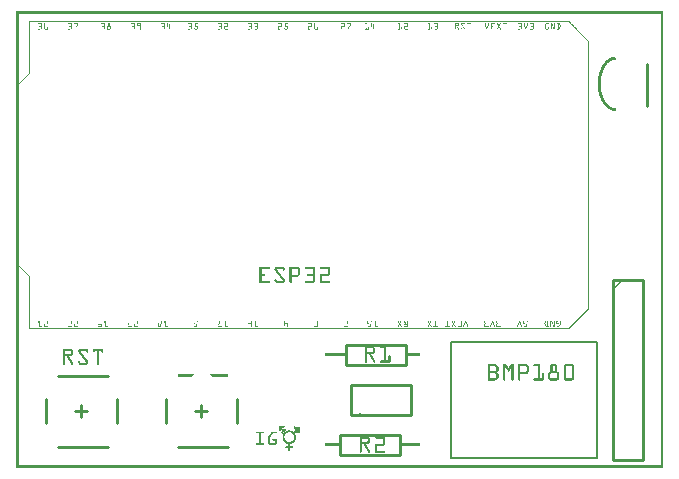
<source format=gto>
G04 MADE WITH FRITZING*
G04 WWW.FRITZING.ORG*
G04 DOUBLE SIDED*
G04 HOLES PLATED*
G04 CONTOUR ON CENTER OF CONTOUR VECTOR*
%ASAXBY*%
%FSLAX23Y23*%
%MOIN*%
%OFA0B0*%
%SFA1.0B1.0*%
%ADD10R,0.492000X0.393666X0.478112X0.379778*%
%ADD11C,0.006944*%
%ADD12C,0.010000*%
%ADD13R,0.001000X0.001000*%
%LNSILK1*%
G90*
G70*
G54D11*
X1450Y420D02*
X1935Y420D01*
X1935Y34D01*
X1450Y34D01*
X1450Y420D01*
D02*
G54D12*
X735Y228D02*
X735Y149D01*
D02*
X538Y70D02*
X705Y70D01*
D02*
X499Y228D02*
X499Y149D01*
D02*
X617Y208D02*
X617Y169D01*
D02*
X637Y188D02*
X597Y188D01*
D02*
X335Y228D02*
X335Y149D01*
D02*
X138Y307D02*
X305Y307D01*
D02*
X138Y70D02*
X305Y70D01*
D02*
X99Y228D02*
X99Y149D01*
D02*
X217Y208D02*
X217Y169D01*
D02*
X237Y188D02*
X197Y188D01*
D02*
X1098Y410D02*
X1298Y410D01*
D02*
X1298Y410D02*
X1298Y344D01*
D02*
X1298Y344D02*
X1098Y344D01*
D02*
X1098Y344D02*
X1098Y410D01*
D02*
X2103Y1347D02*
X2103Y1207D01*
D02*
X1114Y177D02*
X1314Y177D01*
D02*
X1314Y177D02*
X1314Y277D01*
D02*
X1314Y277D02*
X1114Y277D01*
D02*
X1114Y277D02*
X1114Y177D01*
D02*
X1989Y627D02*
X1989Y27D01*
D02*
X1989Y27D02*
X2089Y27D01*
D02*
X2089Y27D02*
X2089Y627D01*
D02*
X2089Y627D02*
X1989Y627D01*
D02*
X1279Y44D02*
X1079Y44D01*
D02*
X1079Y44D02*
X1079Y110D01*
D02*
X1079Y110D02*
X1279Y110D01*
D02*
X1279Y110D02*
X1279Y44D01*
G54D13*
X0Y1521D02*
X2155Y1521D01*
X0Y1520D02*
X2155Y1520D01*
X0Y1519D02*
X2155Y1519D01*
X0Y1518D02*
X2155Y1518D01*
X0Y1517D02*
X2155Y1517D01*
X0Y1516D02*
X2155Y1516D01*
X0Y1515D02*
X2155Y1515D01*
X0Y1514D02*
X2155Y1514D01*
X0Y1513D02*
X7Y1513D01*
X2148Y1513D02*
X2155Y1513D01*
X0Y1512D02*
X7Y1512D01*
X2148Y1512D02*
X2155Y1512D01*
X0Y1511D02*
X7Y1511D01*
X2148Y1511D02*
X2155Y1511D01*
X0Y1510D02*
X7Y1510D01*
X2148Y1510D02*
X2155Y1510D01*
X0Y1509D02*
X7Y1509D01*
X2148Y1509D02*
X2155Y1509D01*
X0Y1508D02*
X7Y1508D01*
X2148Y1508D02*
X2155Y1508D01*
X0Y1507D02*
X7Y1507D01*
X2148Y1507D02*
X2155Y1507D01*
X0Y1506D02*
X7Y1506D01*
X2148Y1506D02*
X2155Y1506D01*
X0Y1505D02*
X7Y1505D01*
X2148Y1505D02*
X2155Y1505D01*
X0Y1504D02*
X7Y1504D01*
X2148Y1504D02*
X2155Y1504D01*
X0Y1503D02*
X7Y1503D01*
X2148Y1503D02*
X2155Y1503D01*
X0Y1502D02*
X7Y1502D01*
X2148Y1502D02*
X2155Y1502D01*
X0Y1501D02*
X7Y1501D01*
X2148Y1501D02*
X2155Y1501D01*
X0Y1500D02*
X7Y1500D01*
X2148Y1500D02*
X2155Y1500D01*
X0Y1499D02*
X7Y1499D01*
X2148Y1499D02*
X2155Y1499D01*
X0Y1498D02*
X7Y1498D01*
X2148Y1498D02*
X2155Y1498D01*
X0Y1497D02*
X7Y1497D01*
X2148Y1497D02*
X2155Y1497D01*
X0Y1496D02*
X7Y1496D01*
X2148Y1496D02*
X2155Y1496D01*
X0Y1495D02*
X7Y1495D01*
X2148Y1495D02*
X2155Y1495D01*
X0Y1494D02*
X7Y1494D01*
X2148Y1494D02*
X2155Y1494D01*
X0Y1493D02*
X7Y1493D01*
X2148Y1493D02*
X2155Y1493D01*
X0Y1492D02*
X7Y1492D01*
X2148Y1492D02*
X2155Y1492D01*
X0Y1491D02*
X7Y1491D01*
X2148Y1491D02*
X2155Y1491D01*
X0Y1490D02*
X7Y1490D01*
X1813Y1490D02*
X1840Y1490D01*
X2148Y1490D02*
X2155Y1490D01*
X0Y1489D02*
X7Y1489D01*
X410Y1489D02*
X1842Y1489D01*
X2148Y1489D02*
X2155Y1489D01*
X0Y1488D02*
X7Y1488D01*
X42Y1488D02*
X1843Y1488D01*
X2148Y1488D02*
X2155Y1488D01*
X0Y1487D02*
X7Y1487D01*
X42Y1487D02*
X1844Y1487D01*
X2148Y1487D02*
X2155Y1487D01*
X0Y1486D02*
X7Y1486D01*
X42Y1486D02*
X1073Y1486D01*
X1841Y1486D02*
X1845Y1486D01*
X2148Y1486D02*
X2155Y1486D01*
X0Y1485D02*
X7Y1485D01*
X42Y1485D02*
X45Y1485D01*
X1842Y1485D02*
X1846Y1485D01*
X2148Y1485D02*
X2155Y1485D01*
X0Y1484D02*
X7Y1484D01*
X42Y1484D02*
X44Y1484D01*
X1843Y1484D02*
X1847Y1484D01*
X2148Y1484D02*
X2155Y1484D01*
X0Y1483D02*
X7Y1483D01*
X42Y1483D02*
X44Y1483D01*
X1844Y1483D02*
X1848Y1483D01*
X2148Y1483D02*
X2155Y1483D01*
X0Y1482D02*
X7Y1482D01*
X42Y1482D02*
X44Y1482D01*
X73Y1482D02*
X84Y1482D01*
X93Y1482D02*
X95Y1482D01*
X173Y1482D02*
X184Y1482D01*
X193Y1482D02*
X205Y1482D01*
X283Y1482D02*
X294Y1482D01*
X305Y1482D02*
X312Y1482D01*
X383Y1482D02*
X394Y1482D01*
X403Y1482D02*
X414Y1482D01*
X483Y1482D02*
X494Y1482D01*
X503Y1482D02*
X504Y1482D01*
X573Y1482D02*
X584Y1482D01*
X595Y1482D02*
X604Y1482D01*
X673Y1482D02*
X684Y1482D01*
X693Y1482D02*
X704Y1482D01*
X773Y1482D02*
X784Y1482D01*
X793Y1482D02*
X804Y1482D01*
X873Y1482D02*
X883Y1482D01*
X895Y1482D02*
X904Y1482D01*
X973Y1482D02*
X983Y1482D01*
X993Y1482D02*
X995Y1482D01*
X1082Y1482D02*
X1093Y1482D01*
X1102Y1482D02*
X1115Y1482D01*
X1163Y1482D02*
X1169Y1482D01*
X1183Y1482D02*
X1184Y1482D01*
X1272Y1482D02*
X1279Y1482D01*
X1293Y1482D02*
X1303Y1482D01*
X1372Y1482D02*
X1379Y1482D01*
X1393Y1482D02*
X1403Y1482D01*
X1462Y1482D02*
X1472Y1482D01*
X1484Y1482D02*
X1493Y1482D01*
X1502Y1482D02*
X1515Y1482D01*
X1562Y1482D02*
X1563Y1482D01*
X1574Y1482D02*
X1574Y1482D01*
X1582Y1482D02*
X1594Y1482D01*
X1603Y1482D02*
X1603Y1482D01*
X1614Y1482D02*
X1614Y1482D01*
X1622Y1482D02*
X1635Y1482D01*
X1672Y1482D02*
X1683Y1482D01*
X1692Y1482D02*
X1693Y1482D01*
X1703Y1482D02*
X1704Y1482D01*
X1713Y1482D02*
X1723Y1482D01*
X1768Y1482D02*
X1774Y1482D01*
X1782Y1482D02*
X1785Y1482D01*
X1794Y1482D02*
X1794Y1482D01*
X1803Y1482D02*
X1809Y1482D01*
X1845Y1482D02*
X1849Y1482D01*
X2148Y1482D02*
X2155Y1482D01*
X0Y1481D02*
X7Y1481D01*
X42Y1481D02*
X44Y1481D01*
X72Y1481D02*
X85Y1481D01*
X92Y1481D02*
X95Y1481D01*
X172Y1481D02*
X185Y1481D01*
X192Y1481D02*
X205Y1481D01*
X282Y1481D02*
X294Y1481D01*
X305Y1481D02*
X312Y1481D01*
X382Y1481D02*
X394Y1481D01*
X402Y1481D02*
X415Y1481D01*
X482Y1481D02*
X494Y1481D01*
X503Y1481D02*
X505Y1481D01*
X572Y1481D02*
X585Y1481D01*
X595Y1481D02*
X605Y1481D01*
X672Y1481D02*
X684Y1481D01*
X692Y1481D02*
X705Y1481D01*
X772Y1481D02*
X784Y1481D01*
X792Y1481D02*
X805Y1481D01*
X872Y1481D02*
X884Y1481D01*
X895Y1481D02*
X905Y1481D01*
X972Y1481D02*
X984Y1481D01*
X992Y1481D02*
X995Y1481D01*
X1082Y1481D02*
X1094Y1481D01*
X1102Y1481D02*
X1115Y1481D01*
X1162Y1481D02*
X1169Y1481D01*
X1183Y1481D02*
X1185Y1481D01*
X1272Y1481D02*
X1279Y1481D01*
X1292Y1481D02*
X1304Y1481D01*
X1372Y1481D02*
X1379Y1481D01*
X1392Y1481D02*
X1404Y1481D01*
X1462Y1481D02*
X1474Y1481D01*
X1483Y1481D02*
X1494Y1481D01*
X1502Y1481D02*
X1515Y1481D01*
X1562Y1481D02*
X1564Y1481D01*
X1573Y1481D02*
X1575Y1481D01*
X1582Y1481D02*
X1595Y1481D01*
X1602Y1481D02*
X1604Y1481D01*
X1613Y1481D02*
X1615Y1481D01*
X1622Y1481D02*
X1635Y1481D01*
X1672Y1481D02*
X1684Y1481D01*
X1692Y1481D02*
X1694Y1481D01*
X1703Y1481D02*
X1705Y1481D01*
X1712Y1481D02*
X1724Y1481D01*
X1767Y1481D02*
X1775Y1481D01*
X1782Y1481D02*
X1785Y1481D01*
X1793Y1481D02*
X1795Y1481D01*
X1802Y1481D02*
X1811Y1481D01*
X1846Y1481D02*
X1850Y1481D01*
X2148Y1481D02*
X2155Y1481D01*
X0Y1480D02*
X7Y1480D01*
X42Y1480D02*
X44Y1480D01*
X73Y1480D02*
X85Y1480D01*
X92Y1480D02*
X95Y1480D01*
X173Y1480D02*
X185Y1480D01*
X192Y1480D02*
X205Y1480D01*
X283Y1480D02*
X295Y1480D01*
X305Y1480D02*
X312Y1480D01*
X383Y1480D02*
X395Y1480D01*
X402Y1480D02*
X415Y1480D01*
X483Y1480D02*
X495Y1480D01*
X503Y1480D02*
X505Y1480D01*
X512Y1480D02*
X512Y1480D01*
X573Y1480D02*
X585Y1480D01*
X595Y1480D02*
X604Y1480D01*
X673Y1480D02*
X685Y1480D01*
X693Y1480D02*
X705Y1480D01*
X773Y1480D02*
X785Y1480D01*
X793Y1480D02*
X805Y1480D01*
X873Y1480D02*
X885Y1480D01*
X895Y1480D02*
X904Y1480D01*
X973Y1480D02*
X985Y1480D01*
X992Y1480D02*
X995Y1480D01*
X1083Y1480D02*
X1095Y1480D01*
X1102Y1480D02*
X1115Y1480D01*
X1163Y1480D02*
X1169Y1480D01*
X1183Y1480D02*
X1185Y1480D01*
X1192Y1480D02*
X1192Y1480D01*
X1273Y1480D02*
X1279Y1480D01*
X1293Y1480D02*
X1305Y1480D01*
X1373Y1480D02*
X1379Y1480D01*
X1393Y1480D02*
X1405Y1480D01*
X1462Y1480D02*
X1474Y1480D01*
X1482Y1480D02*
X1495Y1480D01*
X1502Y1480D02*
X1515Y1480D01*
X1562Y1480D02*
X1564Y1480D01*
X1573Y1480D02*
X1575Y1480D01*
X1582Y1480D02*
X1594Y1480D01*
X1602Y1480D02*
X1605Y1480D01*
X1612Y1480D02*
X1615Y1480D01*
X1622Y1480D02*
X1635Y1480D01*
X1673Y1480D02*
X1685Y1480D01*
X1692Y1480D02*
X1694Y1480D01*
X1703Y1480D02*
X1705Y1480D01*
X1713Y1480D02*
X1725Y1480D01*
X1766Y1480D02*
X1774Y1480D01*
X1782Y1480D02*
X1786Y1480D01*
X1793Y1480D02*
X1795Y1480D01*
X1803Y1480D02*
X1811Y1480D01*
X1847Y1480D02*
X1851Y1480D01*
X2148Y1480D02*
X2155Y1480D01*
X0Y1479D02*
X7Y1479D01*
X42Y1479D02*
X44Y1479D01*
X83Y1479D02*
X85Y1479D01*
X92Y1479D02*
X94Y1479D01*
X183Y1479D02*
X185Y1479D01*
X193Y1479D02*
X194Y1479D01*
X203Y1479D02*
X205Y1479D01*
X293Y1479D02*
X295Y1479D01*
X305Y1479D02*
X307Y1479D01*
X310Y1479D02*
X312Y1479D01*
X393Y1479D02*
X395Y1479D01*
X402Y1479D02*
X404Y1479D01*
X413Y1479D02*
X415Y1479D01*
X493Y1479D02*
X495Y1479D01*
X503Y1479D02*
X505Y1479D01*
X511Y1479D02*
X513Y1479D01*
X583Y1479D02*
X585Y1479D01*
X595Y1479D02*
X597Y1479D01*
X683Y1479D02*
X685Y1479D01*
X703Y1479D02*
X705Y1479D01*
X783Y1479D02*
X785Y1479D01*
X803Y1479D02*
X805Y1479D01*
X883Y1479D02*
X885Y1479D01*
X895Y1479D02*
X897Y1479D01*
X983Y1479D02*
X985Y1479D01*
X992Y1479D02*
X994Y1479D01*
X1093Y1479D02*
X1095Y1479D01*
X1102Y1479D02*
X1103Y1479D01*
X1113Y1479D02*
X1115Y1479D01*
X1168Y1479D02*
X1169Y1479D01*
X1183Y1479D02*
X1185Y1479D01*
X1191Y1479D02*
X1193Y1479D01*
X1277Y1479D02*
X1279Y1479D01*
X1303Y1479D02*
X1305Y1479D01*
X1377Y1479D02*
X1379Y1479D01*
X1403Y1479D02*
X1405Y1479D01*
X1462Y1479D02*
X1464Y1479D01*
X1473Y1479D02*
X1475Y1479D01*
X1482Y1479D02*
X1484Y1479D01*
X1493Y1479D02*
X1495Y1479D01*
X1502Y1479D02*
X1504Y1479D01*
X1508Y1479D02*
X1509Y1479D01*
X1513Y1479D02*
X1515Y1479D01*
X1562Y1479D02*
X1564Y1479D01*
X1573Y1479D02*
X1575Y1479D01*
X1582Y1479D02*
X1584Y1479D01*
X1603Y1479D02*
X1605Y1479D01*
X1612Y1479D02*
X1614Y1479D01*
X1622Y1479D02*
X1624Y1479D01*
X1628Y1479D02*
X1630Y1479D01*
X1633Y1479D02*
X1635Y1479D01*
X1683Y1479D02*
X1685Y1479D01*
X1692Y1479D02*
X1694Y1479D01*
X1703Y1479D02*
X1705Y1479D01*
X1723Y1479D02*
X1725Y1479D01*
X1765Y1479D02*
X1768Y1479D01*
X1782Y1479D02*
X1786Y1479D01*
X1793Y1479D02*
X1795Y1479D01*
X1805Y1479D02*
X1807Y1479D01*
X1810Y1479D02*
X1812Y1479D01*
X1848Y1479D02*
X1852Y1479D01*
X2148Y1479D02*
X2155Y1479D01*
X0Y1478D02*
X7Y1478D01*
X42Y1478D02*
X44Y1478D01*
X83Y1478D02*
X85Y1478D01*
X92Y1478D02*
X94Y1478D01*
X183Y1478D02*
X185Y1478D01*
X203Y1478D02*
X205Y1478D01*
X293Y1478D02*
X295Y1478D01*
X305Y1478D02*
X307Y1478D01*
X310Y1478D02*
X312Y1478D01*
X393Y1478D02*
X395Y1478D01*
X402Y1478D02*
X404Y1478D01*
X413Y1478D02*
X415Y1478D01*
X493Y1478D02*
X495Y1478D01*
X503Y1478D02*
X505Y1478D01*
X511Y1478D02*
X513Y1478D01*
X583Y1478D02*
X585Y1478D01*
X595Y1478D02*
X597Y1478D01*
X683Y1478D02*
X685Y1478D01*
X703Y1478D02*
X705Y1478D01*
X783Y1478D02*
X785Y1478D01*
X803Y1478D02*
X805Y1478D01*
X883Y1478D02*
X885Y1478D01*
X895Y1478D02*
X897Y1478D01*
X983Y1478D02*
X985Y1478D01*
X992Y1478D02*
X994Y1478D01*
X1093Y1478D02*
X1095Y1478D01*
X1113Y1478D02*
X1115Y1478D01*
X1168Y1478D02*
X1169Y1478D01*
X1183Y1478D02*
X1185Y1478D01*
X1191Y1478D02*
X1193Y1478D01*
X1277Y1478D02*
X1279Y1478D01*
X1303Y1478D02*
X1305Y1478D01*
X1377Y1478D02*
X1379Y1478D01*
X1403Y1478D02*
X1405Y1478D01*
X1462Y1478D02*
X1464Y1478D01*
X1473Y1478D02*
X1475Y1478D01*
X1482Y1478D02*
X1485Y1478D01*
X1493Y1478D02*
X1495Y1478D01*
X1502Y1478D02*
X1504Y1478D01*
X1508Y1478D02*
X1509Y1478D01*
X1513Y1478D02*
X1515Y1478D01*
X1562Y1478D02*
X1564Y1478D01*
X1573Y1478D02*
X1575Y1478D01*
X1582Y1478D02*
X1584Y1478D01*
X1604Y1478D02*
X1606Y1478D01*
X1611Y1478D02*
X1613Y1478D01*
X1623Y1478D02*
X1624Y1478D01*
X1628Y1478D02*
X1630Y1478D01*
X1634Y1478D02*
X1635Y1478D01*
X1683Y1478D02*
X1685Y1478D01*
X1692Y1478D02*
X1694Y1478D01*
X1703Y1478D02*
X1705Y1478D01*
X1723Y1478D02*
X1725Y1478D01*
X1765Y1478D02*
X1767Y1478D01*
X1782Y1478D02*
X1787Y1478D01*
X1793Y1478D02*
X1795Y1478D01*
X1805Y1478D02*
X1807Y1478D01*
X1810Y1478D02*
X1812Y1478D01*
X1849Y1478D02*
X1853Y1478D01*
X2148Y1478D02*
X2155Y1478D01*
X0Y1477D02*
X7Y1477D01*
X42Y1477D02*
X44Y1477D01*
X83Y1477D02*
X85Y1477D01*
X92Y1477D02*
X94Y1477D01*
X183Y1477D02*
X185Y1477D01*
X203Y1477D02*
X205Y1477D01*
X293Y1477D02*
X295Y1477D01*
X305Y1477D02*
X307Y1477D01*
X310Y1477D02*
X312Y1477D01*
X393Y1477D02*
X395Y1477D01*
X402Y1477D02*
X404Y1477D01*
X413Y1477D02*
X415Y1477D01*
X493Y1477D02*
X495Y1477D01*
X503Y1477D02*
X505Y1477D01*
X511Y1477D02*
X513Y1477D01*
X583Y1477D02*
X585Y1477D01*
X595Y1477D02*
X597Y1477D01*
X683Y1477D02*
X685Y1477D01*
X703Y1477D02*
X705Y1477D01*
X783Y1477D02*
X785Y1477D01*
X803Y1477D02*
X805Y1477D01*
X883Y1477D02*
X885Y1477D01*
X895Y1477D02*
X897Y1477D01*
X983Y1477D02*
X985Y1477D01*
X992Y1477D02*
X994Y1477D01*
X1093Y1477D02*
X1095Y1477D01*
X1113Y1477D02*
X1115Y1477D01*
X1168Y1477D02*
X1169Y1477D01*
X1183Y1477D02*
X1185Y1477D01*
X1191Y1477D02*
X1193Y1477D01*
X1277Y1477D02*
X1279Y1477D01*
X1303Y1477D02*
X1305Y1477D01*
X1377Y1477D02*
X1379Y1477D01*
X1403Y1477D02*
X1405Y1477D01*
X1462Y1477D02*
X1464Y1477D01*
X1473Y1477D02*
X1475Y1477D01*
X1483Y1477D02*
X1486Y1477D01*
X1508Y1477D02*
X1509Y1477D01*
X1562Y1477D02*
X1564Y1477D01*
X1573Y1477D02*
X1575Y1477D01*
X1582Y1477D02*
X1584Y1477D01*
X1604Y1477D02*
X1607Y1477D01*
X1611Y1477D02*
X1613Y1477D01*
X1628Y1477D02*
X1630Y1477D01*
X1683Y1477D02*
X1685Y1477D01*
X1692Y1477D02*
X1694Y1477D01*
X1703Y1477D02*
X1705Y1477D01*
X1723Y1477D02*
X1725Y1477D01*
X1764Y1477D02*
X1766Y1477D01*
X1782Y1477D02*
X1787Y1477D01*
X1793Y1477D02*
X1795Y1477D01*
X1805Y1477D02*
X1807Y1477D01*
X1811Y1477D02*
X1813Y1477D01*
X1850Y1477D02*
X1854Y1477D01*
X2148Y1477D02*
X2155Y1477D01*
X0Y1476D02*
X7Y1476D01*
X42Y1476D02*
X44Y1476D01*
X83Y1476D02*
X85Y1476D01*
X92Y1476D02*
X94Y1476D01*
X183Y1476D02*
X185Y1476D01*
X203Y1476D02*
X205Y1476D01*
X293Y1476D02*
X295Y1476D01*
X305Y1476D02*
X307Y1476D01*
X310Y1476D02*
X312Y1476D01*
X393Y1476D02*
X395Y1476D01*
X402Y1476D02*
X404Y1476D01*
X413Y1476D02*
X415Y1476D01*
X493Y1476D02*
X495Y1476D01*
X503Y1476D02*
X505Y1476D01*
X511Y1476D02*
X513Y1476D01*
X583Y1476D02*
X585Y1476D01*
X595Y1476D02*
X597Y1476D01*
X683Y1476D02*
X685Y1476D01*
X703Y1476D02*
X705Y1476D01*
X783Y1476D02*
X785Y1476D01*
X803Y1476D02*
X805Y1476D01*
X883Y1476D02*
X885Y1476D01*
X895Y1476D02*
X897Y1476D01*
X983Y1476D02*
X985Y1476D01*
X992Y1476D02*
X994Y1476D01*
X1093Y1476D02*
X1095Y1476D01*
X1113Y1476D02*
X1115Y1476D01*
X1168Y1476D02*
X1169Y1476D01*
X1183Y1476D02*
X1185Y1476D01*
X1191Y1476D02*
X1193Y1476D01*
X1277Y1476D02*
X1279Y1476D01*
X1303Y1476D02*
X1305Y1476D01*
X1377Y1476D02*
X1379Y1476D01*
X1403Y1476D02*
X1405Y1476D01*
X1462Y1476D02*
X1464Y1476D01*
X1473Y1476D02*
X1475Y1476D01*
X1484Y1476D02*
X1486Y1476D01*
X1508Y1476D02*
X1509Y1476D01*
X1562Y1476D02*
X1564Y1476D01*
X1573Y1476D02*
X1575Y1476D01*
X1582Y1476D02*
X1584Y1476D01*
X1605Y1476D02*
X1607Y1476D01*
X1610Y1476D02*
X1612Y1476D01*
X1628Y1476D02*
X1630Y1476D01*
X1683Y1476D02*
X1685Y1476D01*
X1692Y1476D02*
X1694Y1476D01*
X1703Y1476D02*
X1705Y1476D01*
X1723Y1476D02*
X1725Y1476D01*
X1763Y1476D02*
X1766Y1476D01*
X1782Y1476D02*
X1787Y1476D01*
X1793Y1476D02*
X1795Y1476D01*
X1805Y1476D02*
X1807Y1476D01*
X1811Y1476D02*
X1813Y1476D01*
X1851Y1476D02*
X1855Y1476D01*
X2148Y1476D02*
X2155Y1476D01*
X0Y1475D02*
X7Y1475D01*
X42Y1475D02*
X44Y1475D01*
X83Y1475D02*
X85Y1475D01*
X92Y1475D02*
X94Y1475D01*
X183Y1475D02*
X185Y1475D01*
X203Y1475D02*
X205Y1475D01*
X293Y1475D02*
X295Y1475D01*
X305Y1475D02*
X307Y1475D01*
X310Y1475D02*
X312Y1475D01*
X393Y1475D02*
X395Y1475D01*
X402Y1475D02*
X415Y1475D01*
X493Y1475D02*
X495Y1475D01*
X503Y1475D02*
X505Y1475D01*
X511Y1475D02*
X513Y1475D01*
X583Y1475D02*
X585Y1475D01*
X595Y1475D02*
X597Y1475D01*
X683Y1475D02*
X685Y1475D01*
X703Y1475D02*
X705Y1475D01*
X783Y1475D02*
X785Y1475D01*
X803Y1475D02*
X805Y1475D01*
X883Y1475D02*
X885Y1475D01*
X895Y1475D02*
X897Y1475D01*
X983Y1475D02*
X985Y1475D01*
X992Y1475D02*
X994Y1475D01*
X1093Y1475D02*
X1095Y1475D01*
X1113Y1475D02*
X1115Y1475D01*
X1168Y1475D02*
X1169Y1475D01*
X1183Y1475D02*
X1185Y1475D01*
X1191Y1475D02*
X1193Y1475D01*
X1277Y1475D02*
X1279Y1475D01*
X1303Y1475D02*
X1305Y1475D01*
X1377Y1475D02*
X1379Y1475D01*
X1403Y1475D02*
X1405Y1475D01*
X1462Y1475D02*
X1474Y1475D01*
X1485Y1475D02*
X1487Y1475D01*
X1508Y1475D02*
X1509Y1475D01*
X1562Y1475D02*
X1564Y1475D01*
X1572Y1475D02*
X1574Y1475D01*
X1582Y1475D02*
X1584Y1475D01*
X1605Y1475D02*
X1612Y1475D01*
X1628Y1475D02*
X1630Y1475D01*
X1683Y1475D02*
X1685Y1475D01*
X1692Y1475D02*
X1694Y1475D01*
X1702Y1475D02*
X1704Y1475D01*
X1723Y1475D02*
X1725Y1475D01*
X1763Y1475D02*
X1765Y1475D01*
X1782Y1475D02*
X1784Y1475D01*
X1786Y1475D02*
X1788Y1475D01*
X1793Y1475D02*
X1795Y1475D01*
X1805Y1475D02*
X1807Y1475D01*
X1812Y1475D02*
X1814Y1475D01*
X1852Y1475D02*
X1856Y1475D01*
X2148Y1475D02*
X2155Y1475D01*
X0Y1474D02*
X7Y1474D01*
X42Y1474D02*
X44Y1474D01*
X83Y1474D02*
X85Y1474D01*
X92Y1474D02*
X94Y1474D01*
X183Y1474D02*
X185Y1474D01*
X203Y1474D02*
X205Y1474D01*
X293Y1474D02*
X295Y1474D01*
X305Y1474D02*
X307Y1474D01*
X310Y1474D02*
X312Y1474D01*
X393Y1474D02*
X395Y1474D01*
X402Y1474D02*
X415Y1474D01*
X493Y1474D02*
X495Y1474D01*
X503Y1474D02*
X505Y1474D01*
X511Y1474D02*
X513Y1474D01*
X583Y1474D02*
X585Y1474D01*
X595Y1474D02*
X597Y1474D01*
X683Y1474D02*
X685Y1474D01*
X703Y1474D02*
X705Y1474D01*
X783Y1474D02*
X785Y1474D01*
X803Y1474D02*
X805Y1474D01*
X883Y1474D02*
X885Y1474D01*
X895Y1474D02*
X897Y1474D01*
X983Y1474D02*
X985Y1474D01*
X992Y1474D02*
X994Y1474D01*
X1093Y1474D02*
X1095Y1474D01*
X1112Y1474D02*
X1115Y1474D01*
X1168Y1474D02*
X1169Y1474D01*
X1183Y1474D02*
X1185Y1474D01*
X1191Y1474D02*
X1193Y1474D01*
X1277Y1474D02*
X1279Y1474D01*
X1303Y1474D02*
X1305Y1474D01*
X1377Y1474D02*
X1379Y1474D01*
X1403Y1474D02*
X1405Y1474D01*
X1462Y1474D02*
X1474Y1474D01*
X1485Y1474D02*
X1488Y1474D01*
X1508Y1474D02*
X1509Y1474D01*
X1563Y1474D02*
X1565Y1474D01*
X1572Y1474D02*
X1574Y1474D01*
X1582Y1474D02*
X1584Y1474D01*
X1606Y1474D02*
X1611Y1474D01*
X1628Y1474D02*
X1630Y1474D01*
X1683Y1474D02*
X1685Y1474D01*
X1693Y1474D02*
X1695Y1474D01*
X1702Y1474D02*
X1704Y1474D01*
X1723Y1474D02*
X1725Y1474D01*
X1762Y1474D02*
X1764Y1474D01*
X1782Y1474D02*
X1784Y1474D01*
X1786Y1474D02*
X1788Y1474D01*
X1793Y1474D02*
X1795Y1474D01*
X1805Y1474D02*
X1807Y1474D01*
X1812Y1474D02*
X1814Y1474D01*
X1853Y1474D02*
X1857Y1474D01*
X2148Y1474D02*
X2155Y1474D01*
X0Y1473D02*
X7Y1473D01*
X42Y1473D02*
X44Y1473D01*
X76Y1473D02*
X85Y1473D01*
X92Y1473D02*
X94Y1473D01*
X176Y1473D02*
X185Y1473D01*
X201Y1473D02*
X205Y1473D01*
X286Y1473D02*
X295Y1473D01*
X304Y1473D02*
X313Y1473D01*
X386Y1473D02*
X395Y1473D01*
X403Y1473D02*
X415Y1473D01*
X486Y1473D02*
X495Y1473D01*
X503Y1473D02*
X505Y1473D01*
X511Y1473D02*
X513Y1473D01*
X576Y1473D02*
X585Y1473D01*
X595Y1473D02*
X603Y1473D01*
X676Y1473D02*
X685Y1473D01*
X695Y1473D02*
X705Y1473D01*
X776Y1473D02*
X785Y1473D01*
X796Y1473D02*
X805Y1473D01*
X875Y1473D02*
X885Y1473D01*
X895Y1473D02*
X903Y1473D01*
X975Y1473D02*
X985Y1473D01*
X992Y1473D02*
X994Y1473D01*
X1084Y1473D02*
X1095Y1473D01*
X1111Y1473D02*
X1114Y1473D01*
X1168Y1473D02*
X1169Y1473D01*
X1183Y1473D02*
X1185Y1473D01*
X1191Y1473D02*
X1193Y1473D01*
X1277Y1473D02*
X1279Y1473D01*
X1295Y1473D02*
X1305Y1473D01*
X1377Y1473D02*
X1379Y1473D01*
X1396Y1473D02*
X1404Y1473D01*
X1462Y1473D02*
X1472Y1473D01*
X1486Y1473D02*
X1489Y1473D01*
X1508Y1473D02*
X1509Y1473D01*
X1563Y1473D02*
X1565Y1473D01*
X1572Y1473D02*
X1574Y1473D01*
X1582Y1473D02*
X1588Y1473D01*
X1607Y1473D02*
X1610Y1473D01*
X1628Y1473D02*
X1630Y1473D01*
X1676Y1473D02*
X1684Y1473D01*
X1693Y1473D02*
X1695Y1473D01*
X1702Y1473D02*
X1704Y1473D01*
X1716Y1473D02*
X1725Y1473D01*
X1762Y1473D02*
X1764Y1473D01*
X1782Y1473D02*
X1784Y1473D01*
X1787Y1473D02*
X1789Y1473D01*
X1793Y1473D02*
X1795Y1473D01*
X1805Y1473D02*
X1807Y1473D01*
X1813Y1473D02*
X1815Y1473D01*
X1854Y1473D02*
X1858Y1473D01*
X2148Y1473D02*
X2155Y1473D01*
X0Y1472D02*
X7Y1472D01*
X42Y1472D02*
X44Y1472D01*
X75Y1472D02*
X84Y1472D01*
X92Y1472D02*
X94Y1472D01*
X175Y1472D02*
X184Y1472D01*
X200Y1472D02*
X203Y1472D01*
X285Y1472D02*
X294Y1472D01*
X303Y1472D02*
X314Y1472D01*
X385Y1472D02*
X394Y1472D01*
X413Y1472D02*
X415Y1472D01*
X485Y1472D02*
X494Y1472D01*
X503Y1472D02*
X505Y1472D01*
X511Y1472D02*
X513Y1472D01*
X575Y1472D02*
X584Y1472D01*
X595Y1472D02*
X604Y1472D01*
X675Y1472D02*
X684Y1472D01*
X693Y1472D02*
X705Y1472D01*
X775Y1472D02*
X784Y1472D01*
X795Y1472D02*
X804Y1472D01*
X873Y1472D02*
X885Y1472D01*
X895Y1472D02*
X904Y1472D01*
X973Y1472D02*
X985Y1472D01*
X992Y1472D02*
X994Y1472D01*
X1083Y1472D02*
X1094Y1472D01*
X1110Y1472D02*
X1113Y1472D01*
X1168Y1472D02*
X1169Y1472D01*
X1183Y1472D02*
X1185Y1472D01*
X1191Y1472D02*
X1193Y1472D01*
X1277Y1472D02*
X1279Y1472D01*
X1293Y1472D02*
X1305Y1472D01*
X1377Y1472D02*
X1379Y1472D01*
X1395Y1472D02*
X1404Y1472D01*
X1462Y1472D02*
X1464Y1472D01*
X1467Y1472D02*
X1469Y1472D01*
X1487Y1472D02*
X1489Y1472D01*
X1508Y1472D02*
X1509Y1472D01*
X1564Y1472D02*
X1566Y1472D01*
X1571Y1472D02*
X1573Y1472D01*
X1582Y1472D02*
X1589Y1472D01*
X1607Y1472D02*
X1610Y1472D01*
X1628Y1472D02*
X1630Y1472D01*
X1675Y1472D02*
X1684Y1472D01*
X1694Y1472D02*
X1696Y1472D01*
X1701Y1472D02*
X1703Y1472D01*
X1715Y1472D02*
X1724Y1472D01*
X1762Y1472D02*
X1764Y1472D01*
X1782Y1472D02*
X1784Y1472D01*
X1787Y1472D02*
X1789Y1472D01*
X1793Y1472D02*
X1795Y1472D01*
X1805Y1472D02*
X1807Y1472D01*
X1813Y1472D02*
X1815Y1472D01*
X1855Y1472D02*
X1859Y1472D01*
X2148Y1472D02*
X2155Y1472D01*
X0Y1471D02*
X7Y1471D01*
X42Y1471D02*
X44Y1471D01*
X75Y1471D02*
X84Y1471D01*
X92Y1471D02*
X94Y1471D01*
X175Y1471D02*
X184Y1471D01*
X199Y1471D02*
X202Y1471D01*
X285Y1471D02*
X294Y1471D01*
X302Y1471D02*
X315Y1471D01*
X385Y1471D02*
X394Y1471D01*
X413Y1471D02*
X415Y1471D01*
X485Y1471D02*
X494Y1471D01*
X503Y1471D02*
X505Y1471D01*
X511Y1471D02*
X513Y1471D01*
X575Y1471D02*
X584Y1471D01*
X595Y1471D02*
X605Y1471D01*
X675Y1471D02*
X684Y1471D01*
X692Y1471D02*
X704Y1471D01*
X775Y1471D02*
X784Y1471D01*
X795Y1471D02*
X804Y1471D01*
X872Y1471D02*
X884Y1471D01*
X895Y1471D02*
X905Y1471D01*
X972Y1471D02*
X984Y1471D01*
X992Y1471D02*
X994Y1471D01*
X1082Y1471D02*
X1094Y1471D01*
X1109Y1471D02*
X1112Y1471D01*
X1168Y1471D02*
X1169Y1471D01*
X1183Y1471D02*
X1185Y1471D01*
X1191Y1471D02*
X1193Y1471D01*
X1277Y1471D02*
X1279Y1471D01*
X1292Y1471D02*
X1304Y1471D01*
X1377Y1471D02*
X1379Y1471D01*
X1395Y1471D02*
X1404Y1471D01*
X1462Y1471D02*
X1464Y1471D01*
X1468Y1471D02*
X1470Y1471D01*
X1488Y1471D02*
X1490Y1471D01*
X1508Y1471D02*
X1509Y1471D01*
X1564Y1471D02*
X1566Y1471D01*
X1571Y1471D02*
X1573Y1471D01*
X1582Y1471D02*
X1589Y1471D01*
X1607Y1471D02*
X1610Y1471D01*
X1628Y1471D02*
X1630Y1471D01*
X1675Y1471D02*
X1684Y1471D01*
X1694Y1471D02*
X1696Y1471D01*
X1701Y1471D02*
X1703Y1471D01*
X1715Y1471D02*
X1724Y1471D01*
X1762Y1471D02*
X1764Y1471D01*
X1782Y1471D02*
X1784Y1471D01*
X1788Y1471D02*
X1790Y1471D01*
X1793Y1471D02*
X1795Y1471D01*
X1805Y1471D02*
X1807Y1471D01*
X1813Y1471D02*
X1815Y1471D01*
X1856Y1471D02*
X1860Y1471D01*
X2148Y1471D02*
X2155Y1471D01*
X0Y1470D02*
X7Y1470D01*
X42Y1470D02*
X44Y1470D01*
X82Y1470D02*
X85Y1470D01*
X92Y1470D02*
X105Y1470D01*
X182Y1470D02*
X185Y1470D01*
X198Y1470D02*
X201Y1470D01*
X292Y1470D02*
X295Y1470D01*
X302Y1470D02*
X304Y1470D01*
X313Y1470D02*
X315Y1470D01*
X392Y1470D02*
X395Y1470D01*
X413Y1470D02*
X415Y1470D01*
X492Y1470D02*
X495Y1470D01*
X503Y1470D02*
X514Y1470D01*
X582Y1470D02*
X585Y1470D01*
X603Y1470D02*
X605Y1470D01*
X682Y1470D02*
X685Y1470D01*
X692Y1470D02*
X694Y1470D01*
X782Y1470D02*
X785Y1470D01*
X802Y1470D02*
X805Y1470D01*
X872Y1470D02*
X874Y1470D01*
X903Y1470D02*
X905Y1470D01*
X972Y1470D02*
X974Y1470D01*
X992Y1470D02*
X1005Y1470D01*
X1082Y1470D02*
X1084Y1470D01*
X1108Y1470D02*
X1111Y1470D01*
X1168Y1470D02*
X1169Y1470D01*
X1173Y1470D02*
X1175Y1470D01*
X1183Y1470D02*
X1194Y1470D01*
X1277Y1470D02*
X1279Y1470D01*
X1283Y1470D02*
X1284Y1470D01*
X1292Y1470D02*
X1294Y1470D01*
X1377Y1470D02*
X1379Y1470D01*
X1383Y1470D02*
X1384Y1470D01*
X1402Y1470D02*
X1405Y1470D01*
X1462Y1470D02*
X1464Y1470D01*
X1468Y1470D02*
X1470Y1470D01*
X1488Y1470D02*
X1491Y1470D01*
X1508Y1470D02*
X1509Y1470D01*
X1564Y1470D02*
X1566Y1470D01*
X1570Y1470D02*
X1572Y1470D01*
X1582Y1470D02*
X1584Y1470D01*
X1606Y1470D02*
X1611Y1470D01*
X1628Y1470D02*
X1630Y1470D01*
X1682Y1470D02*
X1684Y1470D01*
X1694Y1470D02*
X1696Y1470D01*
X1700Y1470D02*
X1702Y1470D01*
X1722Y1470D02*
X1725Y1470D01*
X1762Y1470D02*
X1764Y1470D01*
X1769Y1470D02*
X1775Y1470D01*
X1782Y1470D02*
X1784Y1470D01*
X1788Y1470D02*
X1790Y1470D01*
X1793Y1470D02*
X1795Y1470D01*
X1805Y1470D02*
X1807Y1470D01*
X1813Y1470D02*
X1815Y1470D01*
X1857Y1470D02*
X1861Y1470D01*
X2148Y1470D02*
X2155Y1470D01*
X0Y1469D02*
X7Y1469D01*
X42Y1469D02*
X44Y1469D01*
X83Y1469D02*
X85Y1469D01*
X92Y1469D02*
X105Y1469D01*
X183Y1469D02*
X185Y1469D01*
X198Y1469D02*
X200Y1469D01*
X293Y1469D02*
X295Y1469D01*
X302Y1469D02*
X304Y1469D01*
X313Y1469D02*
X315Y1469D01*
X393Y1469D02*
X395Y1469D01*
X413Y1469D02*
X415Y1469D01*
X493Y1469D02*
X495Y1469D01*
X503Y1469D02*
X514Y1469D01*
X583Y1469D02*
X585Y1469D01*
X603Y1469D02*
X605Y1469D01*
X683Y1469D02*
X685Y1469D01*
X692Y1469D02*
X694Y1469D01*
X783Y1469D02*
X785Y1469D01*
X803Y1469D02*
X805Y1469D01*
X872Y1469D02*
X874Y1469D01*
X903Y1469D02*
X905Y1469D01*
X972Y1469D02*
X974Y1469D01*
X992Y1469D02*
X1005Y1469D01*
X1082Y1469D02*
X1084Y1469D01*
X1107Y1469D02*
X1110Y1469D01*
X1168Y1469D02*
X1169Y1469D01*
X1173Y1469D02*
X1175Y1469D01*
X1183Y1469D02*
X1194Y1469D01*
X1277Y1469D02*
X1279Y1469D01*
X1283Y1469D02*
X1285Y1469D01*
X1292Y1469D02*
X1294Y1469D01*
X1377Y1469D02*
X1379Y1469D01*
X1383Y1469D02*
X1385Y1469D01*
X1403Y1469D02*
X1405Y1469D01*
X1462Y1469D02*
X1464Y1469D01*
X1469Y1469D02*
X1471Y1469D01*
X1489Y1469D02*
X1492Y1469D01*
X1508Y1469D02*
X1509Y1469D01*
X1565Y1469D02*
X1567Y1469D01*
X1570Y1469D02*
X1572Y1469D01*
X1582Y1469D02*
X1584Y1469D01*
X1606Y1469D02*
X1611Y1469D01*
X1628Y1469D02*
X1630Y1469D01*
X1683Y1469D02*
X1685Y1469D01*
X1695Y1469D02*
X1697Y1469D01*
X1700Y1469D02*
X1702Y1469D01*
X1723Y1469D02*
X1725Y1469D01*
X1762Y1469D02*
X1764Y1469D01*
X1769Y1469D02*
X1775Y1469D01*
X1782Y1469D02*
X1784Y1469D01*
X1788Y1469D02*
X1791Y1469D01*
X1793Y1469D02*
X1795Y1469D01*
X1805Y1469D02*
X1807Y1469D01*
X1812Y1469D02*
X1814Y1469D01*
X1858Y1469D02*
X1862Y1469D01*
X2148Y1469D02*
X2155Y1469D01*
X0Y1468D02*
X7Y1468D01*
X42Y1468D02*
X44Y1468D01*
X83Y1468D02*
X85Y1468D01*
X92Y1468D02*
X105Y1468D01*
X183Y1468D02*
X185Y1468D01*
X198Y1468D02*
X200Y1468D01*
X293Y1468D02*
X295Y1468D01*
X302Y1468D02*
X304Y1468D01*
X313Y1468D02*
X315Y1468D01*
X393Y1468D02*
X395Y1468D01*
X413Y1468D02*
X415Y1468D01*
X493Y1468D02*
X495Y1468D01*
X503Y1468D02*
X513Y1468D01*
X583Y1468D02*
X585Y1468D01*
X603Y1468D02*
X605Y1468D01*
X683Y1468D02*
X685Y1468D01*
X692Y1468D02*
X694Y1468D01*
X783Y1468D02*
X785Y1468D01*
X803Y1468D02*
X805Y1468D01*
X872Y1468D02*
X874Y1468D01*
X903Y1468D02*
X905Y1468D01*
X972Y1468D02*
X974Y1468D01*
X992Y1468D02*
X1005Y1468D01*
X1082Y1468D02*
X1084Y1468D01*
X1107Y1468D02*
X1109Y1468D01*
X1168Y1468D02*
X1169Y1468D01*
X1173Y1468D02*
X1175Y1468D01*
X1183Y1468D02*
X1193Y1468D01*
X1277Y1468D02*
X1279Y1468D01*
X1283Y1468D02*
X1285Y1468D01*
X1292Y1468D02*
X1294Y1468D01*
X1377Y1468D02*
X1379Y1468D01*
X1383Y1468D02*
X1385Y1468D01*
X1403Y1468D02*
X1405Y1468D01*
X1462Y1468D02*
X1464Y1468D01*
X1469Y1468D02*
X1472Y1468D01*
X1490Y1468D02*
X1493Y1468D01*
X1508Y1468D02*
X1509Y1468D01*
X1565Y1468D02*
X1567Y1468D01*
X1570Y1468D02*
X1572Y1468D01*
X1582Y1468D02*
X1584Y1468D01*
X1605Y1468D02*
X1608Y1468D01*
X1610Y1468D02*
X1612Y1468D01*
X1628Y1468D02*
X1630Y1468D01*
X1683Y1468D02*
X1685Y1468D01*
X1695Y1468D02*
X1697Y1468D01*
X1700Y1468D02*
X1702Y1468D01*
X1723Y1468D02*
X1725Y1468D01*
X1762Y1468D02*
X1764Y1468D01*
X1770Y1468D02*
X1775Y1468D01*
X1782Y1468D02*
X1784Y1468D01*
X1789Y1468D02*
X1791Y1468D01*
X1793Y1468D02*
X1795Y1468D01*
X1805Y1468D02*
X1807Y1468D01*
X1812Y1468D02*
X1814Y1468D01*
X1859Y1468D02*
X1863Y1468D01*
X2148Y1468D02*
X2155Y1468D01*
X0Y1467D02*
X7Y1467D01*
X42Y1467D02*
X44Y1467D01*
X83Y1467D02*
X85Y1467D01*
X92Y1467D02*
X94Y1467D01*
X103Y1467D02*
X105Y1467D01*
X183Y1467D02*
X185Y1467D01*
X198Y1467D02*
X200Y1467D01*
X293Y1467D02*
X295Y1467D01*
X302Y1467D02*
X304Y1467D01*
X313Y1467D02*
X315Y1467D01*
X393Y1467D02*
X395Y1467D01*
X413Y1467D02*
X415Y1467D01*
X493Y1467D02*
X495Y1467D01*
X511Y1467D02*
X513Y1467D01*
X583Y1467D02*
X585Y1467D01*
X603Y1467D02*
X605Y1467D01*
X683Y1467D02*
X685Y1467D01*
X692Y1467D02*
X694Y1467D01*
X783Y1467D02*
X785Y1467D01*
X803Y1467D02*
X805Y1467D01*
X872Y1467D02*
X874Y1467D01*
X903Y1467D02*
X905Y1467D01*
X972Y1467D02*
X974Y1467D01*
X992Y1467D02*
X994Y1467D01*
X1003Y1467D02*
X1005Y1467D01*
X1082Y1467D02*
X1084Y1467D01*
X1107Y1467D02*
X1109Y1467D01*
X1168Y1467D02*
X1169Y1467D01*
X1173Y1467D02*
X1175Y1467D01*
X1191Y1467D02*
X1193Y1467D01*
X1277Y1467D02*
X1279Y1467D01*
X1283Y1467D02*
X1285Y1467D01*
X1292Y1467D02*
X1294Y1467D01*
X1377Y1467D02*
X1379Y1467D01*
X1383Y1467D02*
X1385Y1467D01*
X1403Y1467D02*
X1405Y1467D01*
X1462Y1467D02*
X1464Y1467D01*
X1470Y1467D02*
X1472Y1467D01*
X1491Y1467D02*
X1493Y1467D01*
X1508Y1467D02*
X1509Y1467D01*
X1565Y1467D02*
X1571Y1467D01*
X1582Y1467D02*
X1584Y1467D01*
X1605Y1467D02*
X1607Y1467D01*
X1610Y1467D02*
X1612Y1467D01*
X1628Y1467D02*
X1630Y1467D01*
X1683Y1467D02*
X1685Y1467D01*
X1695Y1467D02*
X1697Y1467D01*
X1699Y1467D02*
X1701Y1467D01*
X1723Y1467D02*
X1725Y1467D01*
X1762Y1467D02*
X1764Y1467D01*
X1773Y1467D02*
X1775Y1467D01*
X1782Y1467D02*
X1784Y1467D01*
X1789Y1467D02*
X1791Y1467D01*
X1793Y1467D02*
X1795Y1467D01*
X1805Y1467D02*
X1807Y1467D01*
X1811Y1467D02*
X1813Y1467D01*
X1860Y1467D02*
X1864Y1467D01*
X2148Y1467D02*
X2155Y1467D01*
X0Y1466D02*
X7Y1466D01*
X42Y1466D02*
X44Y1466D01*
X83Y1466D02*
X85Y1466D01*
X92Y1466D02*
X94Y1466D01*
X103Y1466D02*
X105Y1466D01*
X183Y1466D02*
X185Y1466D01*
X198Y1466D02*
X200Y1466D01*
X293Y1466D02*
X295Y1466D01*
X302Y1466D02*
X304Y1466D01*
X313Y1466D02*
X315Y1466D01*
X393Y1466D02*
X395Y1466D01*
X413Y1466D02*
X415Y1466D01*
X493Y1466D02*
X495Y1466D01*
X511Y1466D02*
X513Y1466D01*
X583Y1466D02*
X585Y1466D01*
X603Y1466D02*
X605Y1466D01*
X683Y1466D02*
X685Y1466D01*
X692Y1466D02*
X694Y1466D01*
X783Y1466D02*
X785Y1466D01*
X803Y1466D02*
X805Y1466D01*
X872Y1466D02*
X874Y1466D01*
X903Y1466D02*
X905Y1466D01*
X972Y1466D02*
X974Y1466D01*
X992Y1466D02*
X994Y1466D01*
X1003Y1466D02*
X1005Y1466D01*
X1082Y1466D02*
X1084Y1466D01*
X1107Y1466D02*
X1109Y1466D01*
X1168Y1466D02*
X1169Y1466D01*
X1173Y1466D02*
X1175Y1466D01*
X1191Y1466D02*
X1193Y1466D01*
X1277Y1466D02*
X1279Y1466D01*
X1283Y1466D02*
X1285Y1466D01*
X1292Y1466D02*
X1294Y1466D01*
X1377Y1466D02*
X1379Y1466D01*
X1383Y1466D02*
X1385Y1466D01*
X1403Y1466D02*
X1405Y1466D01*
X1462Y1466D02*
X1464Y1466D01*
X1471Y1466D02*
X1473Y1466D01*
X1491Y1466D02*
X1494Y1466D01*
X1508Y1466D02*
X1509Y1466D01*
X1566Y1466D02*
X1571Y1466D01*
X1582Y1466D02*
X1584Y1466D01*
X1604Y1466D02*
X1606Y1466D01*
X1611Y1466D02*
X1613Y1466D01*
X1628Y1466D02*
X1630Y1466D01*
X1683Y1466D02*
X1685Y1466D01*
X1696Y1466D02*
X1701Y1466D01*
X1723Y1466D02*
X1725Y1466D01*
X1762Y1466D02*
X1764Y1466D01*
X1773Y1466D02*
X1775Y1466D01*
X1782Y1466D02*
X1784Y1466D01*
X1790Y1466D02*
X1795Y1466D01*
X1805Y1466D02*
X1807Y1466D01*
X1811Y1466D02*
X1813Y1466D01*
X1861Y1466D02*
X1865Y1466D01*
X2148Y1466D02*
X2155Y1466D01*
X0Y1465D02*
X7Y1465D01*
X42Y1465D02*
X44Y1465D01*
X83Y1465D02*
X85Y1465D01*
X92Y1465D02*
X94Y1465D01*
X103Y1465D02*
X105Y1465D01*
X183Y1465D02*
X185Y1465D01*
X198Y1465D02*
X200Y1465D01*
X293Y1465D02*
X295Y1465D01*
X302Y1465D02*
X304Y1465D01*
X313Y1465D02*
X315Y1465D01*
X393Y1465D02*
X395Y1465D01*
X413Y1465D02*
X415Y1465D01*
X493Y1465D02*
X495Y1465D01*
X511Y1465D02*
X513Y1465D01*
X583Y1465D02*
X585Y1465D01*
X603Y1465D02*
X605Y1465D01*
X683Y1465D02*
X685Y1465D01*
X692Y1465D02*
X694Y1465D01*
X783Y1465D02*
X785Y1465D01*
X803Y1465D02*
X805Y1465D01*
X872Y1465D02*
X874Y1465D01*
X903Y1465D02*
X905Y1465D01*
X972Y1465D02*
X974Y1465D01*
X992Y1465D02*
X994Y1465D01*
X1003Y1465D02*
X1005Y1465D01*
X1082Y1465D02*
X1084Y1465D01*
X1107Y1465D02*
X1109Y1465D01*
X1168Y1465D02*
X1169Y1465D01*
X1173Y1465D02*
X1175Y1465D01*
X1191Y1465D02*
X1193Y1465D01*
X1277Y1465D02*
X1279Y1465D01*
X1283Y1465D02*
X1285Y1465D01*
X1292Y1465D02*
X1294Y1465D01*
X1377Y1465D02*
X1379Y1465D01*
X1383Y1465D02*
X1385Y1465D01*
X1403Y1465D02*
X1405Y1465D01*
X1462Y1465D02*
X1464Y1465D01*
X1471Y1465D02*
X1473Y1465D01*
X1482Y1465D02*
X1484Y1465D01*
X1492Y1465D02*
X1495Y1465D01*
X1508Y1465D02*
X1509Y1465D01*
X1566Y1465D02*
X1570Y1465D01*
X1582Y1465D02*
X1584Y1465D01*
X1603Y1465D02*
X1606Y1465D01*
X1611Y1465D02*
X1614Y1465D01*
X1628Y1465D02*
X1630Y1465D01*
X1683Y1465D02*
X1685Y1465D01*
X1696Y1465D02*
X1700Y1465D01*
X1723Y1465D02*
X1725Y1465D01*
X1762Y1465D02*
X1764Y1465D01*
X1773Y1465D02*
X1775Y1465D01*
X1782Y1465D02*
X1784Y1465D01*
X1790Y1465D02*
X1795Y1465D01*
X1805Y1465D02*
X1807Y1465D01*
X1810Y1465D02*
X1812Y1465D01*
X1862Y1465D02*
X1866Y1465D01*
X2148Y1465D02*
X2155Y1465D01*
X0Y1464D02*
X7Y1464D01*
X42Y1464D02*
X44Y1464D01*
X83Y1464D02*
X85Y1464D01*
X92Y1464D02*
X94Y1464D01*
X103Y1464D02*
X105Y1464D01*
X183Y1464D02*
X185Y1464D01*
X198Y1464D02*
X200Y1464D01*
X293Y1464D02*
X295Y1464D01*
X302Y1464D02*
X304Y1464D01*
X313Y1464D02*
X315Y1464D01*
X393Y1464D02*
X395Y1464D01*
X413Y1464D02*
X415Y1464D01*
X493Y1464D02*
X495Y1464D01*
X511Y1464D02*
X513Y1464D01*
X583Y1464D02*
X585Y1464D01*
X592Y1464D02*
X595Y1464D01*
X603Y1464D02*
X605Y1464D01*
X683Y1464D02*
X685Y1464D01*
X692Y1464D02*
X694Y1464D01*
X783Y1464D02*
X785Y1464D01*
X803Y1464D02*
X805Y1464D01*
X872Y1464D02*
X874Y1464D01*
X892Y1464D02*
X895Y1464D01*
X903Y1464D02*
X905Y1464D01*
X972Y1464D02*
X974Y1464D01*
X992Y1464D02*
X994Y1464D01*
X1003Y1464D02*
X1005Y1464D01*
X1082Y1464D02*
X1084Y1464D01*
X1107Y1464D02*
X1109Y1464D01*
X1167Y1464D02*
X1169Y1464D01*
X1173Y1464D02*
X1175Y1464D01*
X1191Y1464D02*
X1193Y1464D01*
X1277Y1464D02*
X1279Y1464D01*
X1283Y1464D02*
X1285Y1464D01*
X1292Y1464D02*
X1294Y1464D01*
X1377Y1464D02*
X1379Y1464D01*
X1383Y1464D02*
X1385Y1464D01*
X1403Y1464D02*
X1405Y1464D01*
X1462Y1464D02*
X1464Y1464D01*
X1472Y1464D02*
X1474Y1464D01*
X1482Y1464D02*
X1484Y1464D01*
X1493Y1464D02*
X1495Y1464D01*
X1508Y1464D02*
X1509Y1464D01*
X1567Y1464D02*
X1570Y1464D01*
X1582Y1464D02*
X1584Y1464D01*
X1603Y1464D02*
X1605Y1464D01*
X1612Y1464D02*
X1614Y1464D01*
X1628Y1464D02*
X1630Y1464D01*
X1683Y1464D02*
X1685Y1464D01*
X1697Y1464D02*
X1700Y1464D01*
X1723Y1464D02*
X1725Y1464D01*
X1762Y1464D02*
X1764Y1464D01*
X1772Y1464D02*
X1775Y1464D01*
X1782Y1464D02*
X1784Y1464D01*
X1791Y1464D02*
X1795Y1464D01*
X1805Y1464D02*
X1807Y1464D01*
X1809Y1464D02*
X1812Y1464D01*
X1863Y1464D02*
X1867Y1464D01*
X2148Y1464D02*
X2155Y1464D01*
X0Y1463D02*
X7Y1463D01*
X42Y1463D02*
X44Y1463D01*
X73Y1463D02*
X85Y1463D01*
X92Y1463D02*
X105Y1463D01*
X173Y1463D02*
X185Y1463D01*
X198Y1463D02*
X200Y1463D01*
X282Y1463D02*
X295Y1463D01*
X302Y1463D02*
X315Y1463D01*
X382Y1463D02*
X395Y1463D01*
X412Y1463D02*
X415Y1463D01*
X482Y1463D02*
X495Y1463D01*
X511Y1463D02*
X513Y1463D01*
X572Y1463D02*
X585Y1463D01*
X592Y1463D02*
X605Y1463D01*
X672Y1463D02*
X685Y1463D01*
X692Y1463D02*
X705Y1463D01*
X772Y1463D02*
X785Y1463D01*
X792Y1463D02*
X805Y1463D01*
X872Y1463D02*
X884Y1463D01*
X892Y1463D02*
X905Y1463D01*
X972Y1463D02*
X984Y1463D01*
X992Y1463D02*
X1005Y1463D01*
X1082Y1463D02*
X1094Y1463D01*
X1107Y1463D02*
X1109Y1463D01*
X1162Y1463D02*
X1175Y1463D01*
X1191Y1463D02*
X1193Y1463D01*
X1272Y1463D02*
X1285Y1463D01*
X1292Y1463D02*
X1304Y1463D01*
X1372Y1463D02*
X1385Y1463D01*
X1392Y1463D02*
X1405Y1463D01*
X1462Y1463D02*
X1464Y1463D01*
X1472Y1463D02*
X1475Y1463D01*
X1482Y1463D02*
X1495Y1463D01*
X1508Y1463D02*
X1509Y1463D01*
X1567Y1463D02*
X1570Y1463D01*
X1582Y1463D02*
X1594Y1463D01*
X1602Y1463D02*
X1605Y1463D01*
X1612Y1463D02*
X1615Y1463D01*
X1628Y1463D02*
X1630Y1463D01*
X1672Y1463D02*
X1685Y1463D01*
X1697Y1463D02*
X1700Y1463D01*
X1712Y1463D02*
X1725Y1463D01*
X1762Y1463D02*
X1774Y1463D01*
X1782Y1463D02*
X1784Y1463D01*
X1791Y1463D02*
X1795Y1463D01*
X1802Y1463D02*
X1811Y1463D01*
X1864Y1463D02*
X1868Y1463D01*
X2148Y1463D02*
X2155Y1463D01*
X0Y1462D02*
X7Y1462D01*
X42Y1462D02*
X44Y1462D01*
X72Y1462D02*
X84Y1462D01*
X92Y1462D02*
X105Y1462D01*
X172Y1462D02*
X184Y1462D01*
X198Y1462D02*
X199Y1462D01*
X282Y1462D02*
X287Y1462D01*
X289Y1462D02*
X294Y1462D01*
X303Y1462D02*
X314Y1462D01*
X382Y1462D02*
X387Y1462D01*
X389Y1462D02*
X394Y1462D01*
X412Y1462D02*
X415Y1462D01*
X482Y1462D02*
X487Y1462D01*
X489Y1462D02*
X494Y1462D01*
X511Y1462D02*
X513Y1462D01*
X572Y1462D02*
X584Y1462D01*
X593Y1462D02*
X604Y1462D01*
X672Y1462D02*
X684Y1462D01*
X692Y1462D02*
X705Y1462D01*
X772Y1462D02*
X784Y1462D01*
X792Y1462D02*
X804Y1462D01*
X872Y1462D02*
X885Y1462D01*
X893Y1462D02*
X904Y1462D01*
X972Y1462D02*
X985Y1462D01*
X992Y1462D02*
X1005Y1462D01*
X1082Y1462D02*
X1087Y1462D01*
X1089Y1462D02*
X1095Y1462D01*
X1108Y1462D02*
X1109Y1462D01*
X1162Y1462D02*
X1175Y1462D01*
X1191Y1462D02*
X1193Y1462D01*
X1272Y1462D02*
X1285Y1462D01*
X1292Y1462D02*
X1305Y1462D01*
X1372Y1462D02*
X1385Y1462D01*
X1392Y1462D02*
X1404Y1462D01*
X1462Y1462D02*
X1464Y1462D01*
X1473Y1462D02*
X1475Y1462D01*
X1483Y1462D02*
X1487Y1462D01*
X1489Y1462D02*
X1494Y1462D01*
X1508Y1462D02*
X1509Y1462D01*
X1567Y1462D02*
X1569Y1462D01*
X1582Y1462D02*
X1587Y1462D01*
X1589Y1462D02*
X1595Y1462D01*
X1602Y1462D02*
X1604Y1462D01*
X1613Y1462D02*
X1615Y1462D01*
X1628Y1462D02*
X1629Y1462D01*
X1672Y1462D02*
X1684Y1462D01*
X1697Y1462D02*
X1699Y1462D01*
X1712Y1462D02*
X1724Y1462D01*
X1763Y1462D02*
X1773Y1462D01*
X1782Y1462D02*
X1784Y1462D01*
X1792Y1462D02*
X1795Y1462D01*
X1802Y1462D02*
X1810Y1462D01*
X1865Y1462D02*
X1869Y1462D01*
X2148Y1462D02*
X2155Y1462D01*
X0Y1461D02*
X7Y1461D01*
X42Y1461D02*
X44Y1461D01*
X73Y1461D02*
X80Y1461D01*
X97Y1461D02*
X104Y1461D01*
X173Y1461D02*
X180Y1461D01*
X199Y1461D02*
X199Y1461D01*
X304Y1461D02*
X313Y1461D01*
X413Y1461D02*
X414Y1461D01*
X512Y1461D02*
X512Y1461D01*
X573Y1461D02*
X580Y1461D01*
X596Y1461D02*
X603Y1461D01*
X673Y1461D02*
X680Y1461D01*
X696Y1461D02*
X704Y1461D01*
X773Y1461D02*
X780Y1461D01*
X796Y1461D02*
X803Y1461D01*
X872Y1461D02*
X880Y1461D01*
X896Y1461D02*
X903Y1461D01*
X972Y1461D02*
X980Y1461D01*
X996Y1461D02*
X1004Y1461D01*
X1108Y1461D02*
X1108Y1461D01*
X1163Y1461D02*
X1174Y1461D01*
X1273Y1461D02*
X1280Y1461D01*
X1296Y1461D02*
X1304Y1461D01*
X1373Y1461D02*
X1380Y1461D01*
X1396Y1461D02*
X1403Y1461D01*
X1463Y1461D02*
X1463Y1461D01*
X1474Y1461D02*
X1474Y1461D01*
X1568Y1461D02*
X1568Y1461D01*
X1603Y1461D02*
X1603Y1461D01*
X1614Y1461D02*
X1614Y1461D01*
X1629Y1461D02*
X1629Y1461D01*
X1673Y1461D02*
X1680Y1461D01*
X1698Y1461D02*
X1698Y1461D01*
X1713Y1461D02*
X1723Y1461D01*
X1765Y1461D02*
X1771Y1461D01*
X1803Y1461D02*
X1809Y1461D01*
X1866Y1461D02*
X1870Y1461D01*
X2148Y1461D02*
X2155Y1461D01*
X0Y1460D02*
X7Y1460D01*
X42Y1460D02*
X44Y1460D01*
X1867Y1460D02*
X1871Y1460D01*
X2148Y1460D02*
X2155Y1460D01*
X0Y1459D02*
X7Y1459D01*
X42Y1459D02*
X44Y1459D01*
X1868Y1459D02*
X1872Y1459D01*
X2148Y1459D02*
X2155Y1459D01*
X0Y1458D02*
X7Y1458D01*
X42Y1458D02*
X44Y1458D01*
X1869Y1458D02*
X1872Y1458D01*
X2148Y1458D02*
X2155Y1458D01*
X0Y1457D02*
X7Y1457D01*
X42Y1457D02*
X44Y1457D01*
X1870Y1457D02*
X1873Y1457D01*
X2148Y1457D02*
X2155Y1457D01*
X0Y1456D02*
X7Y1456D01*
X42Y1456D02*
X44Y1456D01*
X1871Y1456D02*
X1874Y1456D01*
X2148Y1456D02*
X2155Y1456D01*
X0Y1455D02*
X7Y1455D01*
X42Y1455D02*
X44Y1455D01*
X1872Y1455D02*
X1875Y1455D01*
X2148Y1455D02*
X2155Y1455D01*
X0Y1454D02*
X7Y1454D01*
X42Y1454D02*
X44Y1454D01*
X1873Y1454D02*
X1876Y1454D01*
X2148Y1454D02*
X2155Y1454D01*
X0Y1453D02*
X7Y1453D01*
X42Y1453D02*
X44Y1453D01*
X1874Y1453D02*
X1877Y1453D01*
X2148Y1453D02*
X2155Y1453D01*
X0Y1452D02*
X7Y1452D01*
X42Y1452D02*
X44Y1452D01*
X1875Y1452D02*
X1878Y1452D01*
X2148Y1452D02*
X2155Y1452D01*
X0Y1451D02*
X7Y1451D01*
X42Y1451D02*
X44Y1451D01*
X1876Y1451D02*
X1879Y1451D01*
X2148Y1451D02*
X2155Y1451D01*
X0Y1450D02*
X7Y1450D01*
X42Y1450D02*
X44Y1450D01*
X1877Y1450D02*
X1880Y1450D01*
X2148Y1450D02*
X2155Y1450D01*
X0Y1449D02*
X7Y1449D01*
X42Y1449D02*
X44Y1449D01*
X1878Y1449D02*
X1881Y1449D01*
X2148Y1449D02*
X2155Y1449D01*
X0Y1448D02*
X7Y1448D01*
X42Y1448D02*
X44Y1448D01*
X1879Y1448D02*
X1882Y1448D01*
X2148Y1448D02*
X2155Y1448D01*
X0Y1447D02*
X7Y1447D01*
X42Y1447D02*
X44Y1447D01*
X1880Y1447D02*
X1883Y1447D01*
X2148Y1447D02*
X2155Y1447D01*
X0Y1446D02*
X7Y1446D01*
X42Y1446D02*
X44Y1446D01*
X1881Y1446D02*
X1884Y1446D01*
X2148Y1446D02*
X2155Y1446D01*
X0Y1445D02*
X7Y1445D01*
X42Y1445D02*
X44Y1445D01*
X1882Y1445D02*
X1885Y1445D01*
X2148Y1445D02*
X2155Y1445D01*
X0Y1444D02*
X7Y1444D01*
X42Y1444D02*
X44Y1444D01*
X1883Y1444D02*
X1886Y1444D01*
X2148Y1444D02*
X2155Y1444D01*
X0Y1443D02*
X7Y1443D01*
X42Y1443D02*
X44Y1443D01*
X1884Y1443D02*
X1887Y1443D01*
X2148Y1443D02*
X2155Y1443D01*
X0Y1442D02*
X7Y1442D01*
X42Y1442D02*
X44Y1442D01*
X1884Y1442D02*
X1888Y1442D01*
X2148Y1442D02*
X2155Y1442D01*
X0Y1441D02*
X7Y1441D01*
X42Y1441D02*
X44Y1441D01*
X1885Y1441D02*
X1889Y1441D01*
X2148Y1441D02*
X2155Y1441D01*
X0Y1440D02*
X7Y1440D01*
X42Y1440D02*
X44Y1440D01*
X1886Y1440D02*
X1890Y1440D01*
X2148Y1440D02*
X2155Y1440D01*
X0Y1439D02*
X7Y1439D01*
X42Y1439D02*
X44Y1439D01*
X1887Y1439D02*
X1891Y1439D01*
X2148Y1439D02*
X2155Y1439D01*
X0Y1438D02*
X7Y1438D01*
X42Y1438D02*
X44Y1438D01*
X1888Y1438D02*
X1892Y1438D01*
X2148Y1438D02*
X2155Y1438D01*
X0Y1437D02*
X7Y1437D01*
X42Y1437D02*
X44Y1437D01*
X1889Y1437D02*
X1893Y1437D01*
X2148Y1437D02*
X2155Y1437D01*
X0Y1436D02*
X7Y1436D01*
X42Y1436D02*
X44Y1436D01*
X1890Y1436D02*
X1894Y1436D01*
X2148Y1436D02*
X2155Y1436D01*
X0Y1435D02*
X7Y1435D01*
X42Y1435D02*
X44Y1435D01*
X1891Y1435D02*
X1895Y1435D01*
X2148Y1435D02*
X2155Y1435D01*
X0Y1434D02*
X7Y1434D01*
X42Y1434D02*
X44Y1434D01*
X1892Y1434D02*
X1896Y1434D01*
X2148Y1434D02*
X2155Y1434D01*
X0Y1433D02*
X7Y1433D01*
X42Y1433D02*
X44Y1433D01*
X1893Y1433D02*
X1897Y1433D01*
X2148Y1433D02*
X2155Y1433D01*
X0Y1432D02*
X7Y1432D01*
X42Y1432D02*
X44Y1432D01*
X1894Y1432D02*
X1898Y1432D01*
X2148Y1432D02*
X2155Y1432D01*
X0Y1431D02*
X7Y1431D01*
X42Y1431D02*
X44Y1431D01*
X1895Y1431D02*
X1899Y1431D01*
X2148Y1431D02*
X2155Y1431D01*
X0Y1430D02*
X7Y1430D01*
X42Y1430D02*
X44Y1430D01*
X1896Y1430D02*
X1900Y1430D01*
X2148Y1430D02*
X2155Y1430D01*
X0Y1429D02*
X7Y1429D01*
X42Y1429D02*
X44Y1429D01*
X1897Y1429D02*
X1901Y1429D01*
X2148Y1429D02*
X2155Y1429D01*
X0Y1428D02*
X7Y1428D01*
X42Y1428D02*
X44Y1428D01*
X1898Y1428D02*
X1902Y1428D01*
X2148Y1428D02*
X2155Y1428D01*
X0Y1427D02*
X7Y1427D01*
X42Y1427D02*
X44Y1427D01*
X1899Y1427D02*
X1903Y1427D01*
X2148Y1427D02*
X2155Y1427D01*
X0Y1426D02*
X7Y1426D01*
X42Y1426D02*
X44Y1426D01*
X1900Y1426D02*
X1904Y1426D01*
X2148Y1426D02*
X2155Y1426D01*
X0Y1425D02*
X7Y1425D01*
X42Y1425D02*
X44Y1425D01*
X1901Y1425D02*
X1905Y1425D01*
X2148Y1425D02*
X2155Y1425D01*
X0Y1424D02*
X7Y1424D01*
X42Y1424D02*
X44Y1424D01*
X1902Y1424D02*
X1906Y1424D01*
X2148Y1424D02*
X2155Y1424D01*
X0Y1423D02*
X7Y1423D01*
X42Y1423D02*
X44Y1423D01*
X1903Y1423D02*
X1907Y1423D01*
X2148Y1423D02*
X2155Y1423D01*
X0Y1422D02*
X7Y1422D01*
X42Y1422D02*
X44Y1422D01*
X1904Y1422D02*
X1908Y1422D01*
X2148Y1422D02*
X2155Y1422D01*
X0Y1421D02*
X7Y1421D01*
X42Y1421D02*
X44Y1421D01*
X1905Y1421D02*
X1908Y1421D01*
X2148Y1421D02*
X2155Y1421D01*
X0Y1420D02*
X7Y1420D01*
X42Y1420D02*
X44Y1420D01*
X1906Y1420D02*
X1908Y1420D01*
X2148Y1420D02*
X2155Y1420D01*
X0Y1419D02*
X7Y1419D01*
X42Y1419D02*
X44Y1419D01*
X1906Y1419D02*
X1908Y1419D01*
X2148Y1419D02*
X2155Y1419D01*
X0Y1418D02*
X7Y1418D01*
X42Y1418D02*
X44Y1418D01*
X1906Y1418D02*
X1908Y1418D01*
X2148Y1418D02*
X2155Y1418D01*
X0Y1417D02*
X7Y1417D01*
X42Y1417D02*
X44Y1417D01*
X1906Y1417D02*
X1908Y1417D01*
X2148Y1417D02*
X2155Y1417D01*
X0Y1416D02*
X7Y1416D01*
X42Y1416D02*
X44Y1416D01*
X1906Y1416D02*
X1908Y1416D01*
X2148Y1416D02*
X2155Y1416D01*
X0Y1415D02*
X7Y1415D01*
X42Y1415D02*
X44Y1415D01*
X1906Y1415D02*
X1908Y1415D01*
X2148Y1415D02*
X2155Y1415D01*
X0Y1414D02*
X7Y1414D01*
X42Y1414D02*
X44Y1414D01*
X1906Y1414D02*
X1908Y1414D01*
X2148Y1414D02*
X2155Y1414D01*
X0Y1413D02*
X7Y1413D01*
X42Y1413D02*
X44Y1413D01*
X1906Y1413D02*
X1908Y1413D01*
X2148Y1413D02*
X2155Y1413D01*
X0Y1412D02*
X7Y1412D01*
X42Y1412D02*
X44Y1412D01*
X1906Y1412D02*
X1908Y1412D01*
X2148Y1412D02*
X2155Y1412D01*
X0Y1411D02*
X7Y1411D01*
X42Y1411D02*
X44Y1411D01*
X1906Y1411D02*
X1908Y1411D01*
X2148Y1411D02*
X2155Y1411D01*
X0Y1410D02*
X7Y1410D01*
X42Y1410D02*
X44Y1410D01*
X1906Y1410D02*
X1908Y1410D01*
X2148Y1410D02*
X2155Y1410D01*
X0Y1409D02*
X7Y1409D01*
X42Y1409D02*
X44Y1409D01*
X1906Y1409D02*
X1908Y1409D01*
X2148Y1409D02*
X2155Y1409D01*
X0Y1408D02*
X7Y1408D01*
X42Y1408D02*
X44Y1408D01*
X1906Y1408D02*
X1908Y1408D01*
X2148Y1408D02*
X2155Y1408D01*
X0Y1407D02*
X7Y1407D01*
X42Y1407D02*
X44Y1407D01*
X1906Y1407D02*
X1908Y1407D01*
X2148Y1407D02*
X2155Y1407D01*
X0Y1406D02*
X7Y1406D01*
X42Y1406D02*
X44Y1406D01*
X1906Y1406D02*
X1908Y1406D01*
X2148Y1406D02*
X2155Y1406D01*
X0Y1405D02*
X7Y1405D01*
X42Y1405D02*
X44Y1405D01*
X1906Y1405D02*
X1908Y1405D01*
X2148Y1405D02*
X2155Y1405D01*
X0Y1404D02*
X7Y1404D01*
X42Y1404D02*
X44Y1404D01*
X1906Y1404D02*
X1908Y1404D01*
X2148Y1404D02*
X2155Y1404D01*
X0Y1403D02*
X7Y1403D01*
X42Y1403D02*
X44Y1403D01*
X1906Y1403D02*
X1908Y1403D01*
X2148Y1403D02*
X2155Y1403D01*
X0Y1402D02*
X7Y1402D01*
X42Y1402D02*
X44Y1402D01*
X1906Y1402D02*
X1908Y1402D01*
X2148Y1402D02*
X2155Y1402D01*
X0Y1401D02*
X7Y1401D01*
X42Y1401D02*
X44Y1401D01*
X1906Y1401D02*
X1908Y1401D01*
X2148Y1401D02*
X2155Y1401D01*
X0Y1400D02*
X7Y1400D01*
X42Y1400D02*
X44Y1400D01*
X1906Y1400D02*
X1908Y1400D01*
X2148Y1400D02*
X2155Y1400D01*
X0Y1399D02*
X7Y1399D01*
X42Y1399D02*
X44Y1399D01*
X1906Y1399D02*
X1908Y1399D01*
X2148Y1399D02*
X2155Y1399D01*
X0Y1398D02*
X7Y1398D01*
X42Y1398D02*
X44Y1398D01*
X1906Y1398D02*
X1908Y1398D01*
X2148Y1398D02*
X2155Y1398D01*
X0Y1397D02*
X7Y1397D01*
X42Y1397D02*
X44Y1397D01*
X1906Y1397D02*
X1908Y1397D01*
X2148Y1397D02*
X2155Y1397D01*
X0Y1396D02*
X7Y1396D01*
X42Y1396D02*
X44Y1396D01*
X1906Y1396D02*
X1908Y1396D01*
X2148Y1396D02*
X2155Y1396D01*
X0Y1395D02*
X7Y1395D01*
X42Y1395D02*
X44Y1395D01*
X1906Y1395D02*
X1908Y1395D01*
X2148Y1395D02*
X2155Y1395D01*
X0Y1394D02*
X7Y1394D01*
X42Y1394D02*
X44Y1394D01*
X1906Y1394D02*
X1908Y1394D01*
X2148Y1394D02*
X2155Y1394D01*
X0Y1393D02*
X7Y1393D01*
X42Y1393D02*
X44Y1393D01*
X1906Y1393D02*
X1908Y1393D01*
X2148Y1393D02*
X2155Y1393D01*
X0Y1392D02*
X7Y1392D01*
X42Y1392D02*
X44Y1392D01*
X1906Y1392D02*
X1908Y1392D01*
X2148Y1392D02*
X2155Y1392D01*
X0Y1391D02*
X7Y1391D01*
X42Y1391D02*
X44Y1391D01*
X1906Y1391D02*
X1908Y1391D01*
X2148Y1391D02*
X2155Y1391D01*
X0Y1390D02*
X7Y1390D01*
X42Y1390D02*
X44Y1390D01*
X1906Y1390D02*
X1908Y1390D01*
X2148Y1390D02*
X2155Y1390D01*
X0Y1389D02*
X7Y1389D01*
X42Y1389D02*
X44Y1389D01*
X1906Y1389D02*
X1908Y1389D01*
X2148Y1389D02*
X2155Y1389D01*
X0Y1388D02*
X7Y1388D01*
X42Y1388D02*
X44Y1388D01*
X1906Y1388D02*
X1908Y1388D01*
X2148Y1388D02*
X2155Y1388D01*
X0Y1387D02*
X7Y1387D01*
X42Y1387D02*
X44Y1387D01*
X1906Y1387D02*
X1908Y1387D01*
X2148Y1387D02*
X2155Y1387D01*
X0Y1386D02*
X7Y1386D01*
X42Y1386D02*
X44Y1386D01*
X1906Y1386D02*
X1908Y1386D01*
X2148Y1386D02*
X2155Y1386D01*
X0Y1385D02*
X7Y1385D01*
X42Y1385D02*
X44Y1385D01*
X1906Y1385D02*
X1908Y1385D01*
X2148Y1385D02*
X2155Y1385D01*
X0Y1384D02*
X7Y1384D01*
X42Y1384D02*
X44Y1384D01*
X1906Y1384D02*
X1908Y1384D01*
X2148Y1384D02*
X2155Y1384D01*
X0Y1383D02*
X7Y1383D01*
X42Y1383D02*
X44Y1383D01*
X1906Y1383D02*
X1908Y1383D01*
X2148Y1383D02*
X2155Y1383D01*
X0Y1382D02*
X7Y1382D01*
X42Y1382D02*
X44Y1382D01*
X1906Y1382D02*
X1908Y1382D01*
X2148Y1382D02*
X2155Y1382D01*
X0Y1381D02*
X7Y1381D01*
X42Y1381D02*
X44Y1381D01*
X1906Y1381D02*
X1908Y1381D01*
X2148Y1381D02*
X2155Y1381D01*
X0Y1380D02*
X7Y1380D01*
X42Y1380D02*
X44Y1380D01*
X1906Y1380D02*
X1908Y1380D01*
X2148Y1380D02*
X2155Y1380D01*
X0Y1379D02*
X7Y1379D01*
X42Y1379D02*
X44Y1379D01*
X1906Y1379D02*
X1908Y1379D01*
X2148Y1379D02*
X2155Y1379D01*
X0Y1378D02*
X7Y1378D01*
X42Y1378D02*
X44Y1378D01*
X1906Y1378D02*
X1908Y1378D01*
X2148Y1378D02*
X2155Y1378D01*
X0Y1377D02*
X7Y1377D01*
X42Y1377D02*
X44Y1377D01*
X1906Y1377D02*
X1908Y1377D01*
X2148Y1377D02*
X2155Y1377D01*
X0Y1376D02*
X7Y1376D01*
X42Y1376D02*
X44Y1376D01*
X1906Y1376D02*
X1908Y1376D01*
X2148Y1376D02*
X2155Y1376D01*
X0Y1375D02*
X7Y1375D01*
X42Y1375D02*
X44Y1375D01*
X1906Y1375D02*
X1908Y1375D01*
X2148Y1375D02*
X2155Y1375D01*
X0Y1374D02*
X7Y1374D01*
X42Y1374D02*
X44Y1374D01*
X1906Y1374D02*
X1908Y1374D01*
X2148Y1374D02*
X2155Y1374D01*
X0Y1373D02*
X7Y1373D01*
X42Y1373D02*
X44Y1373D01*
X1906Y1373D02*
X1908Y1373D01*
X2148Y1373D02*
X2155Y1373D01*
X0Y1372D02*
X7Y1372D01*
X42Y1372D02*
X44Y1372D01*
X1906Y1372D02*
X1908Y1372D01*
X2148Y1372D02*
X2155Y1372D01*
X0Y1371D02*
X7Y1371D01*
X42Y1371D02*
X44Y1371D01*
X1906Y1371D02*
X1908Y1371D01*
X2148Y1371D02*
X2155Y1371D01*
X0Y1370D02*
X7Y1370D01*
X42Y1370D02*
X44Y1370D01*
X1906Y1370D02*
X1908Y1370D01*
X2148Y1370D02*
X2155Y1370D01*
X0Y1369D02*
X7Y1369D01*
X42Y1369D02*
X44Y1369D01*
X1906Y1369D02*
X1908Y1369D01*
X1992Y1369D02*
X1996Y1369D01*
X2148Y1369D02*
X2155Y1369D01*
X0Y1368D02*
X7Y1368D01*
X42Y1368D02*
X44Y1368D01*
X1906Y1368D02*
X1908Y1368D01*
X1987Y1368D02*
X1996Y1368D01*
X2148Y1368D02*
X2155Y1368D01*
X0Y1367D02*
X7Y1367D01*
X42Y1367D02*
X44Y1367D01*
X1906Y1367D02*
X1908Y1367D01*
X1984Y1367D02*
X1996Y1367D01*
X2148Y1367D02*
X2155Y1367D01*
X0Y1366D02*
X7Y1366D01*
X42Y1366D02*
X44Y1366D01*
X1906Y1366D02*
X1908Y1366D01*
X1982Y1366D02*
X1997Y1366D01*
X2148Y1366D02*
X2155Y1366D01*
X0Y1365D02*
X7Y1365D01*
X42Y1365D02*
X44Y1365D01*
X1906Y1365D02*
X1908Y1365D01*
X1979Y1365D02*
X1997Y1365D01*
X2148Y1365D02*
X2155Y1365D01*
X0Y1364D02*
X7Y1364D01*
X42Y1364D02*
X44Y1364D01*
X1906Y1364D02*
X1908Y1364D01*
X1977Y1364D02*
X1997Y1364D01*
X2148Y1364D02*
X2155Y1364D01*
X0Y1363D02*
X7Y1363D01*
X42Y1363D02*
X44Y1363D01*
X1906Y1363D02*
X1908Y1363D01*
X1976Y1363D02*
X1998Y1363D01*
X2148Y1363D02*
X2155Y1363D01*
X0Y1362D02*
X7Y1362D01*
X42Y1362D02*
X44Y1362D01*
X1906Y1362D02*
X1908Y1362D01*
X1974Y1362D02*
X1998Y1362D01*
X2148Y1362D02*
X2155Y1362D01*
X0Y1361D02*
X7Y1361D01*
X42Y1361D02*
X44Y1361D01*
X1906Y1361D02*
X1908Y1361D01*
X1973Y1361D02*
X1998Y1361D01*
X2148Y1361D02*
X2155Y1361D01*
X0Y1360D02*
X7Y1360D01*
X42Y1360D02*
X44Y1360D01*
X1906Y1360D02*
X1908Y1360D01*
X1971Y1360D02*
X1997Y1360D01*
X2148Y1360D02*
X2155Y1360D01*
X0Y1359D02*
X7Y1359D01*
X42Y1359D02*
X44Y1359D01*
X1906Y1359D02*
X1908Y1359D01*
X1970Y1359D02*
X1993Y1359D01*
X2148Y1359D02*
X2155Y1359D01*
X0Y1358D02*
X7Y1358D01*
X42Y1358D02*
X44Y1358D01*
X1906Y1358D02*
X1908Y1358D01*
X1969Y1358D02*
X1987Y1358D01*
X2148Y1358D02*
X2155Y1358D01*
X0Y1357D02*
X7Y1357D01*
X42Y1357D02*
X44Y1357D01*
X1906Y1357D02*
X1908Y1357D01*
X1967Y1357D02*
X1984Y1357D01*
X2148Y1357D02*
X2155Y1357D01*
X0Y1356D02*
X7Y1356D01*
X42Y1356D02*
X44Y1356D01*
X1906Y1356D02*
X1908Y1356D01*
X1966Y1356D02*
X1982Y1356D01*
X2148Y1356D02*
X2155Y1356D01*
X0Y1355D02*
X7Y1355D01*
X42Y1355D02*
X44Y1355D01*
X1906Y1355D02*
X1908Y1355D01*
X1965Y1355D02*
X1980Y1355D01*
X2148Y1355D02*
X2155Y1355D01*
X0Y1354D02*
X7Y1354D01*
X42Y1354D02*
X44Y1354D01*
X1906Y1354D02*
X1908Y1354D01*
X1964Y1354D02*
X1979Y1354D01*
X2148Y1354D02*
X2155Y1354D01*
X0Y1353D02*
X7Y1353D01*
X42Y1353D02*
X44Y1353D01*
X1906Y1353D02*
X1908Y1353D01*
X1963Y1353D02*
X1977Y1353D01*
X2148Y1353D02*
X2155Y1353D01*
X0Y1352D02*
X7Y1352D01*
X42Y1352D02*
X44Y1352D01*
X1906Y1352D02*
X1908Y1352D01*
X1963Y1352D02*
X1976Y1352D01*
X2148Y1352D02*
X2155Y1352D01*
X0Y1351D02*
X7Y1351D01*
X42Y1351D02*
X44Y1351D01*
X1906Y1351D02*
X1908Y1351D01*
X1962Y1351D02*
X1974Y1351D01*
X2148Y1351D02*
X2155Y1351D01*
X0Y1350D02*
X7Y1350D01*
X42Y1350D02*
X44Y1350D01*
X1906Y1350D02*
X1908Y1350D01*
X1961Y1350D02*
X1973Y1350D01*
X2148Y1350D02*
X2155Y1350D01*
X0Y1349D02*
X7Y1349D01*
X42Y1349D02*
X44Y1349D01*
X1906Y1349D02*
X1908Y1349D01*
X1960Y1349D02*
X1972Y1349D01*
X2148Y1349D02*
X2155Y1349D01*
X0Y1348D02*
X7Y1348D01*
X42Y1348D02*
X44Y1348D01*
X1906Y1348D02*
X1908Y1348D01*
X1959Y1348D02*
X1971Y1348D01*
X2148Y1348D02*
X2155Y1348D01*
X0Y1347D02*
X7Y1347D01*
X42Y1347D02*
X44Y1347D01*
X1906Y1347D02*
X1908Y1347D01*
X1958Y1347D02*
X1970Y1347D01*
X2148Y1347D02*
X2155Y1347D01*
X0Y1346D02*
X7Y1346D01*
X42Y1346D02*
X44Y1346D01*
X1906Y1346D02*
X1908Y1346D01*
X1958Y1346D02*
X1969Y1346D01*
X2148Y1346D02*
X2155Y1346D01*
X0Y1345D02*
X7Y1345D01*
X42Y1345D02*
X44Y1345D01*
X1906Y1345D02*
X1908Y1345D01*
X1957Y1345D02*
X1969Y1345D01*
X2148Y1345D02*
X2155Y1345D01*
X0Y1344D02*
X7Y1344D01*
X42Y1344D02*
X44Y1344D01*
X1906Y1344D02*
X1908Y1344D01*
X1956Y1344D02*
X1968Y1344D01*
X2148Y1344D02*
X2155Y1344D01*
X0Y1343D02*
X7Y1343D01*
X42Y1343D02*
X44Y1343D01*
X1906Y1343D02*
X1908Y1343D01*
X1956Y1343D02*
X1967Y1343D01*
X2148Y1343D02*
X2155Y1343D01*
X0Y1342D02*
X7Y1342D01*
X42Y1342D02*
X44Y1342D01*
X1906Y1342D02*
X1908Y1342D01*
X1955Y1342D02*
X1966Y1342D01*
X2148Y1342D02*
X2155Y1342D01*
X0Y1341D02*
X7Y1341D01*
X42Y1341D02*
X44Y1341D01*
X1906Y1341D02*
X1908Y1341D01*
X1954Y1341D02*
X1965Y1341D01*
X2148Y1341D02*
X2155Y1341D01*
X0Y1340D02*
X7Y1340D01*
X42Y1340D02*
X44Y1340D01*
X1906Y1340D02*
X1908Y1340D01*
X1954Y1340D02*
X1965Y1340D01*
X2148Y1340D02*
X2155Y1340D01*
X0Y1339D02*
X7Y1339D01*
X42Y1339D02*
X44Y1339D01*
X1906Y1339D02*
X1908Y1339D01*
X1953Y1339D02*
X1964Y1339D01*
X2148Y1339D02*
X2155Y1339D01*
X0Y1338D02*
X7Y1338D01*
X42Y1338D02*
X44Y1338D01*
X1906Y1338D02*
X1908Y1338D01*
X1953Y1338D02*
X1963Y1338D01*
X2148Y1338D02*
X2155Y1338D01*
X0Y1337D02*
X7Y1337D01*
X42Y1337D02*
X44Y1337D01*
X1906Y1337D02*
X1908Y1337D01*
X1952Y1337D02*
X1963Y1337D01*
X2148Y1337D02*
X2155Y1337D01*
X0Y1336D02*
X7Y1336D01*
X42Y1336D02*
X44Y1336D01*
X1906Y1336D02*
X1908Y1336D01*
X1952Y1336D02*
X1962Y1336D01*
X2148Y1336D02*
X2155Y1336D01*
X0Y1335D02*
X7Y1335D01*
X42Y1335D02*
X44Y1335D01*
X1906Y1335D02*
X1908Y1335D01*
X1951Y1335D02*
X1962Y1335D01*
X2148Y1335D02*
X2155Y1335D01*
X0Y1334D02*
X7Y1334D01*
X42Y1334D02*
X44Y1334D01*
X1906Y1334D02*
X1908Y1334D01*
X1951Y1334D02*
X1961Y1334D01*
X2148Y1334D02*
X2155Y1334D01*
X0Y1333D02*
X7Y1333D01*
X42Y1333D02*
X44Y1333D01*
X1906Y1333D02*
X1908Y1333D01*
X1950Y1333D02*
X1960Y1333D01*
X2148Y1333D02*
X2155Y1333D01*
X0Y1332D02*
X7Y1332D01*
X42Y1332D02*
X44Y1332D01*
X1906Y1332D02*
X1908Y1332D01*
X1950Y1332D02*
X1960Y1332D01*
X2148Y1332D02*
X2155Y1332D01*
X0Y1331D02*
X7Y1331D01*
X42Y1331D02*
X44Y1331D01*
X1906Y1331D02*
X1908Y1331D01*
X1949Y1331D02*
X1959Y1331D01*
X2148Y1331D02*
X2155Y1331D01*
X0Y1330D02*
X7Y1330D01*
X42Y1330D02*
X44Y1330D01*
X1906Y1330D02*
X1908Y1330D01*
X1949Y1330D02*
X1959Y1330D01*
X2148Y1330D02*
X2155Y1330D01*
X0Y1329D02*
X7Y1329D01*
X42Y1329D02*
X44Y1329D01*
X1906Y1329D02*
X1908Y1329D01*
X1948Y1329D02*
X1958Y1329D01*
X2148Y1329D02*
X2155Y1329D01*
X0Y1328D02*
X7Y1328D01*
X42Y1328D02*
X44Y1328D01*
X1906Y1328D02*
X1908Y1328D01*
X1948Y1328D02*
X1958Y1328D01*
X2148Y1328D02*
X2155Y1328D01*
X0Y1327D02*
X7Y1327D01*
X42Y1327D02*
X44Y1327D01*
X1906Y1327D02*
X1908Y1327D01*
X1948Y1327D02*
X1957Y1327D01*
X2148Y1327D02*
X2155Y1327D01*
X0Y1326D02*
X7Y1326D01*
X42Y1326D02*
X44Y1326D01*
X1906Y1326D02*
X1908Y1326D01*
X1947Y1326D02*
X1957Y1326D01*
X2148Y1326D02*
X2155Y1326D01*
X0Y1325D02*
X7Y1325D01*
X42Y1325D02*
X44Y1325D01*
X1906Y1325D02*
X1908Y1325D01*
X1947Y1325D02*
X1957Y1325D01*
X2148Y1325D02*
X2155Y1325D01*
X0Y1324D02*
X7Y1324D01*
X42Y1324D02*
X44Y1324D01*
X1906Y1324D02*
X1908Y1324D01*
X1946Y1324D02*
X1956Y1324D01*
X2148Y1324D02*
X2155Y1324D01*
X0Y1323D02*
X7Y1323D01*
X42Y1323D02*
X44Y1323D01*
X1906Y1323D02*
X1908Y1323D01*
X1946Y1323D02*
X1956Y1323D01*
X2148Y1323D02*
X2155Y1323D01*
X0Y1322D02*
X7Y1322D01*
X42Y1322D02*
X44Y1322D01*
X1906Y1322D02*
X1908Y1322D01*
X1946Y1322D02*
X1955Y1322D01*
X2148Y1322D02*
X2155Y1322D01*
X0Y1321D02*
X7Y1321D01*
X42Y1321D02*
X44Y1321D01*
X1906Y1321D02*
X1908Y1321D01*
X1945Y1321D02*
X1955Y1321D01*
X2148Y1321D02*
X2155Y1321D01*
X0Y1320D02*
X7Y1320D01*
X42Y1320D02*
X44Y1320D01*
X1906Y1320D02*
X1908Y1320D01*
X1945Y1320D02*
X1955Y1320D01*
X2148Y1320D02*
X2155Y1320D01*
X0Y1319D02*
X7Y1319D01*
X42Y1319D02*
X44Y1319D01*
X1906Y1319D02*
X1908Y1319D01*
X1945Y1319D02*
X1954Y1319D01*
X2148Y1319D02*
X2155Y1319D01*
X0Y1318D02*
X7Y1318D01*
X42Y1318D02*
X44Y1318D01*
X1906Y1318D02*
X1908Y1318D01*
X1944Y1318D02*
X1954Y1318D01*
X2148Y1318D02*
X2155Y1318D01*
X0Y1317D02*
X7Y1317D01*
X42Y1317D02*
X44Y1317D01*
X1906Y1317D02*
X1908Y1317D01*
X1944Y1317D02*
X1954Y1317D01*
X2148Y1317D02*
X2155Y1317D01*
X0Y1316D02*
X7Y1316D01*
X42Y1316D02*
X44Y1316D01*
X1906Y1316D02*
X1908Y1316D01*
X1944Y1316D02*
X1953Y1316D01*
X2148Y1316D02*
X2155Y1316D01*
X0Y1315D02*
X7Y1315D01*
X42Y1315D02*
X44Y1315D01*
X1906Y1315D02*
X1908Y1315D01*
X1944Y1315D02*
X1953Y1315D01*
X2148Y1315D02*
X2155Y1315D01*
X0Y1314D02*
X7Y1314D01*
X42Y1314D02*
X44Y1314D01*
X1906Y1314D02*
X1908Y1314D01*
X1943Y1314D02*
X1953Y1314D01*
X2148Y1314D02*
X2155Y1314D01*
X0Y1313D02*
X7Y1313D01*
X41Y1313D02*
X44Y1313D01*
X1906Y1313D02*
X1908Y1313D01*
X1943Y1313D02*
X1952Y1313D01*
X2148Y1313D02*
X2155Y1313D01*
X0Y1312D02*
X7Y1312D01*
X40Y1312D02*
X44Y1312D01*
X1906Y1312D02*
X1908Y1312D01*
X1943Y1312D02*
X1952Y1312D01*
X2148Y1312D02*
X2155Y1312D01*
X0Y1311D02*
X7Y1311D01*
X39Y1311D02*
X43Y1311D01*
X1906Y1311D02*
X1908Y1311D01*
X1943Y1311D02*
X1952Y1311D01*
X2148Y1311D02*
X2155Y1311D01*
X0Y1310D02*
X7Y1310D01*
X38Y1310D02*
X42Y1310D01*
X1906Y1310D02*
X1908Y1310D01*
X1942Y1310D02*
X1952Y1310D01*
X2148Y1310D02*
X2155Y1310D01*
X0Y1309D02*
X7Y1309D01*
X37Y1309D02*
X41Y1309D01*
X1906Y1309D02*
X1908Y1309D01*
X1942Y1309D02*
X1951Y1309D01*
X2148Y1309D02*
X2155Y1309D01*
X0Y1308D02*
X7Y1308D01*
X36Y1308D02*
X40Y1308D01*
X1906Y1308D02*
X1908Y1308D01*
X1942Y1308D02*
X1951Y1308D01*
X2148Y1308D02*
X2155Y1308D01*
X0Y1307D02*
X7Y1307D01*
X35Y1307D02*
X39Y1307D01*
X1906Y1307D02*
X1908Y1307D01*
X1942Y1307D02*
X1951Y1307D01*
X2148Y1307D02*
X2155Y1307D01*
X0Y1306D02*
X7Y1306D01*
X34Y1306D02*
X38Y1306D01*
X1906Y1306D02*
X1908Y1306D01*
X1941Y1306D02*
X1951Y1306D01*
X2148Y1306D02*
X2155Y1306D01*
X0Y1305D02*
X7Y1305D01*
X33Y1305D02*
X37Y1305D01*
X1906Y1305D02*
X1908Y1305D01*
X1941Y1305D02*
X1950Y1305D01*
X2148Y1305D02*
X2155Y1305D01*
X0Y1304D02*
X7Y1304D01*
X32Y1304D02*
X36Y1304D01*
X1906Y1304D02*
X1908Y1304D01*
X1941Y1304D02*
X1950Y1304D01*
X2148Y1304D02*
X2155Y1304D01*
X0Y1303D02*
X7Y1303D01*
X31Y1303D02*
X35Y1303D01*
X1906Y1303D02*
X1908Y1303D01*
X1941Y1303D02*
X1950Y1303D01*
X2148Y1303D02*
X2155Y1303D01*
X0Y1302D02*
X7Y1302D01*
X30Y1302D02*
X34Y1302D01*
X1906Y1302D02*
X1908Y1302D01*
X1941Y1302D02*
X1950Y1302D01*
X2148Y1302D02*
X2155Y1302D01*
X0Y1301D02*
X7Y1301D01*
X29Y1301D02*
X33Y1301D01*
X1906Y1301D02*
X1908Y1301D01*
X1941Y1301D02*
X1950Y1301D01*
X2148Y1301D02*
X2155Y1301D01*
X0Y1300D02*
X7Y1300D01*
X28Y1300D02*
X32Y1300D01*
X1906Y1300D02*
X1908Y1300D01*
X1940Y1300D02*
X1950Y1300D01*
X2148Y1300D02*
X2155Y1300D01*
X0Y1299D02*
X7Y1299D01*
X27Y1299D02*
X31Y1299D01*
X1906Y1299D02*
X1908Y1299D01*
X1940Y1299D02*
X1949Y1299D01*
X2148Y1299D02*
X2155Y1299D01*
X0Y1298D02*
X7Y1298D01*
X26Y1298D02*
X30Y1298D01*
X1906Y1298D02*
X1908Y1298D01*
X1940Y1298D02*
X1949Y1298D01*
X2148Y1298D02*
X2155Y1298D01*
X0Y1297D02*
X7Y1297D01*
X25Y1297D02*
X29Y1297D01*
X1906Y1297D02*
X1908Y1297D01*
X1940Y1297D02*
X1949Y1297D01*
X2148Y1297D02*
X2155Y1297D01*
X0Y1296D02*
X7Y1296D01*
X24Y1296D02*
X28Y1296D01*
X1906Y1296D02*
X1908Y1296D01*
X1940Y1296D02*
X1949Y1296D01*
X2148Y1296D02*
X2155Y1296D01*
X0Y1295D02*
X7Y1295D01*
X23Y1295D02*
X27Y1295D01*
X1906Y1295D02*
X1908Y1295D01*
X1940Y1295D02*
X1949Y1295D01*
X2148Y1295D02*
X2155Y1295D01*
X0Y1294D02*
X7Y1294D01*
X22Y1294D02*
X26Y1294D01*
X1906Y1294D02*
X1908Y1294D01*
X1940Y1294D02*
X1949Y1294D01*
X2148Y1294D02*
X2155Y1294D01*
X0Y1293D02*
X7Y1293D01*
X21Y1293D02*
X25Y1293D01*
X1906Y1293D02*
X1908Y1293D01*
X1940Y1293D02*
X1949Y1293D01*
X2148Y1293D02*
X2155Y1293D01*
X0Y1292D02*
X7Y1292D01*
X20Y1292D02*
X24Y1292D01*
X1906Y1292D02*
X1908Y1292D01*
X1940Y1292D02*
X1949Y1292D01*
X2148Y1292D02*
X2155Y1292D01*
X0Y1291D02*
X7Y1291D01*
X19Y1291D02*
X23Y1291D01*
X1906Y1291D02*
X1908Y1291D01*
X1939Y1291D02*
X1948Y1291D01*
X2148Y1291D02*
X2155Y1291D01*
X0Y1290D02*
X7Y1290D01*
X18Y1290D02*
X22Y1290D01*
X1906Y1290D02*
X1908Y1290D01*
X1939Y1290D02*
X1948Y1290D01*
X2148Y1290D02*
X2155Y1290D01*
X0Y1289D02*
X7Y1289D01*
X17Y1289D02*
X21Y1289D01*
X1906Y1289D02*
X1908Y1289D01*
X1939Y1289D02*
X1948Y1289D01*
X2148Y1289D02*
X2155Y1289D01*
X0Y1288D02*
X7Y1288D01*
X16Y1288D02*
X20Y1288D01*
X1906Y1288D02*
X1908Y1288D01*
X1939Y1288D02*
X1948Y1288D01*
X2148Y1288D02*
X2155Y1288D01*
X0Y1287D02*
X7Y1287D01*
X15Y1287D02*
X19Y1287D01*
X1906Y1287D02*
X1908Y1287D01*
X1939Y1287D02*
X1948Y1287D01*
X2148Y1287D02*
X2155Y1287D01*
X0Y1286D02*
X7Y1286D01*
X14Y1286D02*
X18Y1286D01*
X1906Y1286D02*
X1908Y1286D01*
X1939Y1286D02*
X1948Y1286D01*
X2148Y1286D02*
X2155Y1286D01*
X0Y1285D02*
X7Y1285D01*
X13Y1285D02*
X17Y1285D01*
X1906Y1285D02*
X1908Y1285D01*
X1939Y1285D02*
X1948Y1285D01*
X2148Y1285D02*
X2155Y1285D01*
X0Y1284D02*
X7Y1284D01*
X12Y1284D02*
X16Y1284D01*
X1906Y1284D02*
X1908Y1284D01*
X1939Y1284D02*
X1948Y1284D01*
X2148Y1284D02*
X2155Y1284D01*
X0Y1283D02*
X7Y1283D01*
X11Y1283D02*
X15Y1283D01*
X1906Y1283D02*
X1908Y1283D01*
X1939Y1283D02*
X1948Y1283D01*
X2148Y1283D02*
X2155Y1283D01*
X0Y1282D02*
X7Y1282D01*
X10Y1282D02*
X14Y1282D01*
X1906Y1282D02*
X1908Y1282D01*
X1939Y1282D02*
X1948Y1282D01*
X2148Y1282D02*
X2155Y1282D01*
X0Y1281D02*
X7Y1281D01*
X9Y1281D02*
X13Y1281D01*
X1906Y1281D02*
X1908Y1281D01*
X1939Y1281D02*
X1948Y1281D01*
X2148Y1281D02*
X2155Y1281D01*
X0Y1280D02*
X12Y1280D01*
X1906Y1280D02*
X1908Y1280D01*
X1939Y1280D02*
X1948Y1280D01*
X2148Y1280D02*
X2155Y1280D01*
X0Y1279D02*
X11Y1279D01*
X1906Y1279D02*
X1908Y1279D01*
X1939Y1279D02*
X1948Y1279D01*
X2148Y1279D02*
X2155Y1279D01*
X0Y1278D02*
X10Y1278D01*
X1906Y1278D02*
X1908Y1278D01*
X1939Y1278D02*
X1948Y1278D01*
X2148Y1278D02*
X2155Y1278D01*
X0Y1277D02*
X9Y1277D01*
X1906Y1277D02*
X1908Y1277D01*
X1939Y1277D02*
X1948Y1277D01*
X2148Y1277D02*
X2155Y1277D01*
X0Y1276D02*
X8Y1276D01*
X1906Y1276D02*
X1908Y1276D01*
X1939Y1276D02*
X1948Y1276D01*
X2148Y1276D02*
X2155Y1276D01*
X0Y1275D02*
X7Y1275D01*
X1906Y1275D02*
X1908Y1275D01*
X1939Y1275D02*
X1948Y1275D01*
X2148Y1275D02*
X2155Y1275D01*
X0Y1274D02*
X7Y1274D01*
X1906Y1274D02*
X1908Y1274D01*
X1939Y1274D02*
X1948Y1274D01*
X2148Y1274D02*
X2155Y1274D01*
X0Y1273D02*
X7Y1273D01*
X1906Y1273D02*
X1908Y1273D01*
X1939Y1273D02*
X1948Y1273D01*
X2148Y1273D02*
X2155Y1273D01*
X0Y1272D02*
X7Y1272D01*
X1906Y1272D02*
X1908Y1272D01*
X1939Y1272D02*
X1948Y1272D01*
X2148Y1272D02*
X2155Y1272D01*
X0Y1271D02*
X7Y1271D01*
X1906Y1271D02*
X1908Y1271D01*
X1939Y1271D02*
X1948Y1271D01*
X2148Y1271D02*
X2155Y1271D01*
X0Y1270D02*
X7Y1270D01*
X1906Y1270D02*
X1908Y1270D01*
X1939Y1270D02*
X1948Y1270D01*
X2148Y1270D02*
X2155Y1270D01*
X0Y1269D02*
X7Y1269D01*
X1906Y1269D02*
X1908Y1269D01*
X1939Y1269D02*
X1948Y1269D01*
X2148Y1269D02*
X2155Y1269D01*
X0Y1268D02*
X7Y1268D01*
X1906Y1268D02*
X1908Y1268D01*
X1939Y1268D02*
X1948Y1268D01*
X2148Y1268D02*
X2155Y1268D01*
X0Y1267D02*
X7Y1267D01*
X1906Y1267D02*
X1908Y1267D01*
X1939Y1267D02*
X1948Y1267D01*
X2148Y1267D02*
X2155Y1267D01*
X0Y1266D02*
X7Y1266D01*
X1906Y1266D02*
X1908Y1266D01*
X1940Y1266D02*
X1949Y1266D01*
X2148Y1266D02*
X2155Y1266D01*
X0Y1265D02*
X7Y1265D01*
X1906Y1265D02*
X1908Y1265D01*
X1940Y1265D02*
X1949Y1265D01*
X2148Y1265D02*
X2155Y1265D01*
X0Y1264D02*
X7Y1264D01*
X1906Y1264D02*
X1908Y1264D01*
X1940Y1264D02*
X1949Y1264D01*
X2148Y1264D02*
X2155Y1264D01*
X0Y1263D02*
X7Y1263D01*
X1906Y1263D02*
X1908Y1263D01*
X1940Y1263D02*
X1949Y1263D01*
X2148Y1263D02*
X2155Y1263D01*
X0Y1262D02*
X7Y1262D01*
X1906Y1262D02*
X1908Y1262D01*
X1940Y1262D02*
X1949Y1262D01*
X2148Y1262D02*
X2155Y1262D01*
X0Y1261D02*
X7Y1261D01*
X1906Y1261D02*
X1908Y1261D01*
X1940Y1261D02*
X1949Y1261D01*
X2148Y1261D02*
X2155Y1261D01*
X0Y1260D02*
X7Y1260D01*
X1906Y1260D02*
X1908Y1260D01*
X1940Y1260D02*
X1949Y1260D01*
X2148Y1260D02*
X2155Y1260D01*
X0Y1259D02*
X7Y1259D01*
X1906Y1259D02*
X1908Y1259D01*
X1940Y1259D02*
X1949Y1259D01*
X2148Y1259D02*
X2155Y1259D01*
X0Y1258D02*
X7Y1258D01*
X1906Y1258D02*
X1908Y1258D01*
X1941Y1258D02*
X1950Y1258D01*
X2148Y1258D02*
X2155Y1258D01*
X0Y1257D02*
X7Y1257D01*
X1906Y1257D02*
X1908Y1257D01*
X1941Y1257D02*
X1950Y1257D01*
X2148Y1257D02*
X2155Y1257D01*
X0Y1256D02*
X7Y1256D01*
X1906Y1256D02*
X1908Y1256D01*
X1941Y1256D02*
X1950Y1256D01*
X2148Y1256D02*
X2155Y1256D01*
X0Y1255D02*
X7Y1255D01*
X1906Y1255D02*
X1908Y1255D01*
X1941Y1255D02*
X1950Y1255D01*
X2148Y1255D02*
X2155Y1255D01*
X0Y1254D02*
X7Y1254D01*
X1906Y1254D02*
X1908Y1254D01*
X1941Y1254D02*
X1950Y1254D01*
X2148Y1254D02*
X2155Y1254D01*
X0Y1253D02*
X7Y1253D01*
X1906Y1253D02*
X1908Y1253D01*
X1941Y1253D02*
X1951Y1253D01*
X2148Y1253D02*
X2155Y1253D01*
X0Y1252D02*
X7Y1252D01*
X1906Y1252D02*
X1908Y1252D01*
X1942Y1252D02*
X1951Y1252D01*
X2148Y1252D02*
X2155Y1252D01*
X0Y1251D02*
X7Y1251D01*
X1906Y1251D02*
X1908Y1251D01*
X1942Y1251D02*
X1951Y1251D01*
X2148Y1251D02*
X2155Y1251D01*
X0Y1250D02*
X7Y1250D01*
X1906Y1250D02*
X1908Y1250D01*
X1942Y1250D02*
X1951Y1250D01*
X2148Y1250D02*
X2155Y1250D01*
X0Y1249D02*
X7Y1249D01*
X1906Y1249D02*
X1908Y1249D01*
X1942Y1249D02*
X1951Y1249D01*
X2148Y1249D02*
X2155Y1249D01*
X0Y1248D02*
X7Y1248D01*
X1906Y1248D02*
X1908Y1248D01*
X1943Y1248D02*
X1952Y1248D01*
X2148Y1248D02*
X2155Y1248D01*
X0Y1247D02*
X7Y1247D01*
X1906Y1247D02*
X1908Y1247D01*
X1943Y1247D02*
X1952Y1247D01*
X2148Y1247D02*
X2155Y1247D01*
X0Y1246D02*
X7Y1246D01*
X1906Y1246D02*
X1908Y1246D01*
X1943Y1246D02*
X1952Y1246D01*
X2148Y1246D02*
X2155Y1246D01*
X0Y1245D02*
X7Y1245D01*
X1906Y1245D02*
X1908Y1245D01*
X1943Y1245D02*
X1953Y1245D01*
X2148Y1245D02*
X2155Y1245D01*
X0Y1244D02*
X7Y1244D01*
X1906Y1244D02*
X1908Y1244D01*
X1944Y1244D02*
X1953Y1244D01*
X2148Y1244D02*
X2155Y1244D01*
X0Y1243D02*
X7Y1243D01*
X1906Y1243D02*
X1908Y1243D01*
X1944Y1243D02*
X1953Y1243D01*
X2148Y1243D02*
X2155Y1243D01*
X0Y1242D02*
X7Y1242D01*
X1906Y1242D02*
X1908Y1242D01*
X1944Y1242D02*
X1953Y1242D01*
X2148Y1242D02*
X2155Y1242D01*
X0Y1241D02*
X7Y1241D01*
X1906Y1241D02*
X1908Y1241D01*
X1944Y1241D02*
X1954Y1241D01*
X2148Y1241D02*
X2155Y1241D01*
X0Y1240D02*
X7Y1240D01*
X1906Y1240D02*
X1908Y1240D01*
X1945Y1240D02*
X1954Y1240D01*
X2148Y1240D02*
X2155Y1240D01*
X0Y1239D02*
X7Y1239D01*
X1906Y1239D02*
X1908Y1239D01*
X1945Y1239D02*
X1954Y1239D01*
X2148Y1239D02*
X2155Y1239D01*
X0Y1238D02*
X7Y1238D01*
X1906Y1238D02*
X1908Y1238D01*
X1945Y1238D02*
X1955Y1238D01*
X2148Y1238D02*
X2155Y1238D01*
X0Y1237D02*
X7Y1237D01*
X1906Y1237D02*
X1908Y1237D01*
X1946Y1237D02*
X1955Y1237D01*
X2148Y1237D02*
X2155Y1237D01*
X0Y1236D02*
X7Y1236D01*
X1906Y1236D02*
X1908Y1236D01*
X1946Y1236D02*
X1956Y1236D01*
X2148Y1236D02*
X2155Y1236D01*
X0Y1235D02*
X7Y1235D01*
X1906Y1235D02*
X1908Y1235D01*
X1946Y1235D02*
X1956Y1235D01*
X2148Y1235D02*
X2155Y1235D01*
X0Y1234D02*
X7Y1234D01*
X1906Y1234D02*
X1908Y1234D01*
X1947Y1234D02*
X1956Y1234D01*
X2148Y1234D02*
X2155Y1234D01*
X0Y1233D02*
X7Y1233D01*
X1906Y1233D02*
X1908Y1233D01*
X1947Y1233D02*
X1957Y1233D01*
X2148Y1233D02*
X2155Y1233D01*
X0Y1232D02*
X7Y1232D01*
X1906Y1232D02*
X1908Y1232D01*
X1948Y1232D02*
X1957Y1232D01*
X2148Y1232D02*
X2155Y1232D01*
X0Y1231D02*
X7Y1231D01*
X1906Y1231D02*
X1908Y1231D01*
X1948Y1231D02*
X1958Y1231D01*
X2148Y1231D02*
X2155Y1231D01*
X0Y1230D02*
X7Y1230D01*
X1906Y1230D02*
X1908Y1230D01*
X1948Y1230D02*
X1958Y1230D01*
X2148Y1230D02*
X2155Y1230D01*
X0Y1229D02*
X7Y1229D01*
X1906Y1229D02*
X1908Y1229D01*
X1949Y1229D02*
X1959Y1229D01*
X2148Y1229D02*
X2155Y1229D01*
X0Y1228D02*
X7Y1228D01*
X1906Y1228D02*
X1908Y1228D01*
X1949Y1228D02*
X1959Y1228D01*
X2148Y1228D02*
X2155Y1228D01*
X0Y1227D02*
X7Y1227D01*
X1906Y1227D02*
X1908Y1227D01*
X1950Y1227D02*
X1960Y1227D01*
X2148Y1227D02*
X2155Y1227D01*
X0Y1226D02*
X7Y1226D01*
X1906Y1226D02*
X1908Y1226D01*
X1950Y1226D02*
X1960Y1226D01*
X2148Y1226D02*
X2155Y1226D01*
X0Y1225D02*
X7Y1225D01*
X1906Y1225D02*
X1908Y1225D01*
X1951Y1225D02*
X1961Y1225D01*
X2148Y1225D02*
X2155Y1225D01*
X0Y1224D02*
X7Y1224D01*
X1906Y1224D02*
X1908Y1224D01*
X1951Y1224D02*
X1961Y1224D01*
X2148Y1224D02*
X2155Y1224D01*
X0Y1223D02*
X7Y1223D01*
X1906Y1223D02*
X1908Y1223D01*
X1952Y1223D02*
X1962Y1223D01*
X2148Y1223D02*
X2155Y1223D01*
X0Y1222D02*
X7Y1222D01*
X1906Y1222D02*
X1908Y1222D01*
X1952Y1222D02*
X1963Y1222D01*
X2148Y1222D02*
X2155Y1222D01*
X0Y1221D02*
X7Y1221D01*
X1906Y1221D02*
X1908Y1221D01*
X1953Y1221D02*
X1963Y1221D01*
X2148Y1221D02*
X2155Y1221D01*
X0Y1220D02*
X7Y1220D01*
X1906Y1220D02*
X1908Y1220D01*
X1953Y1220D02*
X1964Y1220D01*
X2148Y1220D02*
X2155Y1220D01*
X0Y1219D02*
X7Y1219D01*
X1906Y1219D02*
X1908Y1219D01*
X1954Y1219D02*
X1965Y1219D01*
X2148Y1219D02*
X2155Y1219D01*
X0Y1218D02*
X7Y1218D01*
X1906Y1218D02*
X1908Y1218D01*
X1954Y1218D02*
X1965Y1218D01*
X2148Y1218D02*
X2155Y1218D01*
X0Y1217D02*
X7Y1217D01*
X1906Y1217D02*
X1908Y1217D01*
X1955Y1217D02*
X1966Y1217D01*
X2148Y1217D02*
X2155Y1217D01*
X0Y1216D02*
X7Y1216D01*
X1906Y1216D02*
X1908Y1216D01*
X1956Y1216D02*
X1967Y1216D01*
X2148Y1216D02*
X2155Y1216D01*
X0Y1215D02*
X7Y1215D01*
X1906Y1215D02*
X1908Y1215D01*
X1956Y1215D02*
X1968Y1215D01*
X2148Y1215D02*
X2155Y1215D01*
X0Y1214D02*
X7Y1214D01*
X1906Y1214D02*
X1908Y1214D01*
X1957Y1214D02*
X1968Y1214D01*
X2148Y1214D02*
X2155Y1214D01*
X0Y1213D02*
X7Y1213D01*
X1906Y1213D02*
X1908Y1213D01*
X1958Y1213D02*
X1969Y1213D01*
X2148Y1213D02*
X2155Y1213D01*
X0Y1212D02*
X7Y1212D01*
X1906Y1212D02*
X1908Y1212D01*
X1958Y1212D02*
X1970Y1212D01*
X2148Y1212D02*
X2155Y1212D01*
X0Y1211D02*
X7Y1211D01*
X1906Y1211D02*
X1908Y1211D01*
X1959Y1211D02*
X1971Y1211D01*
X2148Y1211D02*
X2155Y1211D01*
X0Y1210D02*
X7Y1210D01*
X1906Y1210D02*
X1908Y1210D01*
X1960Y1210D02*
X1972Y1210D01*
X2148Y1210D02*
X2155Y1210D01*
X0Y1209D02*
X7Y1209D01*
X1906Y1209D02*
X1908Y1209D01*
X1961Y1209D02*
X1973Y1209D01*
X2148Y1209D02*
X2155Y1209D01*
X0Y1208D02*
X7Y1208D01*
X1906Y1208D02*
X1908Y1208D01*
X1962Y1208D02*
X1974Y1208D01*
X2148Y1208D02*
X2155Y1208D01*
X0Y1207D02*
X7Y1207D01*
X1906Y1207D02*
X1908Y1207D01*
X1962Y1207D02*
X1975Y1207D01*
X2148Y1207D02*
X2155Y1207D01*
X0Y1206D02*
X7Y1206D01*
X1906Y1206D02*
X1908Y1206D01*
X1963Y1206D02*
X1977Y1206D01*
X2148Y1206D02*
X2155Y1206D01*
X0Y1205D02*
X7Y1205D01*
X1906Y1205D02*
X1908Y1205D01*
X1964Y1205D02*
X1978Y1205D01*
X2148Y1205D02*
X2155Y1205D01*
X0Y1204D02*
X7Y1204D01*
X1906Y1204D02*
X1908Y1204D01*
X1965Y1204D02*
X1980Y1204D01*
X2148Y1204D02*
X2155Y1204D01*
X0Y1203D02*
X7Y1203D01*
X1906Y1203D02*
X1908Y1203D01*
X1966Y1203D02*
X1982Y1203D01*
X2148Y1203D02*
X2155Y1203D01*
X0Y1202D02*
X7Y1202D01*
X1906Y1202D02*
X1908Y1202D01*
X1967Y1202D02*
X1984Y1202D01*
X2148Y1202D02*
X2155Y1202D01*
X0Y1201D02*
X7Y1201D01*
X1906Y1201D02*
X1908Y1201D01*
X1968Y1201D02*
X1986Y1201D01*
X2148Y1201D02*
X2155Y1201D01*
X0Y1200D02*
X7Y1200D01*
X1906Y1200D02*
X1908Y1200D01*
X1970Y1200D02*
X1990Y1200D01*
X2148Y1200D02*
X2155Y1200D01*
X0Y1199D02*
X7Y1199D01*
X1906Y1199D02*
X1908Y1199D01*
X1971Y1199D02*
X1998Y1199D01*
X2148Y1199D02*
X2155Y1199D01*
X0Y1198D02*
X7Y1198D01*
X1906Y1198D02*
X1908Y1198D01*
X1972Y1198D02*
X1999Y1198D01*
X2148Y1198D02*
X2155Y1198D01*
X0Y1197D02*
X7Y1197D01*
X1906Y1197D02*
X1908Y1197D01*
X1974Y1197D02*
X2000Y1197D01*
X2148Y1197D02*
X2155Y1197D01*
X0Y1196D02*
X7Y1196D01*
X1906Y1196D02*
X1908Y1196D01*
X1975Y1196D02*
X2000Y1196D01*
X2148Y1196D02*
X2155Y1196D01*
X0Y1195D02*
X7Y1195D01*
X1906Y1195D02*
X1908Y1195D01*
X1977Y1195D02*
X1999Y1195D01*
X2148Y1195D02*
X2155Y1195D01*
X0Y1194D02*
X7Y1194D01*
X1906Y1194D02*
X1908Y1194D01*
X1979Y1194D02*
X1999Y1194D01*
X2148Y1194D02*
X2155Y1194D01*
X0Y1193D02*
X7Y1193D01*
X1906Y1193D02*
X1908Y1193D01*
X1981Y1193D02*
X1998Y1193D01*
X2148Y1193D02*
X2155Y1193D01*
X0Y1192D02*
X7Y1192D01*
X1906Y1192D02*
X1908Y1192D01*
X1983Y1192D02*
X1998Y1192D01*
X2148Y1192D02*
X2155Y1192D01*
X0Y1191D02*
X7Y1191D01*
X1906Y1191D02*
X1908Y1191D01*
X1986Y1191D02*
X1998Y1191D01*
X2148Y1191D02*
X2155Y1191D01*
X0Y1190D02*
X7Y1190D01*
X1906Y1190D02*
X1908Y1190D01*
X1991Y1190D02*
X1997Y1190D01*
X2148Y1190D02*
X2155Y1190D01*
X0Y1189D02*
X7Y1189D01*
X1906Y1189D02*
X1908Y1189D01*
X2148Y1189D02*
X2155Y1189D01*
X0Y1188D02*
X7Y1188D01*
X1906Y1188D02*
X1908Y1188D01*
X2148Y1188D02*
X2155Y1188D01*
X0Y1187D02*
X7Y1187D01*
X1906Y1187D02*
X1908Y1187D01*
X2148Y1187D02*
X2155Y1187D01*
X0Y1186D02*
X7Y1186D01*
X1906Y1186D02*
X1908Y1186D01*
X2148Y1186D02*
X2155Y1186D01*
X0Y1185D02*
X7Y1185D01*
X1906Y1185D02*
X1908Y1185D01*
X2148Y1185D02*
X2155Y1185D01*
X0Y1184D02*
X7Y1184D01*
X1906Y1184D02*
X1908Y1184D01*
X2148Y1184D02*
X2155Y1184D01*
X0Y1183D02*
X7Y1183D01*
X1906Y1183D02*
X1908Y1183D01*
X2148Y1183D02*
X2155Y1183D01*
X0Y1182D02*
X7Y1182D01*
X1906Y1182D02*
X1908Y1182D01*
X2148Y1182D02*
X2155Y1182D01*
X0Y1181D02*
X7Y1181D01*
X1906Y1181D02*
X1908Y1181D01*
X2148Y1181D02*
X2155Y1181D01*
X0Y1180D02*
X7Y1180D01*
X1906Y1180D02*
X1908Y1180D01*
X2148Y1180D02*
X2155Y1180D01*
X0Y1179D02*
X7Y1179D01*
X1906Y1179D02*
X1908Y1179D01*
X2148Y1179D02*
X2155Y1179D01*
X0Y1178D02*
X7Y1178D01*
X1906Y1178D02*
X1908Y1178D01*
X2148Y1178D02*
X2155Y1178D01*
X0Y1177D02*
X7Y1177D01*
X1906Y1177D02*
X1908Y1177D01*
X2148Y1177D02*
X2155Y1177D01*
X0Y1176D02*
X7Y1176D01*
X1906Y1176D02*
X1908Y1176D01*
X2148Y1176D02*
X2155Y1176D01*
X0Y1175D02*
X7Y1175D01*
X1906Y1175D02*
X1908Y1175D01*
X2148Y1175D02*
X2155Y1175D01*
X0Y1174D02*
X7Y1174D01*
X1906Y1174D02*
X1908Y1174D01*
X2148Y1174D02*
X2155Y1174D01*
X0Y1173D02*
X7Y1173D01*
X1906Y1173D02*
X1908Y1173D01*
X2148Y1173D02*
X2155Y1173D01*
X0Y1172D02*
X7Y1172D01*
X1906Y1172D02*
X1908Y1172D01*
X2148Y1172D02*
X2155Y1172D01*
X0Y1171D02*
X7Y1171D01*
X1906Y1171D02*
X1908Y1171D01*
X2148Y1171D02*
X2155Y1171D01*
X0Y1170D02*
X7Y1170D01*
X1906Y1170D02*
X1908Y1170D01*
X2148Y1170D02*
X2155Y1170D01*
X0Y1169D02*
X7Y1169D01*
X1906Y1169D02*
X1908Y1169D01*
X2148Y1169D02*
X2155Y1169D01*
X0Y1168D02*
X7Y1168D01*
X1906Y1168D02*
X1908Y1168D01*
X2148Y1168D02*
X2155Y1168D01*
X0Y1167D02*
X7Y1167D01*
X1906Y1167D02*
X1908Y1167D01*
X2148Y1167D02*
X2155Y1167D01*
X0Y1166D02*
X7Y1166D01*
X1906Y1166D02*
X1908Y1166D01*
X2148Y1166D02*
X2155Y1166D01*
X0Y1165D02*
X7Y1165D01*
X1906Y1165D02*
X1908Y1165D01*
X2148Y1165D02*
X2155Y1165D01*
X0Y1164D02*
X7Y1164D01*
X1906Y1164D02*
X1908Y1164D01*
X2148Y1164D02*
X2155Y1164D01*
X0Y1163D02*
X7Y1163D01*
X1906Y1163D02*
X1908Y1163D01*
X2148Y1163D02*
X2155Y1163D01*
X0Y1162D02*
X7Y1162D01*
X1906Y1162D02*
X1908Y1162D01*
X2148Y1162D02*
X2155Y1162D01*
X0Y1161D02*
X7Y1161D01*
X1906Y1161D02*
X1908Y1161D01*
X2148Y1161D02*
X2155Y1161D01*
X0Y1160D02*
X7Y1160D01*
X1906Y1160D02*
X1908Y1160D01*
X2148Y1160D02*
X2155Y1160D01*
X0Y1159D02*
X7Y1159D01*
X1906Y1159D02*
X1908Y1159D01*
X2148Y1159D02*
X2155Y1159D01*
X0Y1158D02*
X7Y1158D01*
X1906Y1158D02*
X1908Y1158D01*
X2148Y1158D02*
X2155Y1158D01*
X0Y1157D02*
X7Y1157D01*
X1906Y1157D02*
X1908Y1157D01*
X2148Y1157D02*
X2155Y1157D01*
X0Y1156D02*
X7Y1156D01*
X1906Y1156D02*
X1908Y1156D01*
X2148Y1156D02*
X2155Y1156D01*
X0Y1155D02*
X7Y1155D01*
X1906Y1155D02*
X1908Y1155D01*
X2148Y1155D02*
X2155Y1155D01*
X0Y1154D02*
X7Y1154D01*
X1906Y1154D02*
X1908Y1154D01*
X2148Y1154D02*
X2155Y1154D01*
X0Y1153D02*
X7Y1153D01*
X1906Y1153D02*
X1908Y1153D01*
X2148Y1153D02*
X2155Y1153D01*
X0Y1152D02*
X7Y1152D01*
X1906Y1152D02*
X1908Y1152D01*
X2148Y1152D02*
X2155Y1152D01*
X0Y1151D02*
X7Y1151D01*
X1906Y1151D02*
X1908Y1151D01*
X2148Y1151D02*
X2155Y1151D01*
X0Y1150D02*
X7Y1150D01*
X1906Y1150D02*
X1908Y1150D01*
X2148Y1150D02*
X2155Y1150D01*
X0Y1149D02*
X7Y1149D01*
X1906Y1149D02*
X1908Y1149D01*
X2148Y1149D02*
X2155Y1149D01*
X0Y1148D02*
X7Y1148D01*
X1906Y1148D02*
X1908Y1148D01*
X2148Y1148D02*
X2155Y1148D01*
X0Y1147D02*
X7Y1147D01*
X1906Y1147D02*
X1908Y1147D01*
X2148Y1147D02*
X2155Y1147D01*
X0Y1146D02*
X7Y1146D01*
X1906Y1146D02*
X1908Y1146D01*
X2148Y1146D02*
X2155Y1146D01*
X0Y1145D02*
X7Y1145D01*
X1906Y1145D02*
X1908Y1145D01*
X2148Y1145D02*
X2155Y1145D01*
X0Y1144D02*
X7Y1144D01*
X1906Y1144D02*
X1908Y1144D01*
X2148Y1144D02*
X2155Y1144D01*
X0Y1143D02*
X7Y1143D01*
X1906Y1143D02*
X1908Y1143D01*
X2148Y1143D02*
X2155Y1143D01*
X0Y1142D02*
X7Y1142D01*
X1906Y1142D02*
X1908Y1142D01*
X2148Y1142D02*
X2155Y1142D01*
X0Y1141D02*
X7Y1141D01*
X1906Y1141D02*
X1908Y1141D01*
X2148Y1141D02*
X2155Y1141D01*
X0Y1140D02*
X7Y1140D01*
X1906Y1140D02*
X1908Y1140D01*
X2148Y1140D02*
X2155Y1140D01*
X0Y1139D02*
X7Y1139D01*
X1906Y1139D02*
X1908Y1139D01*
X2148Y1139D02*
X2155Y1139D01*
X0Y1138D02*
X7Y1138D01*
X1906Y1138D02*
X1908Y1138D01*
X2148Y1138D02*
X2155Y1138D01*
X0Y1137D02*
X7Y1137D01*
X1906Y1137D02*
X1908Y1137D01*
X2148Y1137D02*
X2155Y1137D01*
X0Y1136D02*
X7Y1136D01*
X1906Y1136D02*
X1908Y1136D01*
X2148Y1136D02*
X2155Y1136D01*
X0Y1135D02*
X7Y1135D01*
X1906Y1135D02*
X1908Y1135D01*
X2148Y1135D02*
X2155Y1135D01*
X0Y1134D02*
X7Y1134D01*
X1906Y1134D02*
X1908Y1134D01*
X2148Y1134D02*
X2155Y1134D01*
X0Y1133D02*
X7Y1133D01*
X1906Y1133D02*
X1908Y1133D01*
X2148Y1133D02*
X2155Y1133D01*
X0Y1132D02*
X7Y1132D01*
X1906Y1132D02*
X1908Y1132D01*
X2148Y1132D02*
X2155Y1132D01*
X0Y1131D02*
X7Y1131D01*
X1906Y1131D02*
X1908Y1131D01*
X2148Y1131D02*
X2155Y1131D01*
X0Y1130D02*
X7Y1130D01*
X1906Y1130D02*
X1908Y1130D01*
X2148Y1130D02*
X2155Y1130D01*
X0Y1129D02*
X7Y1129D01*
X1906Y1129D02*
X1908Y1129D01*
X2148Y1129D02*
X2155Y1129D01*
X0Y1128D02*
X7Y1128D01*
X1906Y1128D02*
X1908Y1128D01*
X2148Y1128D02*
X2155Y1128D01*
X0Y1127D02*
X7Y1127D01*
X1906Y1127D02*
X1908Y1127D01*
X2148Y1127D02*
X2155Y1127D01*
X0Y1126D02*
X7Y1126D01*
X1906Y1126D02*
X1908Y1126D01*
X2148Y1126D02*
X2155Y1126D01*
X0Y1125D02*
X7Y1125D01*
X1906Y1125D02*
X1908Y1125D01*
X2148Y1125D02*
X2155Y1125D01*
X0Y1124D02*
X7Y1124D01*
X1906Y1124D02*
X1908Y1124D01*
X2148Y1124D02*
X2155Y1124D01*
X0Y1123D02*
X7Y1123D01*
X1906Y1123D02*
X1908Y1123D01*
X2148Y1123D02*
X2155Y1123D01*
X0Y1122D02*
X7Y1122D01*
X1906Y1122D02*
X1908Y1122D01*
X2148Y1122D02*
X2155Y1122D01*
X0Y1121D02*
X7Y1121D01*
X1906Y1121D02*
X1908Y1121D01*
X2148Y1121D02*
X2155Y1121D01*
X0Y1120D02*
X7Y1120D01*
X1906Y1120D02*
X1908Y1120D01*
X2148Y1120D02*
X2155Y1120D01*
X0Y1119D02*
X7Y1119D01*
X1906Y1119D02*
X1908Y1119D01*
X2148Y1119D02*
X2155Y1119D01*
X0Y1118D02*
X7Y1118D01*
X1906Y1118D02*
X1908Y1118D01*
X2148Y1118D02*
X2155Y1118D01*
X0Y1117D02*
X7Y1117D01*
X1906Y1117D02*
X1908Y1117D01*
X2148Y1117D02*
X2155Y1117D01*
X0Y1116D02*
X7Y1116D01*
X1906Y1116D02*
X1908Y1116D01*
X2148Y1116D02*
X2155Y1116D01*
X0Y1115D02*
X7Y1115D01*
X1906Y1115D02*
X1908Y1115D01*
X2148Y1115D02*
X2155Y1115D01*
X0Y1114D02*
X7Y1114D01*
X1906Y1114D02*
X1908Y1114D01*
X2148Y1114D02*
X2155Y1114D01*
X0Y1113D02*
X7Y1113D01*
X1906Y1113D02*
X1908Y1113D01*
X2148Y1113D02*
X2155Y1113D01*
X0Y1112D02*
X7Y1112D01*
X1906Y1112D02*
X1908Y1112D01*
X2148Y1112D02*
X2155Y1112D01*
X0Y1111D02*
X7Y1111D01*
X1906Y1111D02*
X1908Y1111D01*
X2148Y1111D02*
X2155Y1111D01*
X0Y1110D02*
X7Y1110D01*
X1906Y1110D02*
X1908Y1110D01*
X2148Y1110D02*
X2155Y1110D01*
X0Y1109D02*
X7Y1109D01*
X1906Y1109D02*
X1908Y1109D01*
X2148Y1109D02*
X2155Y1109D01*
X0Y1108D02*
X7Y1108D01*
X1906Y1108D02*
X1908Y1108D01*
X2148Y1108D02*
X2155Y1108D01*
X0Y1107D02*
X7Y1107D01*
X1906Y1107D02*
X1908Y1107D01*
X2148Y1107D02*
X2155Y1107D01*
X0Y1106D02*
X7Y1106D01*
X1906Y1106D02*
X1908Y1106D01*
X2148Y1106D02*
X2155Y1106D01*
X0Y1105D02*
X7Y1105D01*
X1906Y1105D02*
X1908Y1105D01*
X2148Y1105D02*
X2155Y1105D01*
X0Y1104D02*
X7Y1104D01*
X1906Y1104D02*
X1908Y1104D01*
X2148Y1104D02*
X2155Y1104D01*
X0Y1103D02*
X7Y1103D01*
X1906Y1103D02*
X1908Y1103D01*
X2148Y1103D02*
X2155Y1103D01*
X0Y1102D02*
X7Y1102D01*
X1906Y1102D02*
X1908Y1102D01*
X2148Y1102D02*
X2155Y1102D01*
X0Y1101D02*
X7Y1101D01*
X1906Y1101D02*
X1908Y1101D01*
X2148Y1101D02*
X2155Y1101D01*
X0Y1100D02*
X7Y1100D01*
X1906Y1100D02*
X1908Y1100D01*
X2148Y1100D02*
X2155Y1100D01*
X0Y1099D02*
X7Y1099D01*
X1906Y1099D02*
X1908Y1099D01*
X2148Y1099D02*
X2155Y1099D01*
X0Y1098D02*
X7Y1098D01*
X1906Y1098D02*
X1908Y1098D01*
X2148Y1098D02*
X2155Y1098D01*
X0Y1097D02*
X7Y1097D01*
X1906Y1097D02*
X1908Y1097D01*
X2148Y1097D02*
X2155Y1097D01*
X0Y1096D02*
X7Y1096D01*
X1906Y1096D02*
X1908Y1096D01*
X2148Y1096D02*
X2155Y1096D01*
X0Y1095D02*
X7Y1095D01*
X1906Y1095D02*
X1908Y1095D01*
X2148Y1095D02*
X2155Y1095D01*
X0Y1094D02*
X7Y1094D01*
X1906Y1094D02*
X1908Y1094D01*
X2148Y1094D02*
X2155Y1094D01*
X0Y1093D02*
X7Y1093D01*
X1906Y1093D02*
X1908Y1093D01*
X2148Y1093D02*
X2155Y1093D01*
X0Y1092D02*
X7Y1092D01*
X1906Y1092D02*
X1908Y1092D01*
X2148Y1092D02*
X2155Y1092D01*
X0Y1091D02*
X7Y1091D01*
X1906Y1091D02*
X1908Y1091D01*
X2148Y1091D02*
X2155Y1091D01*
X0Y1090D02*
X7Y1090D01*
X1906Y1090D02*
X1908Y1090D01*
X2148Y1090D02*
X2155Y1090D01*
X0Y1089D02*
X7Y1089D01*
X1906Y1089D02*
X1908Y1089D01*
X2148Y1089D02*
X2155Y1089D01*
X0Y1088D02*
X7Y1088D01*
X1906Y1088D02*
X1908Y1088D01*
X2148Y1088D02*
X2155Y1088D01*
X0Y1087D02*
X7Y1087D01*
X1906Y1087D02*
X1908Y1087D01*
X2148Y1087D02*
X2155Y1087D01*
X0Y1086D02*
X7Y1086D01*
X1906Y1086D02*
X1908Y1086D01*
X2148Y1086D02*
X2155Y1086D01*
X0Y1085D02*
X7Y1085D01*
X1906Y1085D02*
X1908Y1085D01*
X2148Y1085D02*
X2155Y1085D01*
X0Y1084D02*
X7Y1084D01*
X1906Y1084D02*
X1908Y1084D01*
X2148Y1084D02*
X2155Y1084D01*
X0Y1083D02*
X7Y1083D01*
X1906Y1083D02*
X1908Y1083D01*
X2148Y1083D02*
X2155Y1083D01*
X0Y1082D02*
X7Y1082D01*
X1906Y1082D02*
X1908Y1082D01*
X2148Y1082D02*
X2155Y1082D01*
X0Y1081D02*
X7Y1081D01*
X1906Y1081D02*
X1908Y1081D01*
X2148Y1081D02*
X2155Y1081D01*
X0Y1080D02*
X7Y1080D01*
X1906Y1080D02*
X1908Y1080D01*
X2148Y1080D02*
X2155Y1080D01*
X0Y1079D02*
X7Y1079D01*
X1906Y1079D02*
X1908Y1079D01*
X2148Y1079D02*
X2155Y1079D01*
X0Y1078D02*
X7Y1078D01*
X1906Y1078D02*
X1908Y1078D01*
X2148Y1078D02*
X2155Y1078D01*
X0Y1077D02*
X7Y1077D01*
X1906Y1077D02*
X1908Y1077D01*
X2148Y1077D02*
X2155Y1077D01*
X0Y1076D02*
X7Y1076D01*
X1906Y1076D02*
X1908Y1076D01*
X2148Y1076D02*
X2155Y1076D01*
X0Y1075D02*
X7Y1075D01*
X1906Y1075D02*
X1908Y1075D01*
X2148Y1075D02*
X2155Y1075D01*
X0Y1074D02*
X7Y1074D01*
X1906Y1074D02*
X1908Y1074D01*
X2148Y1074D02*
X2155Y1074D01*
X0Y1073D02*
X7Y1073D01*
X1906Y1073D02*
X1908Y1073D01*
X2148Y1073D02*
X2155Y1073D01*
X0Y1072D02*
X7Y1072D01*
X1906Y1072D02*
X1908Y1072D01*
X2148Y1072D02*
X2155Y1072D01*
X0Y1071D02*
X7Y1071D01*
X1906Y1071D02*
X1908Y1071D01*
X2148Y1071D02*
X2155Y1071D01*
X0Y1070D02*
X7Y1070D01*
X1906Y1070D02*
X1908Y1070D01*
X2148Y1070D02*
X2155Y1070D01*
X0Y1069D02*
X7Y1069D01*
X1906Y1069D02*
X1908Y1069D01*
X2148Y1069D02*
X2155Y1069D01*
X0Y1068D02*
X7Y1068D01*
X1906Y1068D02*
X1908Y1068D01*
X2148Y1068D02*
X2155Y1068D01*
X0Y1067D02*
X7Y1067D01*
X1906Y1067D02*
X1908Y1067D01*
X2148Y1067D02*
X2155Y1067D01*
X0Y1066D02*
X7Y1066D01*
X1906Y1066D02*
X1908Y1066D01*
X2148Y1066D02*
X2155Y1066D01*
X0Y1065D02*
X7Y1065D01*
X1906Y1065D02*
X1908Y1065D01*
X2148Y1065D02*
X2155Y1065D01*
X0Y1064D02*
X7Y1064D01*
X1906Y1064D02*
X1908Y1064D01*
X2148Y1064D02*
X2155Y1064D01*
X0Y1063D02*
X7Y1063D01*
X1906Y1063D02*
X1908Y1063D01*
X2148Y1063D02*
X2155Y1063D01*
X0Y1062D02*
X7Y1062D01*
X1906Y1062D02*
X1908Y1062D01*
X2148Y1062D02*
X2155Y1062D01*
X0Y1061D02*
X7Y1061D01*
X1906Y1061D02*
X1908Y1061D01*
X2148Y1061D02*
X2155Y1061D01*
X0Y1060D02*
X7Y1060D01*
X1906Y1060D02*
X1908Y1060D01*
X2148Y1060D02*
X2155Y1060D01*
X0Y1059D02*
X7Y1059D01*
X1906Y1059D02*
X1908Y1059D01*
X2148Y1059D02*
X2155Y1059D01*
X0Y1058D02*
X7Y1058D01*
X1906Y1058D02*
X1908Y1058D01*
X2148Y1058D02*
X2155Y1058D01*
X0Y1057D02*
X7Y1057D01*
X1906Y1057D02*
X1908Y1057D01*
X2148Y1057D02*
X2155Y1057D01*
X0Y1056D02*
X7Y1056D01*
X1906Y1056D02*
X1908Y1056D01*
X2148Y1056D02*
X2155Y1056D01*
X0Y1055D02*
X7Y1055D01*
X1906Y1055D02*
X1908Y1055D01*
X2148Y1055D02*
X2155Y1055D01*
X0Y1054D02*
X7Y1054D01*
X1906Y1054D02*
X1908Y1054D01*
X2148Y1054D02*
X2155Y1054D01*
X0Y1053D02*
X7Y1053D01*
X1906Y1053D02*
X1908Y1053D01*
X2148Y1053D02*
X2155Y1053D01*
X0Y1052D02*
X7Y1052D01*
X1906Y1052D02*
X1908Y1052D01*
X2148Y1052D02*
X2155Y1052D01*
X0Y1051D02*
X7Y1051D01*
X1906Y1051D02*
X1908Y1051D01*
X2148Y1051D02*
X2155Y1051D01*
X0Y1050D02*
X7Y1050D01*
X1906Y1050D02*
X1908Y1050D01*
X2148Y1050D02*
X2155Y1050D01*
X0Y1049D02*
X7Y1049D01*
X1906Y1049D02*
X1908Y1049D01*
X2148Y1049D02*
X2155Y1049D01*
X0Y1048D02*
X7Y1048D01*
X1906Y1048D02*
X1908Y1048D01*
X2148Y1048D02*
X2155Y1048D01*
X0Y1047D02*
X7Y1047D01*
X1906Y1047D02*
X1908Y1047D01*
X2148Y1047D02*
X2155Y1047D01*
X0Y1046D02*
X7Y1046D01*
X1906Y1046D02*
X1908Y1046D01*
X2148Y1046D02*
X2155Y1046D01*
X0Y1045D02*
X7Y1045D01*
X1906Y1045D02*
X1908Y1045D01*
X2148Y1045D02*
X2155Y1045D01*
X0Y1044D02*
X7Y1044D01*
X1906Y1044D02*
X1908Y1044D01*
X2148Y1044D02*
X2155Y1044D01*
X0Y1043D02*
X7Y1043D01*
X1906Y1043D02*
X1908Y1043D01*
X2148Y1043D02*
X2155Y1043D01*
X0Y1042D02*
X7Y1042D01*
X1906Y1042D02*
X1908Y1042D01*
X2148Y1042D02*
X2155Y1042D01*
X0Y1041D02*
X7Y1041D01*
X1906Y1041D02*
X1908Y1041D01*
X2148Y1041D02*
X2155Y1041D01*
X0Y1040D02*
X7Y1040D01*
X1906Y1040D02*
X1908Y1040D01*
X2148Y1040D02*
X2155Y1040D01*
X0Y1039D02*
X7Y1039D01*
X1906Y1039D02*
X1908Y1039D01*
X2148Y1039D02*
X2155Y1039D01*
X0Y1038D02*
X7Y1038D01*
X1906Y1038D02*
X1908Y1038D01*
X2148Y1038D02*
X2155Y1038D01*
X0Y1037D02*
X7Y1037D01*
X1906Y1037D02*
X1908Y1037D01*
X2148Y1037D02*
X2155Y1037D01*
X0Y1036D02*
X7Y1036D01*
X1906Y1036D02*
X1908Y1036D01*
X2148Y1036D02*
X2155Y1036D01*
X0Y1035D02*
X7Y1035D01*
X1906Y1035D02*
X1908Y1035D01*
X2148Y1035D02*
X2155Y1035D01*
X0Y1034D02*
X7Y1034D01*
X1906Y1034D02*
X1908Y1034D01*
X2148Y1034D02*
X2155Y1034D01*
X0Y1033D02*
X7Y1033D01*
X1906Y1033D02*
X1908Y1033D01*
X2148Y1033D02*
X2155Y1033D01*
X0Y1032D02*
X7Y1032D01*
X1906Y1032D02*
X1908Y1032D01*
X2148Y1032D02*
X2155Y1032D01*
X0Y1031D02*
X7Y1031D01*
X1906Y1031D02*
X1908Y1031D01*
X2148Y1031D02*
X2155Y1031D01*
X0Y1030D02*
X7Y1030D01*
X1906Y1030D02*
X1908Y1030D01*
X2148Y1030D02*
X2155Y1030D01*
X0Y1029D02*
X7Y1029D01*
X1906Y1029D02*
X1908Y1029D01*
X2148Y1029D02*
X2155Y1029D01*
X0Y1028D02*
X7Y1028D01*
X1906Y1028D02*
X1908Y1028D01*
X2148Y1028D02*
X2155Y1028D01*
X0Y1027D02*
X7Y1027D01*
X1906Y1027D02*
X1908Y1027D01*
X2148Y1027D02*
X2155Y1027D01*
X0Y1026D02*
X7Y1026D01*
X1906Y1026D02*
X1908Y1026D01*
X2148Y1026D02*
X2155Y1026D01*
X0Y1025D02*
X7Y1025D01*
X1906Y1025D02*
X1908Y1025D01*
X2148Y1025D02*
X2155Y1025D01*
X0Y1024D02*
X7Y1024D01*
X1906Y1024D02*
X1908Y1024D01*
X2148Y1024D02*
X2155Y1024D01*
X0Y1023D02*
X7Y1023D01*
X1906Y1023D02*
X1908Y1023D01*
X2148Y1023D02*
X2155Y1023D01*
X0Y1022D02*
X7Y1022D01*
X1906Y1022D02*
X1908Y1022D01*
X2148Y1022D02*
X2155Y1022D01*
X0Y1021D02*
X7Y1021D01*
X1906Y1021D02*
X1908Y1021D01*
X2148Y1021D02*
X2155Y1021D01*
X0Y1020D02*
X7Y1020D01*
X1906Y1020D02*
X1908Y1020D01*
X2148Y1020D02*
X2155Y1020D01*
X0Y1019D02*
X7Y1019D01*
X1906Y1019D02*
X1908Y1019D01*
X2148Y1019D02*
X2155Y1019D01*
X0Y1018D02*
X7Y1018D01*
X1906Y1018D02*
X1908Y1018D01*
X2148Y1018D02*
X2155Y1018D01*
X0Y1017D02*
X7Y1017D01*
X1906Y1017D02*
X1908Y1017D01*
X2148Y1017D02*
X2155Y1017D01*
X0Y1016D02*
X7Y1016D01*
X1906Y1016D02*
X1908Y1016D01*
X2148Y1016D02*
X2155Y1016D01*
X0Y1015D02*
X7Y1015D01*
X1906Y1015D02*
X1908Y1015D01*
X2148Y1015D02*
X2155Y1015D01*
X0Y1014D02*
X7Y1014D01*
X1906Y1014D02*
X1908Y1014D01*
X2148Y1014D02*
X2155Y1014D01*
X0Y1013D02*
X7Y1013D01*
X1906Y1013D02*
X1908Y1013D01*
X2148Y1013D02*
X2155Y1013D01*
X0Y1012D02*
X7Y1012D01*
X1906Y1012D02*
X1908Y1012D01*
X2148Y1012D02*
X2155Y1012D01*
X0Y1011D02*
X7Y1011D01*
X1906Y1011D02*
X1908Y1011D01*
X2148Y1011D02*
X2155Y1011D01*
X0Y1010D02*
X7Y1010D01*
X1906Y1010D02*
X1908Y1010D01*
X2148Y1010D02*
X2155Y1010D01*
X0Y1009D02*
X7Y1009D01*
X1906Y1009D02*
X1908Y1009D01*
X2148Y1009D02*
X2155Y1009D01*
X0Y1008D02*
X7Y1008D01*
X1906Y1008D02*
X1908Y1008D01*
X2148Y1008D02*
X2155Y1008D01*
X0Y1007D02*
X7Y1007D01*
X1906Y1007D02*
X1908Y1007D01*
X2148Y1007D02*
X2155Y1007D01*
X0Y1006D02*
X7Y1006D01*
X1906Y1006D02*
X1908Y1006D01*
X2148Y1006D02*
X2155Y1006D01*
X0Y1005D02*
X7Y1005D01*
X1906Y1005D02*
X1908Y1005D01*
X2148Y1005D02*
X2155Y1005D01*
X0Y1004D02*
X7Y1004D01*
X1906Y1004D02*
X1908Y1004D01*
X2148Y1004D02*
X2155Y1004D01*
X0Y1003D02*
X7Y1003D01*
X1906Y1003D02*
X1908Y1003D01*
X2148Y1003D02*
X2155Y1003D01*
X0Y1002D02*
X7Y1002D01*
X1906Y1002D02*
X1908Y1002D01*
X2148Y1002D02*
X2155Y1002D01*
X0Y1001D02*
X7Y1001D01*
X1906Y1001D02*
X1908Y1001D01*
X2148Y1001D02*
X2155Y1001D01*
X0Y1000D02*
X7Y1000D01*
X1906Y1000D02*
X1908Y1000D01*
X2148Y1000D02*
X2155Y1000D01*
X0Y999D02*
X7Y999D01*
X1906Y999D02*
X1908Y999D01*
X2148Y999D02*
X2155Y999D01*
X0Y998D02*
X7Y998D01*
X1906Y998D02*
X1908Y998D01*
X2148Y998D02*
X2155Y998D01*
X0Y997D02*
X7Y997D01*
X1906Y997D02*
X1908Y997D01*
X2148Y997D02*
X2155Y997D01*
X0Y996D02*
X7Y996D01*
X1906Y996D02*
X1908Y996D01*
X2148Y996D02*
X2155Y996D01*
X0Y995D02*
X7Y995D01*
X1906Y995D02*
X1908Y995D01*
X2148Y995D02*
X2155Y995D01*
X0Y994D02*
X7Y994D01*
X1906Y994D02*
X1908Y994D01*
X2148Y994D02*
X2155Y994D01*
X0Y993D02*
X7Y993D01*
X1906Y993D02*
X1908Y993D01*
X2148Y993D02*
X2155Y993D01*
X0Y992D02*
X7Y992D01*
X1906Y992D02*
X1908Y992D01*
X2148Y992D02*
X2155Y992D01*
X0Y991D02*
X7Y991D01*
X1906Y991D02*
X1908Y991D01*
X2148Y991D02*
X2155Y991D01*
X0Y990D02*
X7Y990D01*
X1906Y990D02*
X1908Y990D01*
X2148Y990D02*
X2155Y990D01*
X0Y989D02*
X7Y989D01*
X1906Y989D02*
X1908Y989D01*
X2148Y989D02*
X2155Y989D01*
X0Y988D02*
X7Y988D01*
X1906Y988D02*
X1908Y988D01*
X2148Y988D02*
X2155Y988D01*
X0Y987D02*
X7Y987D01*
X1906Y987D02*
X1908Y987D01*
X2148Y987D02*
X2155Y987D01*
X0Y986D02*
X7Y986D01*
X1906Y986D02*
X1908Y986D01*
X2148Y986D02*
X2155Y986D01*
X0Y985D02*
X7Y985D01*
X1906Y985D02*
X1908Y985D01*
X2148Y985D02*
X2155Y985D01*
X0Y984D02*
X7Y984D01*
X1906Y984D02*
X1908Y984D01*
X2148Y984D02*
X2155Y984D01*
X0Y983D02*
X7Y983D01*
X1906Y983D02*
X1908Y983D01*
X2148Y983D02*
X2155Y983D01*
X0Y982D02*
X7Y982D01*
X1906Y982D02*
X1908Y982D01*
X2148Y982D02*
X2155Y982D01*
X0Y981D02*
X7Y981D01*
X1906Y981D02*
X1908Y981D01*
X2148Y981D02*
X2155Y981D01*
X0Y980D02*
X7Y980D01*
X1906Y980D02*
X1908Y980D01*
X2148Y980D02*
X2155Y980D01*
X0Y979D02*
X7Y979D01*
X1906Y979D02*
X1908Y979D01*
X2148Y979D02*
X2155Y979D01*
X0Y978D02*
X7Y978D01*
X1906Y978D02*
X1908Y978D01*
X2148Y978D02*
X2155Y978D01*
X0Y977D02*
X7Y977D01*
X1906Y977D02*
X1908Y977D01*
X2148Y977D02*
X2155Y977D01*
X0Y976D02*
X7Y976D01*
X1906Y976D02*
X1908Y976D01*
X2148Y976D02*
X2155Y976D01*
X0Y975D02*
X7Y975D01*
X1906Y975D02*
X1908Y975D01*
X2148Y975D02*
X2155Y975D01*
X0Y974D02*
X7Y974D01*
X1906Y974D02*
X1908Y974D01*
X2148Y974D02*
X2155Y974D01*
X0Y973D02*
X7Y973D01*
X1906Y973D02*
X1908Y973D01*
X2148Y973D02*
X2155Y973D01*
X0Y972D02*
X7Y972D01*
X1906Y972D02*
X1908Y972D01*
X2148Y972D02*
X2155Y972D01*
X0Y971D02*
X7Y971D01*
X1906Y971D02*
X1908Y971D01*
X2148Y971D02*
X2155Y971D01*
X0Y970D02*
X7Y970D01*
X1906Y970D02*
X1908Y970D01*
X2148Y970D02*
X2155Y970D01*
X0Y969D02*
X7Y969D01*
X1906Y969D02*
X1908Y969D01*
X2148Y969D02*
X2155Y969D01*
X0Y968D02*
X7Y968D01*
X1906Y968D02*
X1908Y968D01*
X2148Y968D02*
X2155Y968D01*
X0Y967D02*
X7Y967D01*
X1906Y967D02*
X1908Y967D01*
X2148Y967D02*
X2155Y967D01*
X0Y966D02*
X7Y966D01*
X1906Y966D02*
X1908Y966D01*
X2148Y966D02*
X2155Y966D01*
X0Y965D02*
X7Y965D01*
X1906Y965D02*
X1908Y965D01*
X2148Y965D02*
X2155Y965D01*
X0Y964D02*
X7Y964D01*
X1906Y964D02*
X1908Y964D01*
X2148Y964D02*
X2155Y964D01*
X0Y963D02*
X7Y963D01*
X1906Y963D02*
X1908Y963D01*
X2148Y963D02*
X2155Y963D01*
X0Y962D02*
X7Y962D01*
X1906Y962D02*
X1908Y962D01*
X2148Y962D02*
X2155Y962D01*
X0Y961D02*
X7Y961D01*
X1906Y961D02*
X1908Y961D01*
X2148Y961D02*
X2155Y961D01*
X0Y960D02*
X7Y960D01*
X1906Y960D02*
X1908Y960D01*
X2148Y960D02*
X2155Y960D01*
X0Y959D02*
X7Y959D01*
X1906Y959D02*
X1908Y959D01*
X2148Y959D02*
X2155Y959D01*
X0Y958D02*
X7Y958D01*
X1906Y958D02*
X1908Y958D01*
X2148Y958D02*
X2155Y958D01*
X0Y957D02*
X7Y957D01*
X1906Y957D02*
X1908Y957D01*
X2148Y957D02*
X2155Y957D01*
X0Y956D02*
X7Y956D01*
X1906Y956D02*
X1908Y956D01*
X2148Y956D02*
X2155Y956D01*
X0Y955D02*
X7Y955D01*
X1906Y955D02*
X1908Y955D01*
X2148Y955D02*
X2155Y955D01*
X0Y954D02*
X7Y954D01*
X1906Y954D02*
X1908Y954D01*
X2148Y954D02*
X2155Y954D01*
X0Y953D02*
X7Y953D01*
X1906Y953D02*
X1908Y953D01*
X2148Y953D02*
X2155Y953D01*
X0Y952D02*
X7Y952D01*
X1906Y952D02*
X1908Y952D01*
X2148Y952D02*
X2155Y952D01*
X0Y951D02*
X7Y951D01*
X1906Y951D02*
X1908Y951D01*
X2148Y951D02*
X2155Y951D01*
X0Y950D02*
X7Y950D01*
X1906Y950D02*
X1908Y950D01*
X2148Y950D02*
X2155Y950D01*
X0Y949D02*
X7Y949D01*
X1906Y949D02*
X1908Y949D01*
X2148Y949D02*
X2155Y949D01*
X0Y948D02*
X7Y948D01*
X1906Y948D02*
X1908Y948D01*
X2148Y948D02*
X2155Y948D01*
X0Y947D02*
X7Y947D01*
X1906Y947D02*
X1908Y947D01*
X2148Y947D02*
X2155Y947D01*
X0Y946D02*
X7Y946D01*
X1906Y946D02*
X1908Y946D01*
X2148Y946D02*
X2155Y946D01*
X0Y945D02*
X7Y945D01*
X1906Y945D02*
X1908Y945D01*
X2148Y945D02*
X2155Y945D01*
X0Y944D02*
X7Y944D01*
X1906Y944D02*
X1908Y944D01*
X2148Y944D02*
X2155Y944D01*
X0Y943D02*
X7Y943D01*
X1906Y943D02*
X1908Y943D01*
X2148Y943D02*
X2155Y943D01*
X0Y942D02*
X7Y942D01*
X1906Y942D02*
X1908Y942D01*
X2148Y942D02*
X2155Y942D01*
X0Y941D02*
X7Y941D01*
X1906Y941D02*
X1908Y941D01*
X2148Y941D02*
X2155Y941D01*
X0Y940D02*
X7Y940D01*
X1906Y940D02*
X1908Y940D01*
X2148Y940D02*
X2155Y940D01*
X0Y939D02*
X7Y939D01*
X1906Y939D02*
X1908Y939D01*
X2148Y939D02*
X2155Y939D01*
X0Y938D02*
X7Y938D01*
X1906Y938D02*
X1908Y938D01*
X2148Y938D02*
X2155Y938D01*
X0Y937D02*
X7Y937D01*
X1906Y937D02*
X1908Y937D01*
X2148Y937D02*
X2155Y937D01*
X0Y936D02*
X7Y936D01*
X1906Y936D02*
X1908Y936D01*
X2148Y936D02*
X2155Y936D01*
X0Y935D02*
X7Y935D01*
X1906Y935D02*
X1908Y935D01*
X2148Y935D02*
X2155Y935D01*
X0Y934D02*
X7Y934D01*
X1906Y934D02*
X1908Y934D01*
X2148Y934D02*
X2155Y934D01*
X0Y933D02*
X7Y933D01*
X1906Y933D02*
X1908Y933D01*
X2148Y933D02*
X2155Y933D01*
X0Y932D02*
X7Y932D01*
X1906Y932D02*
X1908Y932D01*
X2148Y932D02*
X2155Y932D01*
X0Y931D02*
X7Y931D01*
X1906Y931D02*
X1908Y931D01*
X2148Y931D02*
X2155Y931D01*
X0Y930D02*
X7Y930D01*
X1906Y930D02*
X1908Y930D01*
X2148Y930D02*
X2155Y930D01*
X0Y929D02*
X7Y929D01*
X1906Y929D02*
X1908Y929D01*
X2148Y929D02*
X2155Y929D01*
X0Y928D02*
X7Y928D01*
X1906Y928D02*
X1908Y928D01*
X2148Y928D02*
X2155Y928D01*
X0Y927D02*
X7Y927D01*
X1906Y927D02*
X1908Y927D01*
X2148Y927D02*
X2155Y927D01*
X0Y926D02*
X7Y926D01*
X1906Y926D02*
X1908Y926D01*
X2148Y926D02*
X2155Y926D01*
X0Y925D02*
X7Y925D01*
X1906Y925D02*
X1908Y925D01*
X2148Y925D02*
X2155Y925D01*
X0Y924D02*
X7Y924D01*
X1906Y924D02*
X1908Y924D01*
X2148Y924D02*
X2155Y924D01*
X0Y923D02*
X7Y923D01*
X1906Y923D02*
X1908Y923D01*
X2148Y923D02*
X2155Y923D01*
X0Y922D02*
X7Y922D01*
X1906Y922D02*
X1908Y922D01*
X2148Y922D02*
X2155Y922D01*
X0Y921D02*
X7Y921D01*
X1906Y921D02*
X1908Y921D01*
X2148Y921D02*
X2155Y921D01*
X0Y920D02*
X7Y920D01*
X1906Y920D02*
X1908Y920D01*
X2148Y920D02*
X2155Y920D01*
X0Y919D02*
X7Y919D01*
X1906Y919D02*
X1908Y919D01*
X2148Y919D02*
X2155Y919D01*
X0Y918D02*
X7Y918D01*
X1906Y918D02*
X1908Y918D01*
X2148Y918D02*
X2155Y918D01*
X0Y917D02*
X7Y917D01*
X1906Y917D02*
X1908Y917D01*
X2148Y917D02*
X2155Y917D01*
X0Y916D02*
X7Y916D01*
X1906Y916D02*
X1908Y916D01*
X2148Y916D02*
X2155Y916D01*
X0Y915D02*
X7Y915D01*
X1906Y915D02*
X1908Y915D01*
X2148Y915D02*
X2155Y915D01*
X0Y914D02*
X7Y914D01*
X1906Y914D02*
X1908Y914D01*
X2148Y914D02*
X2155Y914D01*
X0Y913D02*
X7Y913D01*
X1906Y913D02*
X1908Y913D01*
X2148Y913D02*
X2155Y913D01*
X0Y912D02*
X7Y912D01*
X1906Y912D02*
X1908Y912D01*
X2148Y912D02*
X2155Y912D01*
X0Y911D02*
X7Y911D01*
X1906Y911D02*
X1908Y911D01*
X2148Y911D02*
X2155Y911D01*
X0Y910D02*
X7Y910D01*
X1906Y910D02*
X1908Y910D01*
X2148Y910D02*
X2155Y910D01*
X0Y909D02*
X7Y909D01*
X1906Y909D02*
X1908Y909D01*
X2148Y909D02*
X2155Y909D01*
X0Y908D02*
X7Y908D01*
X1906Y908D02*
X1908Y908D01*
X2148Y908D02*
X2155Y908D01*
X0Y907D02*
X7Y907D01*
X1906Y907D02*
X1908Y907D01*
X2148Y907D02*
X2155Y907D01*
X0Y906D02*
X7Y906D01*
X1906Y906D02*
X1908Y906D01*
X2148Y906D02*
X2155Y906D01*
X0Y905D02*
X7Y905D01*
X1906Y905D02*
X1908Y905D01*
X2148Y905D02*
X2155Y905D01*
X0Y904D02*
X7Y904D01*
X1906Y904D02*
X1908Y904D01*
X2148Y904D02*
X2155Y904D01*
X0Y903D02*
X7Y903D01*
X1906Y903D02*
X1908Y903D01*
X2148Y903D02*
X2155Y903D01*
X0Y902D02*
X7Y902D01*
X1906Y902D02*
X1908Y902D01*
X2148Y902D02*
X2155Y902D01*
X0Y901D02*
X7Y901D01*
X1906Y901D02*
X1908Y901D01*
X2148Y901D02*
X2155Y901D01*
X0Y900D02*
X7Y900D01*
X1906Y900D02*
X1908Y900D01*
X2148Y900D02*
X2155Y900D01*
X0Y899D02*
X7Y899D01*
X1906Y899D02*
X1908Y899D01*
X2148Y899D02*
X2155Y899D01*
X0Y898D02*
X7Y898D01*
X1906Y898D02*
X1908Y898D01*
X2148Y898D02*
X2155Y898D01*
X0Y897D02*
X7Y897D01*
X1906Y897D02*
X1908Y897D01*
X2148Y897D02*
X2155Y897D01*
X0Y896D02*
X7Y896D01*
X1906Y896D02*
X1908Y896D01*
X2148Y896D02*
X2155Y896D01*
X0Y895D02*
X7Y895D01*
X1906Y895D02*
X1908Y895D01*
X2148Y895D02*
X2155Y895D01*
X0Y894D02*
X7Y894D01*
X1906Y894D02*
X1908Y894D01*
X2148Y894D02*
X2155Y894D01*
X0Y893D02*
X7Y893D01*
X1906Y893D02*
X1908Y893D01*
X2148Y893D02*
X2155Y893D01*
X0Y892D02*
X7Y892D01*
X1906Y892D02*
X1908Y892D01*
X2148Y892D02*
X2155Y892D01*
X0Y891D02*
X7Y891D01*
X1906Y891D02*
X1908Y891D01*
X2148Y891D02*
X2155Y891D01*
X0Y890D02*
X7Y890D01*
X1906Y890D02*
X1908Y890D01*
X2148Y890D02*
X2155Y890D01*
X0Y889D02*
X7Y889D01*
X1906Y889D02*
X1908Y889D01*
X2148Y889D02*
X2155Y889D01*
X0Y888D02*
X7Y888D01*
X1906Y888D02*
X1908Y888D01*
X2148Y888D02*
X2155Y888D01*
X0Y887D02*
X7Y887D01*
X1906Y887D02*
X1908Y887D01*
X2148Y887D02*
X2155Y887D01*
X0Y886D02*
X7Y886D01*
X1906Y886D02*
X1908Y886D01*
X2148Y886D02*
X2155Y886D01*
X0Y885D02*
X7Y885D01*
X1906Y885D02*
X1908Y885D01*
X2148Y885D02*
X2155Y885D01*
X0Y884D02*
X7Y884D01*
X1906Y884D02*
X1908Y884D01*
X2148Y884D02*
X2155Y884D01*
X0Y883D02*
X7Y883D01*
X1906Y883D02*
X1908Y883D01*
X2148Y883D02*
X2155Y883D01*
X0Y882D02*
X7Y882D01*
X1906Y882D02*
X1908Y882D01*
X2148Y882D02*
X2155Y882D01*
X0Y881D02*
X7Y881D01*
X1906Y881D02*
X1908Y881D01*
X2148Y881D02*
X2155Y881D01*
X0Y880D02*
X7Y880D01*
X1906Y880D02*
X1908Y880D01*
X2148Y880D02*
X2155Y880D01*
X0Y879D02*
X7Y879D01*
X1906Y879D02*
X1908Y879D01*
X2148Y879D02*
X2155Y879D01*
X0Y878D02*
X7Y878D01*
X1906Y878D02*
X1908Y878D01*
X2148Y878D02*
X2155Y878D01*
X0Y877D02*
X7Y877D01*
X1906Y877D02*
X1908Y877D01*
X2148Y877D02*
X2155Y877D01*
X0Y876D02*
X7Y876D01*
X1906Y876D02*
X1908Y876D01*
X2148Y876D02*
X2155Y876D01*
X0Y875D02*
X7Y875D01*
X1906Y875D02*
X1908Y875D01*
X2148Y875D02*
X2155Y875D01*
X0Y874D02*
X7Y874D01*
X1906Y874D02*
X1908Y874D01*
X2148Y874D02*
X2155Y874D01*
X0Y873D02*
X7Y873D01*
X1906Y873D02*
X1908Y873D01*
X2148Y873D02*
X2155Y873D01*
X0Y872D02*
X7Y872D01*
X1906Y872D02*
X1908Y872D01*
X2148Y872D02*
X2155Y872D01*
X0Y871D02*
X7Y871D01*
X1906Y871D02*
X1908Y871D01*
X2148Y871D02*
X2155Y871D01*
X0Y870D02*
X7Y870D01*
X1906Y870D02*
X1908Y870D01*
X2148Y870D02*
X2155Y870D01*
X0Y869D02*
X7Y869D01*
X1906Y869D02*
X1908Y869D01*
X2148Y869D02*
X2155Y869D01*
X0Y868D02*
X7Y868D01*
X1906Y868D02*
X1908Y868D01*
X2148Y868D02*
X2155Y868D01*
X0Y867D02*
X7Y867D01*
X1906Y867D02*
X1908Y867D01*
X2148Y867D02*
X2155Y867D01*
X0Y866D02*
X7Y866D01*
X1906Y866D02*
X1908Y866D01*
X2148Y866D02*
X2155Y866D01*
X0Y865D02*
X7Y865D01*
X1906Y865D02*
X1908Y865D01*
X2148Y865D02*
X2155Y865D01*
X0Y864D02*
X7Y864D01*
X1906Y864D02*
X1908Y864D01*
X2148Y864D02*
X2155Y864D01*
X0Y863D02*
X7Y863D01*
X1906Y863D02*
X1908Y863D01*
X2148Y863D02*
X2155Y863D01*
X0Y862D02*
X7Y862D01*
X1906Y862D02*
X1908Y862D01*
X2148Y862D02*
X2155Y862D01*
X0Y861D02*
X7Y861D01*
X1906Y861D02*
X1908Y861D01*
X2148Y861D02*
X2155Y861D01*
X0Y860D02*
X7Y860D01*
X1906Y860D02*
X1908Y860D01*
X2148Y860D02*
X2155Y860D01*
X0Y859D02*
X7Y859D01*
X1906Y859D02*
X1908Y859D01*
X2148Y859D02*
X2155Y859D01*
X0Y858D02*
X7Y858D01*
X1906Y858D02*
X1908Y858D01*
X2148Y858D02*
X2155Y858D01*
X0Y857D02*
X7Y857D01*
X1906Y857D02*
X1908Y857D01*
X2148Y857D02*
X2155Y857D01*
X0Y856D02*
X7Y856D01*
X1906Y856D02*
X1908Y856D01*
X2148Y856D02*
X2155Y856D01*
X0Y855D02*
X7Y855D01*
X1906Y855D02*
X1908Y855D01*
X2148Y855D02*
X2155Y855D01*
X0Y854D02*
X7Y854D01*
X1906Y854D02*
X1908Y854D01*
X2148Y854D02*
X2155Y854D01*
X0Y853D02*
X7Y853D01*
X1906Y853D02*
X1908Y853D01*
X2148Y853D02*
X2155Y853D01*
X0Y852D02*
X7Y852D01*
X1906Y852D02*
X1908Y852D01*
X2148Y852D02*
X2155Y852D01*
X0Y851D02*
X7Y851D01*
X1906Y851D02*
X1908Y851D01*
X2148Y851D02*
X2155Y851D01*
X0Y850D02*
X7Y850D01*
X1906Y850D02*
X1908Y850D01*
X2148Y850D02*
X2155Y850D01*
X0Y849D02*
X7Y849D01*
X1906Y849D02*
X1908Y849D01*
X2148Y849D02*
X2155Y849D01*
X0Y848D02*
X7Y848D01*
X1906Y848D02*
X1908Y848D01*
X2148Y848D02*
X2155Y848D01*
X0Y847D02*
X7Y847D01*
X1906Y847D02*
X1908Y847D01*
X2148Y847D02*
X2155Y847D01*
X0Y846D02*
X7Y846D01*
X1906Y846D02*
X1908Y846D01*
X2148Y846D02*
X2155Y846D01*
X0Y845D02*
X7Y845D01*
X1906Y845D02*
X1908Y845D01*
X2148Y845D02*
X2155Y845D01*
X0Y844D02*
X7Y844D01*
X1906Y844D02*
X1908Y844D01*
X2148Y844D02*
X2155Y844D01*
X0Y843D02*
X7Y843D01*
X1906Y843D02*
X1908Y843D01*
X2148Y843D02*
X2155Y843D01*
X0Y842D02*
X7Y842D01*
X1906Y842D02*
X1908Y842D01*
X2148Y842D02*
X2155Y842D01*
X0Y841D02*
X7Y841D01*
X1906Y841D02*
X1908Y841D01*
X2148Y841D02*
X2155Y841D01*
X0Y840D02*
X7Y840D01*
X1906Y840D02*
X1908Y840D01*
X2148Y840D02*
X2155Y840D01*
X0Y839D02*
X7Y839D01*
X1906Y839D02*
X1908Y839D01*
X2148Y839D02*
X2155Y839D01*
X0Y838D02*
X7Y838D01*
X1906Y838D02*
X1908Y838D01*
X2148Y838D02*
X2155Y838D01*
X0Y837D02*
X7Y837D01*
X1906Y837D02*
X1908Y837D01*
X2148Y837D02*
X2155Y837D01*
X0Y836D02*
X7Y836D01*
X1906Y836D02*
X1908Y836D01*
X2148Y836D02*
X2155Y836D01*
X0Y835D02*
X7Y835D01*
X1906Y835D02*
X1908Y835D01*
X2148Y835D02*
X2155Y835D01*
X0Y834D02*
X7Y834D01*
X1906Y834D02*
X1908Y834D01*
X2148Y834D02*
X2155Y834D01*
X0Y833D02*
X7Y833D01*
X1906Y833D02*
X1908Y833D01*
X2148Y833D02*
X2155Y833D01*
X0Y832D02*
X7Y832D01*
X1906Y832D02*
X1908Y832D01*
X2148Y832D02*
X2155Y832D01*
X0Y831D02*
X7Y831D01*
X1906Y831D02*
X1908Y831D01*
X2148Y831D02*
X2155Y831D01*
X0Y830D02*
X7Y830D01*
X1906Y830D02*
X1908Y830D01*
X2148Y830D02*
X2155Y830D01*
X0Y829D02*
X7Y829D01*
X1906Y829D02*
X1908Y829D01*
X2148Y829D02*
X2155Y829D01*
X0Y828D02*
X7Y828D01*
X1906Y828D02*
X1908Y828D01*
X2148Y828D02*
X2155Y828D01*
X0Y827D02*
X7Y827D01*
X1906Y827D02*
X1908Y827D01*
X2148Y827D02*
X2155Y827D01*
X0Y826D02*
X7Y826D01*
X1906Y826D02*
X1908Y826D01*
X2148Y826D02*
X2155Y826D01*
X0Y825D02*
X7Y825D01*
X1906Y825D02*
X1908Y825D01*
X2148Y825D02*
X2155Y825D01*
X0Y824D02*
X7Y824D01*
X1906Y824D02*
X1908Y824D01*
X2148Y824D02*
X2155Y824D01*
X0Y823D02*
X7Y823D01*
X1906Y823D02*
X1908Y823D01*
X2148Y823D02*
X2155Y823D01*
X0Y822D02*
X7Y822D01*
X1906Y822D02*
X1908Y822D01*
X2148Y822D02*
X2155Y822D01*
X0Y821D02*
X7Y821D01*
X1906Y821D02*
X1908Y821D01*
X2148Y821D02*
X2155Y821D01*
X0Y820D02*
X7Y820D01*
X1906Y820D02*
X1908Y820D01*
X2148Y820D02*
X2155Y820D01*
X0Y819D02*
X7Y819D01*
X1906Y819D02*
X1908Y819D01*
X2148Y819D02*
X2155Y819D01*
X0Y818D02*
X7Y818D01*
X1906Y818D02*
X1908Y818D01*
X2148Y818D02*
X2155Y818D01*
X0Y817D02*
X7Y817D01*
X1906Y817D02*
X1908Y817D01*
X2148Y817D02*
X2155Y817D01*
X0Y816D02*
X7Y816D01*
X1906Y816D02*
X1908Y816D01*
X2148Y816D02*
X2155Y816D01*
X0Y815D02*
X7Y815D01*
X1906Y815D02*
X1908Y815D01*
X2148Y815D02*
X2155Y815D01*
X0Y814D02*
X7Y814D01*
X1906Y814D02*
X1908Y814D01*
X2148Y814D02*
X2155Y814D01*
X0Y813D02*
X7Y813D01*
X1906Y813D02*
X1908Y813D01*
X2148Y813D02*
X2155Y813D01*
X0Y812D02*
X7Y812D01*
X1906Y812D02*
X1908Y812D01*
X2148Y812D02*
X2155Y812D01*
X0Y811D02*
X7Y811D01*
X1906Y811D02*
X1908Y811D01*
X2148Y811D02*
X2155Y811D01*
X0Y810D02*
X7Y810D01*
X1906Y810D02*
X1908Y810D01*
X2148Y810D02*
X2155Y810D01*
X0Y809D02*
X7Y809D01*
X1906Y809D02*
X1908Y809D01*
X2148Y809D02*
X2155Y809D01*
X0Y808D02*
X7Y808D01*
X1906Y808D02*
X1908Y808D01*
X2148Y808D02*
X2155Y808D01*
X0Y807D02*
X7Y807D01*
X1906Y807D02*
X1908Y807D01*
X2148Y807D02*
X2155Y807D01*
X0Y806D02*
X7Y806D01*
X1906Y806D02*
X1908Y806D01*
X2148Y806D02*
X2155Y806D01*
X0Y805D02*
X7Y805D01*
X1906Y805D02*
X1908Y805D01*
X2148Y805D02*
X2155Y805D01*
X0Y804D02*
X7Y804D01*
X1906Y804D02*
X1908Y804D01*
X2148Y804D02*
X2155Y804D01*
X0Y803D02*
X7Y803D01*
X1906Y803D02*
X1908Y803D01*
X2148Y803D02*
X2155Y803D01*
X0Y802D02*
X7Y802D01*
X1906Y802D02*
X1908Y802D01*
X2148Y802D02*
X2155Y802D01*
X0Y801D02*
X7Y801D01*
X1906Y801D02*
X1908Y801D01*
X2148Y801D02*
X2155Y801D01*
X0Y800D02*
X7Y800D01*
X1906Y800D02*
X1908Y800D01*
X2148Y800D02*
X2155Y800D01*
X0Y799D02*
X7Y799D01*
X1906Y799D02*
X1908Y799D01*
X2148Y799D02*
X2155Y799D01*
X0Y798D02*
X7Y798D01*
X1906Y798D02*
X1908Y798D01*
X2148Y798D02*
X2155Y798D01*
X0Y797D02*
X7Y797D01*
X1906Y797D02*
X1908Y797D01*
X2148Y797D02*
X2155Y797D01*
X0Y796D02*
X7Y796D01*
X1906Y796D02*
X1908Y796D01*
X2148Y796D02*
X2155Y796D01*
X0Y795D02*
X7Y795D01*
X1906Y795D02*
X1908Y795D01*
X2148Y795D02*
X2155Y795D01*
X0Y794D02*
X7Y794D01*
X1906Y794D02*
X1908Y794D01*
X2148Y794D02*
X2155Y794D01*
X0Y793D02*
X7Y793D01*
X1906Y793D02*
X1908Y793D01*
X2148Y793D02*
X2155Y793D01*
X0Y792D02*
X7Y792D01*
X1906Y792D02*
X1908Y792D01*
X2148Y792D02*
X2155Y792D01*
X0Y791D02*
X7Y791D01*
X1906Y791D02*
X1908Y791D01*
X2148Y791D02*
X2155Y791D01*
X0Y790D02*
X7Y790D01*
X1906Y790D02*
X1908Y790D01*
X2148Y790D02*
X2155Y790D01*
X0Y789D02*
X7Y789D01*
X1906Y789D02*
X1908Y789D01*
X2148Y789D02*
X2155Y789D01*
X0Y788D02*
X7Y788D01*
X1906Y788D02*
X1908Y788D01*
X2148Y788D02*
X2155Y788D01*
X0Y787D02*
X7Y787D01*
X1906Y787D02*
X1908Y787D01*
X2148Y787D02*
X2155Y787D01*
X0Y786D02*
X7Y786D01*
X1906Y786D02*
X1908Y786D01*
X2148Y786D02*
X2155Y786D01*
X0Y785D02*
X7Y785D01*
X1906Y785D02*
X1908Y785D01*
X2148Y785D02*
X2155Y785D01*
X0Y784D02*
X7Y784D01*
X1906Y784D02*
X1908Y784D01*
X2148Y784D02*
X2155Y784D01*
X0Y783D02*
X7Y783D01*
X1906Y783D02*
X1908Y783D01*
X2148Y783D02*
X2155Y783D01*
X0Y782D02*
X7Y782D01*
X1906Y782D02*
X1908Y782D01*
X2148Y782D02*
X2155Y782D01*
X0Y781D02*
X7Y781D01*
X1906Y781D02*
X1908Y781D01*
X2148Y781D02*
X2155Y781D01*
X0Y780D02*
X7Y780D01*
X1906Y780D02*
X1908Y780D01*
X2148Y780D02*
X2155Y780D01*
X0Y779D02*
X7Y779D01*
X1906Y779D02*
X1908Y779D01*
X2148Y779D02*
X2155Y779D01*
X0Y778D02*
X7Y778D01*
X1906Y778D02*
X1908Y778D01*
X2148Y778D02*
X2155Y778D01*
X0Y777D02*
X7Y777D01*
X1906Y777D02*
X1908Y777D01*
X2148Y777D02*
X2155Y777D01*
X0Y776D02*
X7Y776D01*
X1906Y776D02*
X1908Y776D01*
X2148Y776D02*
X2155Y776D01*
X0Y775D02*
X7Y775D01*
X1906Y775D02*
X1908Y775D01*
X2148Y775D02*
X2155Y775D01*
X0Y774D02*
X7Y774D01*
X1906Y774D02*
X1908Y774D01*
X2148Y774D02*
X2155Y774D01*
X0Y773D02*
X7Y773D01*
X1906Y773D02*
X1908Y773D01*
X2148Y773D02*
X2155Y773D01*
X0Y772D02*
X7Y772D01*
X1906Y772D02*
X1908Y772D01*
X2148Y772D02*
X2155Y772D01*
X0Y771D02*
X7Y771D01*
X1906Y771D02*
X1908Y771D01*
X2148Y771D02*
X2155Y771D01*
X0Y770D02*
X7Y770D01*
X1906Y770D02*
X1908Y770D01*
X2148Y770D02*
X2155Y770D01*
X0Y769D02*
X7Y769D01*
X1906Y769D02*
X1908Y769D01*
X2148Y769D02*
X2155Y769D01*
X0Y768D02*
X7Y768D01*
X1906Y768D02*
X1908Y768D01*
X2148Y768D02*
X2155Y768D01*
X0Y767D02*
X7Y767D01*
X1906Y767D02*
X1908Y767D01*
X2148Y767D02*
X2155Y767D01*
X0Y766D02*
X7Y766D01*
X1906Y766D02*
X1908Y766D01*
X2148Y766D02*
X2155Y766D01*
X0Y765D02*
X7Y765D01*
X1906Y765D02*
X1908Y765D01*
X2148Y765D02*
X2155Y765D01*
X0Y764D02*
X7Y764D01*
X1906Y764D02*
X1908Y764D01*
X2148Y764D02*
X2155Y764D01*
X0Y763D02*
X7Y763D01*
X1906Y763D02*
X1908Y763D01*
X2148Y763D02*
X2155Y763D01*
X0Y762D02*
X7Y762D01*
X1906Y762D02*
X1908Y762D01*
X2148Y762D02*
X2155Y762D01*
X0Y761D02*
X7Y761D01*
X1906Y761D02*
X1908Y761D01*
X2148Y761D02*
X2155Y761D01*
X0Y760D02*
X7Y760D01*
X1906Y760D02*
X1908Y760D01*
X2148Y760D02*
X2155Y760D01*
X0Y759D02*
X7Y759D01*
X1906Y759D02*
X1908Y759D01*
X2148Y759D02*
X2155Y759D01*
X0Y758D02*
X7Y758D01*
X1906Y758D02*
X1908Y758D01*
X2148Y758D02*
X2155Y758D01*
X0Y757D02*
X7Y757D01*
X1906Y757D02*
X1908Y757D01*
X2148Y757D02*
X2155Y757D01*
X0Y756D02*
X7Y756D01*
X1906Y756D02*
X1908Y756D01*
X2148Y756D02*
X2155Y756D01*
X0Y755D02*
X7Y755D01*
X1906Y755D02*
X1908Y755D01*
X2148Y755D02*
X2155Y755D01*
X0Y754D02*
X7Y754D01*
X1906Y754D02*
X1908Y754D01*
X2148Y754D02*
X2155Y754D01*
X0Y753D02*
X7Y753D01*
X1906Y753D02*
X1908Y753D01*
X2148Y753D02*
X2155Y753D01*
X0Y752D02*
X7Y752D01*
X1906Y752D02*
X1908Y752D01*
X2148Y752D02*
X2155Y752D01*
X0Y751D02*
X7Y751D01*
X1906Y751D02*
X1908Y751D01*
X2148Y751D02*
X2155Y751D01*
X0Y750D02*
X7Y750D01*
X1906Y750D02*
X1908Y750D01*
X2148Y750D02*
X2155Y750D01*
X0Y749D02*
X7Y749D01*
X1906Y749D02*
X1908Y749D01*
X2148Y749D02*
X2155Y749D01*
X0Y748D02*
X7Y748D01*
X1906Y748D02*
X1908Y748D01*
X2148Y748D02*
X2155Y748D01*
X0Y747D02*
X7Y747D01*
X1906Y747D02*
X1908Y747D01*
X2148Y747D02*
X2155Y747D01*
X0Y746D02*
X7Y746D01*
X1906Y746D02*
X1908Y746D01*
X2148Y746D02*
X2155Y746D01*
X0Y745D02*
X7Y745D01*
X1906Y745D02*
X1908Y745D01*
X2148Y745D02*
X2155Y745D01*
X0Y744D02*
X7Y744D01*
X1906Y744D02*
X1908Y744D01*
X2148Y744D02*
X2155Y744D01*
X0Y743D02*
X7Y743D01*
X1906Y743D02*
X1908Y743D01*
X2148Y743D02*
X2155Y743D01*
X0Y742D02*
X7Y742D01*
X1906Y742D02*
X1908Y742D01*
X2148Y742D02*
X2155Y742D01*
X0Y741D02*
X7Y741D01*
X1906Y741D02*
X1908Y741D01*
X2148Y741D02*
X2155Y741D01*
X0Y740D02*
X7Y740D01*
X1906Y740D02*
X1908Y740D01*
X2148Y740D02*
X2155Y740D01*
X0Y739D02*
X7Y739D01*
X1906Y739D02*
X1908Y739D01*
X2148Y739D02*
X2155Y739D01*
X0Y738D02*
X7Y738D01*
X1906Y738D02*
X1908Y738D01*
X2148Y738D02*
X2155Y738D01*
X0Y737D02*
X7Y737D01*
X1906Y737D02*
X1908Y737D01*
X2148Y737D02*
X2155Y737D01*
X0Y736D02*
X7Y736D01*
X1906Y736D02*
X1908Y736D01*
X2148Y736D02*
X2155Y736D01*
X0Y735D02*
X7Y735D01*
X1906Y735D02*
X1908Y735D01*
X2148Y735D02*
X2155Y735D01*
X0Y734D02*
X7Y734D01*
X1906Y734D02*
X1908Y734D01*
X2148Y734D02*
X2155Y734D01*
X0Y733D02*
X7Y733D01*
X1906Y733D02*
X1908Y733D01*
X2148Y733D02*
X2155Y733D01*
X0Y732D02*
X7Y732D01*
X1906Y732D02*
X1908Y732D01*
X2148Y732D02*
X2155Y732D01*
X0Y731D02*
X7Y731D01*
X1906Y731D02*
X1908Y731D01*
X2148Y731D02*
X2155Y731D01*
X0Y730D02*
X7Y730D01*
X1906Y730D02*
X1908Y730D01*
X2148Y730D02*
X2155Y730D01*
X0Y729D02*
X7Y729D01*
X1906Y729D02*
X1908Y729D01*
X2148Y729D02*
X2155Y729D01*
X0Y728D02*
X7Y728D01*
X1906Y728D02*
X1908Y728D01*
X2148Y728D02*
X2155Y728D01*
X0Y727D02*
X7Y727D01*
X1906Y727D02*
X1908Y727D01*
X2148Y727D02*
X2155Y727D01*
X0Y726D02*
X7Y726D01*
X1906Y726D02*
X1908Y726D01*
X2148Y726D02*
X2155Y726D01*
X0Y725D02*
X7Y725D01*
X1906Y725D02*
X1908Y725D01*
X2148Y725D02*
X2155Y725D01*
X0Y724D02*
X7Y724D01*
X1906Y724D02*
X1908Y724D01*
X2148Y724D02*
X2155Y724D01*
X0Y723D02*
X7Y723D01*
X1906Y723D02*
X1908Y723D01*
X2148Y723D02*
X2155Y723D01*
X0Y722D02*
X7Y722D01*
X1906Y722D02*
X1908Y722D01*
X2148Y722D02*
X2155Y722D01*
X0Y721D02*
X7Y721D01*
X1906Y721D02*
X1908Y721D01*
X2148Y721D02*
X2155Y721D01*
X0Y720D02*
X7Y720D01*
X1906Y720D02*
X1908Y720D01*
X2148Y720D02*
X2155Y720D01*
X0Y719D02*
X7Y719D01*
X1906Y719D02*
X1908Y719D01*
X2148Y719D02*
X2155Y719D01*
X0Y718D02*
X7Y718D01*
X1906Y718D02*
X1908Y718D01*
X2148Y718D02*
X2155Y718D01*
X0Y717D02*
X7Y717D01*
X1906Y717D02*
X1908Y717D01*
X2148Y717D02*
X2155Y717D01*
X0Y716D02*
X7Y716D01*
X1906Y716D02*
X1908Y716D01*
X2148Y716D02*
X2155Y716D01*
X0Y715D02*
X7Y715D01*
X1906Y715D02*
X1908Y715D01*
X2148Y715D02*
X2155Y715D01*
X0Y714D02*
X7Y714D01*
X1906Y714D02*
X1908Y714D01*
X2148Y714D02*
X2155Y714D01*
X0Y713D02*
X7Y713D01*
X1906Y713D02*
X1908Y713D01*
X2148Y713D02*
X2155Y713D01*
X0Y712D02*
X7Y712D01*
X1906Y712D02*
X1908Y712D01*
X2148Y712D02*
X2155Y712D01*
X0Y711D02*
X7Y711D01*
X1906Y711D02*
X1908Y711D01*
X2148Y711D02*
X2155Y711D01*
X0Y710D02*
X7Y710D01*
X1906Y710D02*
X1908Y710D01*
X2148Y710D02*
X2155Y710D01*
X0Y709D02*
X7Y709D01*
X1906Y709D02*
X1908Y709D01*
X2148Y709D02*
X2155Y709D01*
X0Y708D02*
X7Y708D01*
X1906Y708D02*
X1908Y708D01*
X2148Y708D02*
X2155Y708D01*
X0Y707D02*
X7Y707D01*
X1906Y707D02*
X1908Y707D01*
X2148Y707D02*
X2155Y707D01*
X0Y706D02*
X7Y706D01*
X1906Y706D02*
X1908Y706D01*
X2148Y706D02*
X2155Y706D01*
X0Y705D02*
X7Y705D01*
X1906Y705D02*
X1908Y705D01*
X2148Y705D02*
X2155Y705D01*
X0Y704D02*
X7Y704D01*
X1906Y704D02*
X1908Y704D01*
X2148Y704D02*
X2155Y704D01*
X0Y703D02*
X7Y703D01*
X1906Y703D02*
X1908Y703D01*
X2148Y703D02*
X2155Y703D01*
X0Y702D02*
X7Y702D01*
X1906Y702D02*
X1908Y702D01*
X2148Y702D02*
X2155Y702D01*
X0Y701D02*
X7Y701D01*
X1906Y701D02*
X1908Y701D01*
X2148Y701D02*
X2155Y701D01*
X0Y700D02*
X7Y700D01*
X1906Y700D02*
X1908Y700D01*
X2148Y700D02*
X2155Y700D01*
X0Y699D02*
X7Y699D01*
X1906Y699D02*
X1908Y699D01*
X2148Y699D02*
X2155Y699D01*
X0Y698D02*
X7Y698D01*
X1906Y698D02*
X1908Y698D01*
X2148Y698D02*
X2155Y698D01*
X0Y697D02*
X7Y697D01*
X1906Y697D02*
X1908Y697D01*
X2148Y697D02*
X2155Y697D01*
X0Y696D02*
X7Y696D01*
X1906Y696D02*
X1908Y696D01*
X2148Y696D02*
X2155Y696D01*
X0Y695D02*
X7Y695D01*
X1906Y695D02*
X1908Y695D01*
X2148Y695D02*
X2155Y695D01*
X0Y694D02*
X7Y694D01*
X1906Y694D02*
X1908Y694D01*
X2148Y694D02*
X2155Y694D01*
X0Y693D02*
X7Y693D01*
X1906Y693D02*
X1908Y693D01*
X2148Y693D02*
X2155Y693D01*
X0Y692D02*
X7Y692D01*
X1906Y692D02*
X1908Y692D01*
X2148Y692D02*
X2155Y692D01*
X0Y691D02*
X7Y691D01*
X1906Y691D02*
X1908Y691D01*
X2148Y691D02*
X2155Y691D01*
X0Y690D02*
X7Y690D01*
X1906Y690D02*
X1908Y690D01*
X2148Y690D02*
X2155Y690D01*
X0Y689D02*
X7Y689D01*
X1906Y689D02*
X1908Y689D01*
X2148Y689D02*
X2155Y689D01*
X0Y688D02*
X7Y688D01*
X1906Y688D02*
X1908Y688D01*
X2148Y688D02*
X2155Y688D01*
X0Y687D02*
X7Y687D01*
X1906Y687D02*
X1908Y687D01*
X2148Y687D02*
X2155Y687D01*
X0Y686D02*
X7Y686D01*
X1906Y686D02*
X1908Y686D01*
X2148Y686D02*
X2155Y686D01*
X0Y685D02*
X7Y685D01*
X1906Y685D02*
X1908Y685D01*
X2148Y685D02*
X2155Y685D01*
X0Y684D02*
X7Y684D01*
X1906Y684D02*
X1908Y684D01*
X2148Y684D02*
X2155Y684D01*
X0Y683D02*
X7Y683D01*
X1906Y683D02*
X1908Y683D01*
X2148Y683D02*
X2155Y683D01*
X0Y682D02*
X7Y682D01*
X1906Y682D02*
X1908Y682D01*
X2148Y682D02*
X2155Y682D01*
X0Y681D02*
X7Y681D01*
X1906Y681D02*
X1908Y681D01*
X2148Y681D02*
X2155Y681D01*
X0Y680D02*
X7Y680D01*
X1906Y680D02*
X1908Y680D01*
X2148Y680D02*
X2155Y680D01*
X0Y679D02*
X7Y679D01*
X1906Y679D02*
X1908Y679D01*
X2148Y679D02*
X2155Y679D01*
X0Y678D02*
X7Y678D01*
X1906Y678D02*
X1908Y678D01*
X2148Y678D02*
X2155Y678D01*
X0Y677D02*
X7Y677D01*
X1906Y677D02*
X1908Y677D01*
X2148Y677D02*
X2155Y677D01*
X0Y676D02*
X7Y676D01*
X1906Y676D02*
X1908Y676D01*
X2148Y676D02*
X2155Y676D01*
X0Y675D02*
X8Y675D01*
X1906Y675D02*
X1908Y675D01*
X2148Y675D02*
X2155Y675D01*
X0Y674D02*
X9Y674D01*
X1906Y674D02*
X1908Y674D01*
X2148Y674D02*
X2155Y674D01*
X0Y673D02*
X10Y673D01*
X1906Y673D02*
X1908Y673D01*
X2148Y673D02*
X2155Y673D01*
X0Y672D02*
X11Y672D01*
X1906Y672D02*
X1908Y672D01*
X2148Y672D02*
X2155Y672D01*
X0Y671D02*
X12Y671D01*
X1906Y671D02*
X1908Y671D01*
X2148Y671D02*
X2155Y671D01*
X0Y670D02*
X7Y670D01*
X9Y670D02*
X13Y670D01*
X1906Y670D02*
X1908Y670D01*
X2148Y670D02*
X2155Y670D01*
X0Y669D02*
X7Y669D01*
X10Y669D02*
X14Y669D01*
X811Y669D02*
X843Y669D01*
X866Y669D02*
X889Y669D01*
X911Y669D02*
X938Y669D01*
X963Y669D02*
X991Y669D01*
X1013Y669D02*
X1041Y669D01*
X1906Y669D02*
X1908Y669D01*
X2148Y669D02*
X2155Y669D01*
X0Y668D02*
X7Y668D01*
X11Y668D02*
X15Y668D01*
X811Y668D02*
X844Y668D01*
X864Y668D02*
X891Y668D01*
X911Y668D02*
X940Y668D01*
X962Y668D02*
X993Y668D01*
X1012Y668D02*
X1043Y668D01*
X1906Y668D02*
X1908Y668D01*
X2148Y668D02*
X2155Y668D01*
X0Y667D02*
X7Y667D01*
X12Y667D02*
X16Y667D01*
X811Y667D02*
X844Y667D01*
X863Y667D02*
X892Y667D01*
X911Y667D02*
X941Y667D01*
X962Y667D02*
X994Y667D01*
X1012Y667D02*
X1044Y667D01*
X1906Y667D02*
X1908Y667D01*
X2148Y667D02*
X2155Y667D01*
X0Y666D02*
X7Y666D01*
X13Y666D02*
X17Y666D01*
X811Y666D02*
X845Y666D01*
X862Y666D02*
X893Y666D01*
X911Y666D02*
X942Y666D01*
X962Y666D02*
X994Y666D01*
X1012Y666D02*
X1045Y666D01*
X1906Y666D02*
X1908Y666D01*
X2148Y666D02*
X2155Y666D01*
X0Y665D02*
X7Y665D01*
X14Y665D02*
X18Y665D01*
X811Y665D02*
X844Y665D01*
X862Y665D02*
X893Y665D01*
X911Y665D02*
X943Y665D01*
X962Y665D02*
X995Y665D01*
X1012Y665D02*
X1045Y665D01*
X1906Y665D02*
X1908Y665D01*
X2148Y665D02*
X2155Y665D01*
X0Y664D02*
X7Y664D01*
X15Y664D02*
X19Y664D01*
X811Y664D02*
X844Y664D01*
X862Y664D02*
X894Y664D01*
X911Y664D02*
X944Y664D01*
X962Y664D02*
X995Y664D01*
X1013Y664D02*
X1045Y664D01*
X1906Y664D02*
X1908Y664D01*
X2148Y664D02*
X2155Y664D01*
X0Y663D02*
X7Y663D01*
X16Y663D02*
X20Y663D01*
X811Y663D02*
X843Y663D01*
X861Y663D02*
X894Y663D01*
X911Y663D02*
X944Y663D01*
X964Y663D02*
X995Y663D01*
X1014Y663D02*
X1045Y663D01*
X1906Y663D02*
X1908Y663D01*
X2148Y663D02*
X2155Y663D01*
X0Y662D02*
X7Y662D01*
X17Y662D02*
X21Y662D01*
X811Y662D02*
X817Y662D01*
X861Y662D02*
X867Y662D01*
X888Y662D02*
X895Y662D01*
X911Y662D02*
X917Y662D01*
X937Y662D02*
X945Y662D01*
X989Y662D02*
X995Y662D01*
X1039Y662D02*
X1045Y662D01*
X1906Y662D02*
X1908Y662D01*
X2148Y662D02*
X2155Y662D01*
X0Y661D02*
X7Y661D01*
X18Y661D02*
X22Y661D01*
X811Y661D02*
X817Y661D01*
X861Y661D02*
X868Y661D01*
X889Y661D02*
X895Y661D01*
X911Y661D02*
X917Y661D01*
X938Y661D02*
X945Y661D01*
X989Y661D02*
X995Y661D01*
X1039Y661D02*
X1045Y661D01*
X1906Y661D02*
X1908Y661D01*
X2148Y661D02*
X2155Y661D01*
X0Y660D02*
X7Y660D01*
X19Y660D02*
X23Y660D01*
X811Y660D02*
X817Y660D01*
X862Y660D02*
X868Y660D01*
X889Y660D02*
X895Y660D01*
X911Y660D02*
X917Y660D01*
X939Y660D02*
X945Y660D01*
X989Y660D02*
X995Y660D01*
X1039Y660D02*
X1045Y660D01*
X1906Y660D02*
X1908Y660D01*
X2148Y660D02*
X2155Y660D01*
X0Y659D02*
X7Y659D01*
X20Y659D02*
X24Y659D01*
X811Y659D02*
X817Y659D01*
X862Y659D02*
X869Y659D01*
X889Y659D02*
X895Y659D01*
X911Y659D02*
X917Y659D01*
X939Y659D02*
X945Y659D01*
X989Y659D02*
X995Y659D01*
X1039Y659D02*
X1045Y659D01*
X1906Y659D02*
X1908Y659D01*
X2148Y659D02*
X2155Y659D01*
X0Y658D02*
X7Y658D01*
X21Y658D02*
X25Y658D01*
X811Y658D02*
X817Y658D01*
X862Y658D02*
X870Y658D01*
X890Y658D02*
X894Y658D01*
X911Y658D02*
X917Y658D01*
X939Y658D02*
X945Y658D01*
X989Y658D02*
X995Y658D01*
X1039Y658D02*
X1045Y658D01*
X1906Y658D02*
X1908Y658D01*
X2148Y658D02*
X2155Y658D01*
X0Y657D02*
X7Y657D01*
X22Y657D02*
X26Y657D01*
X811Y657D02*
X817Y657D01*
X863Y657D02*
X871Y657D01*
X891Y657D02*
X893Y657D01*
X911Y657D02*
X917Y657D01*
X939Y657D02*
X945Y657D01*
X989Y657D02*
X995Y657D01*
X1039Y657D02*
X1045Y657D01*
X1906Y657D02*
X1908Y657D01*
X2148Y657D02*
X2155Y657D01*
X0Y656D02*
X7Y656D01*
X23Y656D02*
X27Y656D01*
X811Y656D02*
X817Y656D01*
X864Y656D02*
X872Y656D01*
X911Y656D02*
X917Y656D01*
X939Y656D02*
X945Y656D01*
X989Y656D02*
X995Y656D01*
X1039Y656D02*
X1045Y656D01*
X1906Y656D02*
X1908Y656D01*
X2148Y656D02*
X2155Y656D01*
X0Y655D02*
X7Y655D01*
X24Y655D02*
X28Y655D01*
X811Y655D02*
X817Y655D01*
X864Y655D02*
X872Y655D01*
X911Y655D02*
X917Y655D01*
X939Y655D02*
X945Y655D01*
X989Y655D02*
X995Y655D01*
X1039Y655D02*
X1045Y655D01*
X1906Y655D02*
X1908Y655D01*
X2148Y655D02*
X2155Y655D01*
X0Y654D02*
X7Y654D01*
X25Y654D02*
X29Y654D01*
X811Y654D02*
X817Y654D01*
X865Y654D02*
X873Y654D01*
X911Y654D02*
X917Y654D01*
X939Y654D02*
X945Y654D01*
X989Y654D02*
X995Y654D01*
X1039Y654D02*
X1045Y654D01*
X1906Y654D02*
X1908Y654D01*
X2148Y654D02*
X2155Y654D01*
X0Y653D02*
X7Y653D01*
X26Y653D02*
X30Y653D01*
X811Y653D02*
X817Y653D01*
X866Y653D02*
X874Y653D01*
X911Y653D02*
X917Y653D01*
X939Y653D02*
X945Y653D01*
X989Y653D02*
X995Y653D01*
X1039Y653D02*
X1045Y653D01*
X1906Y653D02*
X1908Y653D01*
X2148Y653D02*
X2155Y653D01*
X0Y652D02*
X7Y652D01*
X27Y652D02*
X31Y652D01*
X811Y652D02*
X817Y652D01*
X867Y652D02*
X875Y652D01*
X911Y652D02*
X917Y652D01*
X939Y652D02*
X945Y652D01*
X989Y652D02*
X995Y652D01*
X1039Y652D02*
X1045Y652D01*
X1906Y652D02*
X1908Y652D01*
X2148Y652D02*
X2155Y652D01*
X0Y651D02*
X7Y651D01*
X28Y651D02*
X32Y651D01*
X811Y651D02*
X817Y651D01*
X867Y651D02*
X875Y651D01*
X911Y651D02*
X917Y651D01*
X939Y651D02*
X945Y651D01*
X989Y651D02*
X995Y651D01*
X1039Y651D02*
X1045Y651D01*
X1906Y651D02*
X1908Y651D01*
X2148Y651D02*
X2155Y651D01*
X0Y650D02*
X7Y650D01*
X29Y650D02*
X33Y650D01*
X811Y650D02*
X817Y650D01*
X868Y650D02*
X876Y650D01*
X911Y650D02*
X917Y650D01*
X939Y650D02*
X945Y650D01*
X989Y650D02*
X995Y650D01*
X1039Y650D02*
X1045Y650D01*
X1906Y650D02*
X1908Y650D01*
X2148Y650D02*
X2155Y650D01*
X0Y649D02*
X7Y649D01*
X30Y649D02*
X34Y649D01*
X811Y649D02*
X817Y649D01*
X869Y649D02*
X877Y649D01*
X911Y649D02*
X917Y649D01*
X939Y649D02*
X945Y649D01*
X989Y649D02*
X995Y649D01*
X1039Y649D02*
X1045Y649D01*
X1906Y649D02*
X1908Y649D01*
X2148Y649D02*
X2155Y649D01*
X0Y648D02*
X7Y648D01*
X31Y648D02*
X35Y648D01*
X811Y648D02*
X817Y648D01*
X870Y648D02*
X878Y648D01*
X911Y648D02*
X917Y648D01*
X939Y648D02*
X945Y648D01*
X989Y648D02*
X995Y648D01*
X1039Y648D02*
X1045Y648D01*
X1906Y648D02*
X1908Y648D01*
X2148Y648D02*
X2155Y648D01*
X0Y647D02*
X7Y647D01*
X32Y647D02*
X36Y647D01*
X811Y647D02*
X817Y647D01*
X871Y647D02*
X879Y647D01*
X911Y647D02*
X917Y647D01*
X939Y647D02*
X945Y647D01*
X988Y647D02*
X995Y647D01*
X1039Y647D02*
X1045Y647D01*
X1906Y647D02*
X1908Y647D01*
X2148Y647D02*
X2155Y647D01*
X0Y646D02*
X7Y646D01*
X33Y646D02*
X37Y646D01*
X811Y646D02*
X828Y646D01*
X871Y646D02*
X879Y646D01*
X911Y646D02*
X917Y646D01*
X939Y646D02*
X945Y646D01*
X971Y646D02*
X995Y646D01*
X1018Y646D02*
X1045Y646D01*
X1906Y646D02*
X1908Y646D01*
X2148Y646D02*
X2155Y646D01*
X0Y645D02*
X7Y645D01*
X34Y645D02*
X38Y645D01*
X811Y645D02*
X830Y645D01*
X872Y645D02*
X880Y645D01*
X911Y645D02*
X917Y645D01*
X939Y645D02*
X945Y645D01*
X970Y645D02*
X994Y645D01*
X1015Y645D02*
X1045Y645D01*
X1906Y645D02*
X1908Y645D01*
X2148Y645D02*
X2155Y645D01*
X0Y644D02*
X7Y644D01*
X35Y644D02*
X39Y644D01*
X811Y644D02*
X830Y644D01*
X873Y644D02*
X881Y644D01*
X911Y644D02*
X917Y644D01*
X938Y644D02*
X945Y644D01*
X969Y644D02*
X994Y644D01*
X1014Y644D02*
X1045Y644D01*
X1906Y644D02*
X1908Y644D01*
X2148Y644D02*
X2155Y644D01*
X0Y643D02*
X7Y643D01*
X36Y643D02*
X40Y643D01*
X811Y643D02*
X831Y643D01*
X874Y643D02*
X882Y643D01*
X911Y643D02*
X944Y643D01*
X969Y643D02*
X993Y643D01*
X1013Y643D02*
X1045Y643D01*
X1906Y643D02*
X1908Y643D01*
X2148Y643D02*
X2155Y643D01*
X0Y642D02*
X7Y642D01*
X37Y642D02*
X41Y642D01*
X811Y642D02*
X831Y642D01*
X874Y642D02*
X882Y642D01*
X911Y642D02*
X944Y642D01*
X969Y642D02*
X993Y642D01*
X1013Y642D02*
X1044Y642D01*
X1906Y642D02*
X1908Y642D01*
X2148Y642D02*
X2155Y642D01*
X0Y641D02*
X7Y641D01*
X38Y641D02*
X42Y641D01*
X811Y641D02*
X830Y641D01*
X875Y641D02*
X883Y641D01*
X911Y641D02*
X943Y641D01*
X969Y641D02*
X994Y641D01*
X1012Y641D02*
X1043Y641D01*
X1906Y641D02*
X1908Y641D01*
X2148Y641D02*
X2155Y641D01*
X0Y640D02*
X7Y640D01*
X39Y640D02*
X43Y640D01*
X811Y640D02*
X830Y640D01*
X876Y640D02*
X884Y640D01*
X911Y640D02*
X943Y640D01*
X970Y640D02*
X994Y640D01*
X1012Y640D02*
X1042Y640D01*
X1906Y640D02*
X1908Y640D01*
X2148Y640D02*
X2155Y640D01*
X0Y639D02*
X7Y639D01*
X40Y639D02*
X44Y639D01*
X811Y639D02*
X817Y639D01*
X877Y639D02*
X885Y639D01*
X911Y639D02*
X942Y639D01*
X986Y639D02*
X995Y639D01*
X1012Y639D02*
X1018Y639D01*
X1906Y639D02*
X1908Y639D01*
X2148Y639D02*
X2155Y639D01*
X0Y638D02*
X7Y638D01*
X41Y638D02*
X44Y638D01*
X811Y638D02*
X817Y638D01*
X877Y638D02*
X886Y638D01*
X911Y638D02*
X940Y638D01*
X988Y638D02*
X995Y638D01*
X1012Y638D02*
X1018Y638D01*
X1906Y638D02*
X1908Y638D01*
X2148Y638D02*
X2155Y638D01*
X0Y637D02*
X7Y637D01*
X42Y637D02*
X44Y637D01*
X811Y637D02*
X817Y637D01*
X878Y637D02*
X886Y637D01*
X911Y637D02*
X939Y637D01*
X989Y637D02*
X995Y637D01*
X1012Y637D02*
X1018Y637D01*
X1906Y637D02*
X1908Y637D01*
X2148Y637D02*
X2155Y637D01*
X0Y636D02*
X7Y636D01*
X42Y636D02*
X44Y636D01*
X811Y636D02*
X817Y636D01*
X879Y636D02*
X887Y636D01*
X911Y636D02*
X918Y636D01*
X989Y636D02*
X995Y636D01*
X1012Y636D02*
X1018Y636D01*
X1906Y636D02*
X1908Y636D01*
X2148Y636D02*
X2155Y636D01*
X0Y635D02*
X7Y635D01*
X42Y635D02*
X44Y635D01*
X811Y635D02*
X817Y635D01*
X880Y635D02*
X888Y635D01*
X911Y635D02*
X917Y635D01*
X989Y635D02*
X995Y635D01*
X1012Y635D02*
X1018Y635D01*
X1906Y635D02*
X1908Y635D01*
X2148Y635D02*
X2155Y635D01*
X0Y634D02*
X7Y634D01*
X42Y634D02*
X44Y634D01*
X811Y634D02*
X817Y634D01*
X881Y634D02*
X889Y634D01*
X911Y634D02*
X917Y634D01*
X989Y634D02*
X995Y634D01*
X1012Y634D02*
X1018Y634D01*
X1906Y634D02*
X1908Y634D01*
X2148Y634D02*
X2155Y634D01*
X0Y633D02*
X7Y633D01*
X42Y633D02*
X44Y633D01*
X811Y633D02*
X817Y633D01*
X881Y633D02*
X889Y633D01*
X911Y633D02*
X917Y633D01*
X989Y633D02*
X995Y633D01*
X1012Y633D02*
X1018Y633D01*
X1906Y633D02*
X1908Y633D01*
X2148Y633D02*
X2155Y633D01*
X0Y632D02*
X7Y632D01*
X42Y632D02*
X44Y632D01*
X811Y632D02*
X817Y632D01*
X882Y632D02*
X890Y632D01*
X911Y632D02*
X917Y632D01*
X989Y632D02*
X995Y632D01*
X1012Y632D02*
X1018Y632D01*
X1906Y632D02*
X1908Y632D01*
X2148Y632D02*
X2155Y632D01*
X0Y631D02*
X7Y631D01*
X42Y631D02*
X44Y631D01*
X811Y631D02*
X817Y631D01*
X883Y631D02*
X891Y631D01*
X911Y631D02*
X917Y631D01*
X989Y631D02*
X995Y631D01*
X1012Y631D02*
X1018Y631D01*
X1906Y631D02*
X1908Y631D01*
X2148Y631D02*
X2155Y631D01*
X0Y630D02*
X7Y630D01*
X42Y630D02*
X44Y630D01*
X811Y630D02*
X817Y630D01*
X884Y630D02*
X892Y630D01*
X911Y630D02*
X917Y630D01*
X989Y630D02*
X995Y630D01*
X1012Y630D02*
X1018Y630D01*
X1906Y630D02*
X1908Y630D01*
X2148Y630D02*
X2155Y630D01*
X0Y629D02*
X7Y629D01*
X42Y629D02*
X44Y629D01*
X811Y629D02*
X817Y629D01*
X884Y629D02*
X893Y629D01*
X911Y629D02*
X917Y629D01*
X989Y629D02*
X995Y629D01*
X1012Y629D02*
X1018Y629D01*
X1906Y629D02*
X1908Y629D01*
X2148Y629D02*
X2155Y629D01*
X0Y628D02*
X7Y628D01*
X42Y628D02*
X44Y628D01*
X811Y628D02*
X817Y628D01*
X863Y628D02*
X865Y628D01*
X885Y628D02*
X893Y628D01*
X911Y628D02*
X917Y628D01*
X989Y628D02*
X995Y628D01*
X1012Y628D02*
X1018Y628D01*
X1906Y628D02*
X1908Y628D01*
X2021Y628D02*
X2022Y628D01*
X2148Y628D02*
X2155Y628D01*
X0Y627D02*
X7Y627D01*
X42Y627D02*
X44Y627D01*
X811Y627D02*
X817Y627D01*
X862Y627D02*
X866Y627D01*
X886Y627D02*
X894Y627D01*
X911Y627D02*
X917Y627D01*
X989Y627D02*
X995Y627D01*
X1012Y627D02*
X1018Y627D01*
X1906Y627D02*
X1908Y627D01*
X2020Y627D02*
X2023Y627D01*
X2148Y627D02*
X2155Y627D01*
X0Y626D02*
X7Y626D01*
X42Y626D02*
X44Y626D01*
X811Y626D02*
X817Y626D01*
X861Y626D02*
X867Y626D01*
X887Y626D02*
X894Y626D01*
X911Y626D02*
X917Y626D01*
X989Y626D02*
X995Y626D01*
X1012Y626D02*
X1018Y626D01*
X1906Y626D02*
X1908Y626D01*
X2019Y626D02*
X2024Y626D01*
X2148Y626D02*
X2155Y626D01*
X0Y625D02*
X7Y625D01*
X42Y625D02*
X44Y625D01*
X811Y625D02*
X817Y625D01*
X861Y625D02*
X867Y625D01*
X888Y625D02*
X895Y625D01*
X911Y625D02*
X917Y625D01*
X989Y625D02*
X995Y625D01*
X1012Y625D02*
X1018Y625D01*
X1906Y625D02*
X1908Y625D01*
X2018Y625D02*
X2024Y625D01*
X2148Y625D02*
X2155Y625D01*
X0Y624D02*
X7Y624D01*
X42Y624D02*
X44Y624D01*
X811Y624D02*
X817Y624D01*
X861Y624D02*
X867Y624D01*
X888Y624D02*
X895Y624D01*
X911Y624D02*
X917Y624D01*
X989Y624D02*
X995Y624D01*
X1012Y624D02*
X1018Y624D01*
X1906Y624D02*
X1908Y624D01*
X2017Y624D02*
X2023Y624D01*
X2148Y624D02*
X2155Y624D01*
X0Y623D02*
X7Y623D01*
X42Y623D02*
X44Y623D01*
X811Y623D02*
X817Y623D01*
X861Y623D02*
X868Y623D01*
X889Y623D02*
X895Y623D01*
X911Y623D02*
X917Y623D01*
X989Y623D02*
X995Y623D01*
X1012Y623D02*
X1018Y623D01*
X1906Y623D02*
X1908Y623D01*
X2016Y623D02*
X2022Y623D01*
X2148Y623D02*
X2155Y623D01*
X0Y622D02*
X7Y622D01*
X42Y622D02*
X44Y622D01*
X811Y622D02*
X843Y622D01*
X862Y622D02*
X895Y622D01*
X911Y622D02*
X917Y622D01*
X963Y622D02*
X995Y622D01*
X1012Y622D02*
X1044Y622D01*
X1906Y622D02*
X1908Y622D01*
X2015Y622D02*
X2021Y622D01*
X2148Y622D02*
X2155Y622D01*
X0Y621D02*
X7Y621D01*
X42Y621D02*
X44Y621D01*
X811Y621D02*
X844Y621D01*
X862Y621D02*
X894Y621D01*
X911Y621D02*
X917Y621D01*
X962Y621D02*
X995Y621D01*
X1012Y621D02*
X1045Y621D01*
X1906Y621D02*
X1908Y621D01*
X2014Y621D02*
X2020Y621D01*
X2148Y621D02*
X2155Y621D01*
X0Y620D02*
X7Y620D01*
X42Y620D02*
X44Y620D01*
X811Y620D02*
X844Y620D01*
X863Y620D02*
X894Y620D01*
X911Y620D02*
X917Y620D01*
X962Y620D02*
X995Y620D01*
X1012Y620D02*
X1045Y620D01*
X1906Y620D02*
X1908Y620D01*
X2013Y620D02*
X2019Y620D01*
X2148Y620D02*
X2155Y620D01*
X0Y619D02*
X7Y619D01*
X42Y619D02*
X44Y619D01*
X811Y619D02*
X845Y619D01*
X863Y619D02*
X893Y619D01*
X911Y619D02*
X917Y619D01*
X962Y619D02*
X994Y619D01*
X1012Y619D02*
X1045Y619D01*
X1906Y619D02*
X1908Y619D01*
X2012Y619D02*
X2018Y619D01*
X2148Y619D02*
X2155Y619D01*
X0Y618D02*
X7Y618D01*
X42Y618D02*
X44Y618D01*
X811Y618D02*
X844Y618D01*
X864Y618D02*
X893Y618D01*
X912Y618D02*
X917Y618D01*
X962Y618D02*
X993Y618D01*
X1012Y618D02*
X1045Y618D01*
X1906Y618D02*
X1908Y618D01*
X2011Y618D02*
X2017Y618D01*
X2148Y618D02*
X2155Y618D01*
X0Y617D02*
X7Y617D01*
X42Y617D02*
X44Y617D01*
X811Y617D02*
X844Y617D01*
X866Y617D02*
X891Y617D01*
X912Y617D02*
X917Y617D01*
X962Y617D02*
X992Y617D01*
X1012Y617D02*
X1045Y617D01*
X1906Y617D02*
X1908Y617D01*
X2010Y617D02*
X2016Y617D01*
X2148Y617D02*
X2155Y617D01*
X0Y616D02*
X7Y616D01*
X42Y616D02*
X44Y616D01*
X811Y616D02*
X843Y616D01*
X868Y616D02*
X890Y616D01*
X913Y616D02*
X916Y616D01*
X963Y616D02*
X991Y616D01*
X1012Y616D02*
X1044Y616D01*
X1906Y616D02*
X1908Y616D01*
X2009Y616D02*
X2015Y616D01*
X2148Y616D02*
X2155Y616D01*
X0Y615D02*
X7Y615D01*
X42Y615D02*
X44Y615D01*
X1906Y615D02*
X1908Y615D01*
X2008Y615D02*
X2014Y615D01*
X2148Y615D02*
X2155Y615D01*
X0Y614D02*
X7Y614D01*
X42Y614D02*
X44Y614D01*
X1906Y614D02*
X1908Y614D01*
X2007Y614D02*
X2013Y614D01*
X2148Y614D02*
X2155Y614D01*
X0Y613D02*
X7Y613D01*
X42Y613D02*
X44Y613D01*
X1906Y613D02*
X1908Y613D01*
X2006Y613D02*
X2012Y613D01*
X2148Y613D02*
X2155Y613D01*
X0Y612D02*
X7Y612D01*
X42Y612D02*
X44Y612D01*
X1906Y612D02*
X1908Y612D01*
X2005Y612D02*
X2011Y612D01*
X2148Y612D02*
X2155Y612D01*
X0Y611D02*
X7Y611D01*
X42Y611D02*
X44Y611D01*
X1906Y611D02*
X1908Y611D01*
X2004Y611D02*
X2009Y611D01*
X2148Y611D02*
X2155Y611D01*
X0Y610D02*
X7Y610D01*
X42Y610D02*
X44Y610D01*
X1906Y610D02*
X1908Y610D01*
X2003Y610D02*
X2008Y610D01*
X2148Y610D02*
X2155Y610D01*
X0Y609D02*
X7Y609D01*
X42Y609D02*
X44Y609D01*
X1906Y609D02*
X1908Y609D01*
X2002Y609D02*
X2007Y609D01*
X2148Y609D02*
X2155Y609D01*
X0Y608D02*
X7Y608D01*
X42Y608D02*
X44Y608D01*
X1906Y608D02*
X1908Y608D01*
X2001Y608D02*
X2006Y608D01*
X2148Y608D02*
X2155Y608D01*
X0Y607D02*
X7Y607D01*
X42Y607D02*
X44Y607D01*
X1906Y607D02*
X1908Y607D01*
X2000Y607D02*
X2005Y607D01*
X2148Y607D02*
X2155Y607D01*
X0Y606D02*
X7Y606D01*
X42Y606D02*
X44Y606D01*
X1906Y606D02*
X1908Y606D01*
X1999Y606D02*
X2004Y606D01*
X2148Y606D02*
X2155Y606D01*
X0Y605D02*
X7Y605D01*
X42Y605D02*
X44Y605D01*
X1906Y605D02*
X1908Y605D01*
X1998Y605D02*
X2004Y605D01*
X2148Y605D02*
X2155Y605D01*
X0Y604D02*
X7Y604D01*
X42Y604D02*
X44Y604D01*
X1906Y604D02*
X1908Y604D01*
X1997Y604D02*
X2003Y604D01*
X2148Y604D02*
X2155Y604D01*
X0Y603D02*
X7Y603D01*
X42Y603D02*
X44Y603D01*
X1906Y603D02*
X1908Y603D01*
X1996Y603D02*
X2002Y603D01*
X2148Y603D02*
X2155Y603D01*
X0Y602D02*
X7Y602D01*
X42Y602D02*
X44Y602D01*
X1906Y602D02*
X1908Y602D01*
X1995Y602D02*
X2001Y602D01*
X2148Y602D02*
X2155Y602D01*
X0Y601D02*
X7Y601D01*
X42Y601D02*
X44Y601D01*
X1906Y601D02*
X1908Y601D01*
X1994Y601D02*
X2000Y601D01*
X2148Y601D02*
X2155Y601D01*
X0Y600D02*
X7Y600D01*
X42Y600D02*
X44Y600D01*
X1906Y600D02*
X1908Y600D01*
X1993Y600D02*
X1999Y600D01*
X2148Y600D02*
X2155Y600D01*
X0Y599D02*
X7Y599D01*
X42Y599D02*
X44Y599D01*
X1906Y599D02*
X1908Y599D01*
X1992Y599D02*
X1998Y599D01*
X2148Y599D02*
X2155Y599D01*
X0Y598D02*
X7Y598D01*
X42Y598D02*
X44Y598D01*
X1906Y598D02*
X1908Y598D01*
X1991Y598D02*
X1997Y598D01*
X2148Y598D02*
X2155Y598D01*
X0Y597D02*
X7Y597D01*
X42Y597D02*
X44Y597D01*
X1906Y597D02*
X1908Y597D01*
X1990Y597D02*
X1996Y597D01*
X2148Y597D02*
X2155Y597D01*
X0Y596D02*
X7Y596D01*
X42Y596D02*
X44Y596D01*
X1906Y596D02*
X1908Y596D01*
X1989Y596D02*
X1995Y596D01*
X2148Y596D02*
X2155Y596D01*
X0Y595D02*
X7Y595D01*
X42Y595D02*
X44Y595D01*
X1906Y595D02*
X1908Y595D01*
X1988Y595D02*
X1994Y595D01*
X2148Y595D02*
X2155Y595D01*
X0Y594D02*
X7Y594D01*
X42Y594D02*
X44Y594D01*
X1906Y594D02*
X1908Y594D01*
X1987Y594D02*
X1993Y594D01*
X2148Y594D02*
X2155Y594D01*
X0Y593D02*
X7Y593D01*
X42Y593D02*
X44Y593D01*
X1906Y593D02*
X1908Y593D01*
X1988Y593D02*
X1992Y593D01*
X2148Y593D02*
X2155Y593D01*
X0Y592D02*
X7Y592D01*
X42Y592D02*
X44Y592D01*
X1906Y592D02*
X1908Y592D01*
X1989Y592D02*
X1991Y592D01*
X2148Y592D02*
X2155Y592D01*
X0Y591D02*
X7Y591D01*
X42Y591D02*
X44Y591D01*
X1906Y591D02*
X1908Y591D01*
X1990Y591D02*
X1990Y591D01*
X2148Y591D02*
X2155Y591D01*
X0Y590D02*
X7Y590D01*
X42Y590D02*
X44Y590D01*
X1906Y590D02*
X1908Y590D01*
X2148Y590D02*
X2155Y590D01*
X0Y589D02*
X7Y589D01*
X42Y589D02*
X44Y589D01*
X1906Y589D02*
X1908Y589D01*
X2148Y589D02*
X2155Y589D01*
X0Y588D02*
X7Y588D01*
X42Y588D02*
X44Y588D01*
X1906Y588D02*
X1908Y588D01*
X2148Y588D02*
X2155Y588D01*
X0Y587D02*
X7Y587D01*
X42Y587D02*
X44Y587D01*
X1906Y587D02*
X1908Y587D01*
X2148Y587D02*
X2155Y587D01*
X0Y586D02*
X7Y586D01*
X42Y586D02*
X44Y586D01*
X1906Y586D02*
X1908Y586D01*
X2148Y586D02*
X2155Y586D01*
X0Y585D02*
X7Y585D01*
X42Y585D02*
X44Y585D01*
X1906Y585D02*
X1908Y585D01*
X2148Y585D02*
X2155Y585D01*
X0Y584D02*
X7Y584D01*
X42Y584D02*
X44Y584D01*
X1906Y584D02*
X1908Y584D01*
X2148Y584D02*
X2155Y584D01*
X0Y583D02*
X7Y583D01*
X42Y583D02*
X44Y583D01*
X1906Y583D02*
X1908Y583D01*
X2148Y583D02*
X2155Y583D01*
X0Y582D02*
X7Y582D01*
X42Y582D02*
X44Y582D01*
X1906Y582D02*
X1908Y582D01*
X2148Y582D02*
X2155Y582D01*
X0Y581D02*
X7Y581D01*
X42Y581D02*
X44Y581D01*
X1906Y581D02*
X1908Y581D01*
X2148Y581D02*
X2155Y581D01*
X0Y580D02*
X7Y580D01*
X42Y580D02*
X44Y580D01*
X1906Y580D02*
X1908Y580D01*
X2148Y580D02*
X2155Y580D01*
X0Y579D02*
X7Y579D01*
X42Y579D02*
X44Y579D01*
X1906Y579D02*
X1908Y579D01*
X2148Y579D02*
X2155Y579D01*
X0Y578D02*
X7Y578D01*
X42Y578D02*
X44Y578D01*
X1906Y578D02*
X1908Y578D01*
X2148Y578D02*
X2155Y578D01*
X0Y577D02*
X7Y577D01*
X42Y577D02*
X44Y577D01*
X1906Y577D02*
X1908Y577D01*
X2148Y577D02*
X2155Y577D01*
X0Y576D02*
X7Y576D01*
X42Y576D02*
X44Y576D01*
X1906Y576D02*
X1908Y576D01*
X2148Y576D02*
X2155Y576D01*
X0Y575D02*
X7Y575D01*
X42Y575D02*
X44Y575D01*
X1906Y575D02*
X1908Y575D01*
X2148Y575D02*
X2155Y575D01*
X0Y574D02*
X7Y574D01*
X42Y574D02*
X44Y574D01*
X1906Y574D02*
X1908Y574D01*
X2148Y574D02*
X2155Y574D01*
X0Y573D02*
X7Y573D01*
X42Y573D02*
X44Y573D01*
X1906Y573D02*
X1908Y573D01*
X2148Y573D02*
X2155Y573D01*
X0Y572D02*
X7Y572D01*
X42Y572D02*
X44Y572D01*
X1906Y572D02*
X1908Y572D01*
X2148Y572D02*
X2155Y572D01*
X0Y571D02*
X7Y571D01*
X42Y571D02*
X44Y571D01*
X1906Y571D02*
X1908Y571D01*
X2148Y571D02*
X2155Y571D01*
X0Y570D02*
X7Y570D01*
X42Y570D02*
X44Y570D01*
X1906Y570D02*
X1908Y570D01*
X2148Y570D02*
X2155Y570D01*
X0Y569D02*
X7Y569D01*
X42Y569D02*
X44Y569D01*
X1906Y569D02*
X1908Y569D01*
X2148Y569D02*
X2155Y569D01*
X0Y568D02*
X7Y568D01*
X42Y568D02*
X44Y568D01*
X1906Y568D02*
X1908Y568D01*
X2148Y568D02*
X2155Y568D01*
X0Y567D02*
X7Y567D01*
X42Y567D02*
X44Y567D01*
X1906Y567D02*
X1908Y567D01*
X2148Y567D02*
X2155Y567D01*
X0Y566D02*
X7Y566D01*
X42Y566D02*
X44Y566D01*
X1906Y566D02*
X1908Y566D01*
X2148Y566D02*
X2155Y566D01*
X0Y565D02*
X7Y565D01*
X42Y565D02*
X44Y565D01*
X1906Y565D02*
X1908Y565D01*
X2148Y565D02*
X2155Y565D01*
X0Y564D02*
X7Y564D01*
X42Y564D02*
X44Y564D01*
X1906Y564D02*
X1908Y564D01*
X2148Y564D02*
X2155Y564D01*
X0Y563D02*
X7Y563D01*
X42Y563D02*
X44Y563D01*
X1906Y563D02*
X1908Y563D01*
X2148Y563D02*
X2155Y563D01*
X0Y562D02*
X7Y562D01*
X42Y562D02*
X44Y562D01*
X1906Y562D02*
X1908Y562D01*
X2148Y562D02*
X2155Y562D01*
X0Y561D02*
X7Y561D01*
X42Y561D02*
X44Y561D01*
X1906Y561D02*
X1908Y561D01*
X2148Y561D02*
X2155Y561D01*
X0Y560D02*
X7Y560D01*
X42Y560D02*
X44Y560D01*
X1906Y560D02*
X1908Y560D01*
X2148Y560D02*
X2155Y560D01*
X0Y559D02*
X7Y559D01*
X42Y559D02*
X44Y559D01*
X1906Y559D02*
X1908Y559D01*
X2148Y559D02*
X2155Y559D01*
X0Y558D02*
X7Y558D01*
X42Y558D02*
X44Y558D01*
X1906Y558D02*
X1908Y558D01*
X2148Y558D02*
X2155Y558D01*
X0Y557D02*
X7Y557D01*
X42Y557D02*
X44Y557D01*
X1906Y557D02*
X1908Y557D01*
X2148Y557D02*
X2155Y557D01*
X0Y556D02*
X7Y556D01*
X42Y556D02*
X44Y556D01*
X1906Y556D02*
X1908Y556D01*
X2148Y556D02*
X2155Y556D01*
X0Y555D02*
X7Y555D01*
X42Y555D02*
X44Y555D01*
X1906Y555D02*
X1908Y555D01*
X2148Y555D02*
X2155Y555D01*
X0Y554D02*
X7Y554D01*
X42Y554D02*
X44Y554D01*
X1906Y554D02*
X1908Y554D01*
X2148Y554D02*
X2155Y554D01*
X0Y553D02*
X7Y553D01*
X42Y553D02*
X44Y553D01*
X1906Y553D02*
X1908Y553D01*
X2148Y553D02*
X2155Y553D01*
X0Y552D02*
X7Y552D01*
X42Y552D02*
X44Y552D01*
X1906Y552D02*
X1908Y552D01*
X2148Y552D02*
X2155Y552D01*
X0Y551D02*
X7Y551D01*
X42Y551D02*
X44Y551D01*
X1906Y551D02*
X1908Y551D01*
X2148Y551D02*
X2155Y551D01*
X0Y550D02*
X7Y550D01*
X42Y550D02*
X44Y550D01*
X1906Y550D02*
X1908Y550D01*
X2148Y550D02*
X2155Y550D01*
X0Y549D02*
X7Y549D01*
X42Y549D02*
X44Y549D01*
X1906Y549D02*
X1908Y549D01*
X2148Y549D02*
X2155Y549D01*
X0Y548D02*
X7Y548D01*
X42Y548D02*
X44Y548D01*
X1906Y548D02*
X1908Y548D01*
X2148Y548D02*
X2155Y548D01*
X0Y547D02*
X7Y547D01*
X42Y547D02*
X44Y547D01*
X1906Y547D02*
X1908Y547D01*
X2148Y547D02*
X2155Y547D01*
X0Y546D02*
X7Y546D01*
X42Y546D02*
X44Y546D01*
X1906Y546D02*
X1908Y546D01*
X2148Y546D02*
X2155Y546D01*
X0Y545D02*
X7Y545D01*
X42Y545D02*
X44Y545D01*
X1906Y545D02*
X1908Y545D01*
X2148Y545D02*
X2155Y545D01*
X0Y544D02*
X7Y544D01*
X42Y544D02*
X44Y544D01*
X1906Y544D02*
X1908Y544D01*
X2148Y544D02*
X2155Y544D01*
X0Y543D02*
X7Y543D01*
X42Y543D02*
X44Y543D01*
X1906Y543D02*
X1908Y543D01*
X2148Y543D02*
X2155Y543D01*
X0Y542D02*
X7Y542D01*
X42Y542D02*
X44Y542D01*
X1906Y542D02*
X1908Y542D01*
X2148Y542D02*
X2155Y542D01*
X0Y541D02*
X7Y541D01*
X42Y541D02*
X44Y541D01*
X1906Y541D02*
X1908Y541D01*
X2148Y541D02*
X2155Y541D01*
X0Y540D02*
X7Y540D01*
X42Y540D02*
X44Y540D01*
X1906Y540D02*
X1908Y540D01*
X2148Y540D02*
X2155Y540D01*
X0Y539D02*
X7Y539D01*
X42Y539D02*
X44Y539D01*
X1906Y539D02*
X1908Y539D01*
X2148Y539D02*
X2155Y539D01*
X0Y538D02*
X7Y538D01*
X42Y538D02*
X44Y538D01*
X1906Y538D02*
X1908Y538D01*
X2148Y538D02*
X2155Y538D01*
X0Y537D02*
X7Y537D01*
X42Y537D02*
X44Y537D01*
X1906Y537D02*
X1908Y537D01*
X2148Y537D02*
X2155Y537D01*
X0Y536D02*
X7Y536D01*
X42Y536D02*
X44Y536D01*
X1906Y536D02*
X1908Y536D01*
X2148Y536D02*
X2155Y536D01*
X0Y535D02*
X7Y535D01*
X42Y535D02*
X44Y535D01*
X1906Y535D02*
X1908Y535D01*
X2148Y535D02*
X2155Y535D01*
X0Y534D02*
X7Y534D01*
X42Y534D02*
X44Y534D01*
X1906Y534D02*
X1908Y534D01*
X2148Y534D02*
X2155Y534D01*
X0Y533D02*
X7Y533D01*
X42Y533D02*
X44Y533D01*
X1906Y533D02*
X1908Y533D01*
X2148Y533D02*
X2155Y533D01*
X0Y532D02*
X7Y532D01*
X42Y532D02*
X44Y532D01*
X1906Y532D02*
X1908Y532D01*
X2148Y532D02*
X2155Y532D01*
X0Y531D02*
X7Y531D01*
X42Y531D02*
X44Y531D01*
X1906Y531D02*
X1908Y531D01*
X2148Y531D02*
X2155Y531D01*
X0Y530D02*
X7Y530D01*
X42Y530D02*
X44Y530D01*
X1905Y530D02*
X1908Y530D01*
X2148Y530D02*
X2155Y530D01*
X0Y529D02*
X7Y529D01*
X42Y529D02*
X44Y529D01*
X1905Y529D02*
X1908Y529D01*
X2148Y529D02*
X2155Y529D01*
X0Y528D02*
X7Y528D01*
X42Y528D02*
X44Y528D01*
X1904Y528D02*
X1908Y528D01*
X2148Y528D02*
X2155Y528D01*
X0Y527D02*
X7Y527D01*
X42Y527D02*
X44Y527D01*
X1903Y527D02*
X1907Y527D01*
X2148Y527D02*
X2155Y527D01*
X0Y526D02*
X7Y526D01*
X42Y526D02*
X44Y526D01*
X1902Y526D02*
X1906Y526D01*
X2148Y526D02*
X2155Y526D01*
X0Y525D02*
X7Y525D01*
X42Y525D02*
X44Y525D01*
X1901Y525D02*
X1905Y525D01*
X2148Y525D02*
X2155Y525D01*
X0Y524D02*
X7Y524D01*
X42Y524D02*
X44Y524D01*
X1900Y524D02*
X1904Y524D01*
X2148Y524D02*
X2155Y524D01*
X0Y523D02*
X7Y523D01*
X42Y523D02*
X44Y523D01*
X1899Y523D02*
X1903Y523D01*
X2148Y523D02*
X2155Y523D01*
X0Y522D02*
X7Y522D01*
X42Y522D02*
X44Y522D01*
X1898Y522D02*
X1902Y522D01*
X2148Y522D02*
X2155Y522D01*
X0Y521D02*
X7Y521D01*
X42Y521D02*
X44Y521D01*
X1897Y521D02*
X1901Y521D01*
X2148Y521D02*
X2155Y521D01*
X0Y520D02*
X7Y520D01*
X42Y520D02*
X44Y520D01*
X1896Y520D02*
X1900Y520D01*
X2148Y520D02*
X2155Y520D01*
X0Y519D02*
X7Y519D01*
X42Y519D02*
X44Y519D01*
X1895Y519D02*
X1899Y519D01*
X2148Y519D02*
X2155Y519D01*
X0Y518D02*
X7Y518D01*
X42Y518D02*
X44Y518D01*
X1894Y518D02*
X1898Y518D01*
X2148Y518D02*
X2155Y518D01*
X0Y517D02*
X7Y517D01*
X42Y517D02*
X44Y517D01*
X1893Y517D02*
X1897Y517D01*
X2148Y517D02*
X2155Y517D01*
X0Y516D02*
X7Y516D01*
X42Y516D02*
X44Y516D01*
X1892Y516D02*
X1896Y516D01*
X2148Y516D02*
X2155Y516D01*
X0Y515D02*
X7Y515D01*
X42Y515D02*
X44Y515D01*
X1891Y515D02*
X1895Y515D01*
X2148Y515D02*
X2155Y515D01*
X0Y514D02*
X7Y514D01*
X42Y514D02*
X44Y514D01*
X1890Y514D02*
X1894Y514D01*
X2148Y514D02*
X2155Y514D01*
X0Y513D02*
X7Y513D01*
X42Y513D02*
X44Y513D01*
X1889Y513D02*
X1893Y513D01*
X2148Y513D02*
X2155Y513D01*
X0Y512D02*
X7Y512D01*
X42Y512D02*
X44Y512D01*
X1888Y512D02*
X1892Y512D01*
X2148Y512D02*
X2155Y512D01*
X0Y511D02*
X7Y511D01*
X42Y511D02*
X44Y511D01*
X1887Y511D02*
X1891Y511D01*
X2148Y511D02*
X2155Y511D01*
X0Y510D02*
X7Y510D01*
X42Y510D02*
X44Y510D01*
X1886Y510D02*
X1890Y510D01*
X2148Y510D02*
X2155Y510D01*
X0Y509D02*
X7Y509D01*
X42Y509D02*
X44Y509D01*
X1885Y509D02*
X1889Y509D01*
X2148Y509D02*
X2155Y509D01*
X0Y508D02*
X7Y508D01*
X42Y508D02*
X44Y508D01*
X1884Y508D02*
X1888Y508D01*
X2148Y508D02*
X2155Y508D01*
X0Y507D02*
X7Y507D01*
X42Y507D02*
X44Y507D01*
X1883Y507D02*
X1887Y507D01*
X2148Y507D02*
X2155Y507D01*
X0Y506D02*
X7Y506D01*
X42Y506D02*
X44Y506D01*
X1882Y506D02*
X1886Y506D01*
X2148Y506D02*
X2155Y506D01*
X0Y505D02*
X7Y505D01*
X42Y505D02*
X44Y505D01*
X1881Y505D02*
X1885Y505D01*
X2148Y505D02*
X2155Y505D01*
X0Y504D02*
X7Y504D01*
X42Y504D02*
X44Y504D01*
X1880Y504D02*
X1884Y504D01*
X2148Y504D02*
X2155Y504D01*
X0Y503D02*
X7Y503D01*
X42Y503D02*
X44Y503D01*
X1879Y503D02*
X1883Y503D01*
X2148Y503D02*
X2155Y503D01*
X0Y502D02*
X7Y502D01*
X42Y502D02*
X44Y502D01*
X1878Y502D02*
X1882Y502D01*
X2148Y502D02*
X2155Y502D01*
X0Y501D02*
X7Y501D01*
X42Y501D02*
X44Y501D01*
X1877Y501D02*
X1881Y501D01*
X2148Y501D02*
X2155Y501D01*
X0Y500D02*
X7Y500D01*
X42Y500D02*
X44Y500D01*
X1876Y500D02*
X1880Y500D01*
X2148Y500D02*
X2155Y500D01*
X0Y499D02*
X7Y499D01*
X42Y499D02*
X44Y499D01*
X1875Y499D02*
X1879Y499D01*
X2148Y499D02*
X2155Y499D01*
X0Y498D02*
X7Y498D01*
X42Y498D02*
X44Y498D01*
X1874Y498D02*
X1878Y498D01*
X2148Y498D02*
X2155Y498D01*
X0Y497D02*
X7Y497D01*
X42Y497D02*
X44Y497D01*
X1873Y497D02*
X1877Y497D01*
X2148Y497D02*
X2155Y497D01*
X0Y496D02*
X7Y496D01*
X42Y496D02*
X44Y496D01*
X1872Y496D02*
X1876Y496D01*
X2148Y496D02*
X2155Y496D01*
X0Y495D02*
X7Y495D01*
X42Y495D02*
X44Y495D01*
X1871Y495D02*
X1875Y495D01*
X2148Y495D02*
X2155Y495D01*
X0Y494D02*
X7Y494D01*
X42Y494D02*
X44Y494D01*
X1870Y494D02*
X1874Y494D01*
X2148Y494D02*
X2155Y494D01*
X0Y493D02*
X7Y493D01*
X42Y493D02*
X44Y493D01*
X1869Y493D02*
X1873Y493D01*
X2148Y493D02*
X2155Y493D01*
X0Y492D02*
X7Y492D01*
X42Y492D02*
X44Y492D01*
X1868Y492D02*
X1872Y492D01*
X2148Y492D02*
X2155Y492D01*
X0Y491D02*
X7Y491D01*
X42Y491D02*
X44Y491D01*
X1867Y491D02*
X1871Y491D01*
X2148Y491D02*
X2155Y491D01*
X0Y490D02*
X7Y490D01*
X42Y490D02*
X44Y490D01*
X72Y490D02*
X84Y490D01*
X92Y490D02*
X105Y490D01*
X172Y490D02*
X184Y490D01*
X192Y490D02*
X205Y490D01*
X272Y490D02*
X274Y490D01*
X292Y490D02*
X304Y490D01*
X373Y490D02*
X384Y490D01*
X392Y490D02*
X405Y490D01*
X473Y490D02*
X483Y490D01*
X492Y490D02*
X504Y490D01*
X593Y490D02*
X602Y490D01*
X678Y490D02*
X678Y490D01*
X692Y490D02*
X704Y490D01*
X772Y490D02*
X784Y490D01*
X792Y490D02*
X804Y490D01*
X894Y490D02*
X895Y490D01*
X993Y490D02*
X1003Y490D01*
X1092Y490D02*
X1104Y490D01*
X1173Y490D02*
X1182Y490D01*
X1192Y490D02*
X1204Y490D01*
X1272Y490D02*
X1273Y490D01*
X1283Y490D02*
X1284Y490D01*
X1292Y490D02*
X1293Y490D01*
X1303Y490D02*
X1304Y490D01*
X1372Y490D02*
X1373Y490D01*
X1383Y490D02*
X1384Y490D01*
X1398Y490D02*
X1398Y490D01*
X1437Y490D02*
X1438Y490D01*
X1452Y490D02*
X1453Y490D01*
X1463Y490D02*
X1464Y490D01*
X1472Y490D02*
X1484Y490D01*
X1498Y490D02*
X1498Y490D01*
X1563Y490D02*
X1573Y490D01*
X1587Y490D02*
X1588Y490D01*
X1603Y490D02*
X1614Y490D01*
X1677Y490D02*
X1678Y490D01*
X1693Y490D02*
X1702Y490D01*
X1767Y490D02*
X1773Y490D01*
X1781Y490D02*
X1784Y490D01*
X1793Y490D02*
X1793Y490D01*
X1804Y490D02*
X1812Y490D01*
X1866Y490D02*
X1870Y490D01*
X2148Y490D02*
X2155Y490D01*
X0Y489D02*
X7Y489D01*
X42Y489D02*
X44Y489D01*
X72Y489D02*
X84Y489D01*
X92Y489D02*
X105Y489D01*
X172Y489D02*
X185Y489D01*
X192Y489D02*
X205Y489D01*
X272Y489D02*
X275Y489D01*
X292Y489D02*
X304Y489D01*
X372Y489D02*
X384Y489D01*
X392Y489D02*
X405Y489D01*
X472Y489D02*
X484Y489D01*
X492Y489D02*
X504Y489D01*
X592Y489D02*
X604Y489D01*
X677Y489D02*
X679Y489D01*
X692Y489D02*
X704Y489D01*
X772Y489D02*
X784Y489D01*
X792Y489D02*
X804Y489D01*
X894Y489D02*
X895Y489D01*
X992Y489D02*
X1004Y489D01*
X1092Y489D02*
X1104Y489D01*
X1172Y489D02*
X1184Y489D01*
X1192Y489D02*
X1204Y489D01*
X1272Y489D02*
X1273Y489D01*
X1282Y489D02*
X1284Y489D01*
X1292Y489D02*
X1294Y489D01*
X1303Y489D02*
X1304Y489D01*
X1372Y489D02*
X1373Y489D01*
X1382Y489D02*
X1384Y489D01*
X1397Y489D02*
X1399Y489D01*
X1437Y489D02*
X1439Y489D01*
X1451Y489D02*
X1453Y489D01*
X1462Y489D02*
X1464Y489D01*
X1472Y489D02*
X1484Y489D01*
X1497Y489D02*
X1499Y489D01*
X1562Y489D02*
X1574Y489D01*
X1587Y489D02*
X1589Y489D01*
X1602Y489D02*
X1614Y489D01*
X1677Y489D02*
X1679Y489D01*
X1692Y489D02*
X1704Y489D01*
X1765Y489D02*
X1774Y489D01*
X1781Y489D02*
X1785Y489D01*
X1792Y489D02*
X1794Y489D01*
X1803Y489D02*
X1813Y489D01*
X1865Y489D02*
X1869Y489D01*
X2148Y489D02*
X2155Y489D01*
X0Y488D02*
X7Y488D01*
X42Y488D02*
X44Y488D01*
X72Y488D02*
X84Y488D01*
X92Y488D02*
X105Y488D01*
X172Y488D02*
X185Y488D01*
X192Y488D02*
X205Y488D01*
X272Y488D02*
X274Y488D01*
X292Y488D02*
X304Y488D01*
X372Y488D02*
X384Y488D01*
X392Y488D02*
X405Y488D01*
X472Y488D02*
X484Y488D01*
X492Y488D02*
X504Y488D01*
X592Y488D02*
X604Y488D01*
X677Y488D02*
X679Y488D01*
X692Y488D02*
X704Y488D01*
X772Y488D02*
X784Y488D01*
X792Y488D02*
X804Y488D01*
X894Y488D02*
X896Y488D01*
X992Y488D02*
X1004Y488D01*
X1092Y488D02*
X1104Y488D01*
X1172Y488D02*
X1184Y488D01*
X1192Y488D02*
X1204Y488D01*
X1272Y488D02*
X1274Y488D01*
X1282Y488D02*
X1284Y488D01*
X1292Y488D02*
X1294Y488D01*
X1303Y488D02*
X1304Y488D01*
X1372Y488D02*
X1374Y488D01*
X1382Y488D02*
X1384Y488D01*
X1397Y488D02*
X1399Y488D01*
X1437Y488D02*
X1439Y488D01*
X1452Y488D02*
X1454Y488D01*
X1462Y488D02*
X1464Y488D01*
X1472Y488D02*
X1484Y488D01*
X1496Y488D02*
X1499Y488D01*
X1561Y488D02*
X1573Y488D01*
X1586Y488D02*
X1589Y488D01*
X1601Y488D02*
X1614Y488D01*
X1676Y488D02*
X1679Y488D01*
X1692Y488D02*
X1704Y488D01*
X1765Y488D02*
X1773Y488D01*
X1781Y488D02*
X1785Y488D01*
X1792Y488D02*
X1794Y488D01*
X1802Y488D02*
X1814Y488D01*
X1864Y488D02*
X1868Y488D01*
X2148Y488D02*
X2155Y488D01*
X0Y487D02*
X7Y487D01*
X42Y487D02*
X44Y487D01*
X72Y487D02*
X74Y487D01*
X77Y487D02*
X79Y487D01*
X103Y487D02*
X105Y487D01*
X183Y487D02*
X185Y487D01*
X203Y487D02*
X205Y487D01*
X272Y487D02*
X273Y487D01*
X292Y487D02*
X294Y487D01*
X297Y487D02*
X299Y487D01*
X372Y487D02*
X373Y487D01*
X403Y487D02*
X405Y487D01*
X472Y487D02*
X473Y487D01*
X483Y487D02*
X484Y487D01*
X492Y487D02*
X494Y487D01*
X497Y487D02*
X499Y487D01*
X592Y487D02*
X593Y487D01*
X603Y487D02*
X604Y487D01*
X677Y487D02*
X679Y487D01*
X692Y487D02*
X693Y487D01*
X697Y487D02*
X699Y487D01*
X772Y487D02*
X773Y487D01*
X783Y487D02*
X784Y487D01*
X792Y487D02*
X793Y487D01*
X797Y487D02*
X799Y487D01*
X894Y487D02*
X896Y487D01*
X992Y487D02*
X993Y487D01*
X1003Y487D02*
X1004Y487D01*
X1103Y487D02*
X1104Y487D01*
X1171Y487D02*
X1173Y487D01*
X1182Y487D02*
X1184Y487D01*
X1192Y487D02*
X1193Y487D01*
X1197Y487D02*
X1199Y487D01*
X1272Y487D02*
X1275Y487D01*
X1281Y487D02*
X1283Y487D01*
X1292Y487D02*
X1295Y487D01*
X1303Y487D02*
X1304Y487D01*
X1372Y487D02*
X1375Y487D01*
X1381Y487D02*
X1383Y487D01*
X1397Y487D02*
X1399Y487D01*
X1437Y487D02*
X1439Y487D01*
X1452Y487D02*
X1455Y487D01*
X1461Y487D02*
X1463Y487D01*
X1482Y487D02*
X1484Y487D01*
X1496Y487D02*
X1500Y487D01*
X1561Y487D02*
X1563Y487D01*
X1586Y487D02*
X1590Y487D01*
X1601Y487D02*
X1603Y487D01*
X1676Y487D02*
X1680Y487D01*
X1691Y487D02*
X1693Y487D01*
X1702Y487D02*
X1704Y487D01*
X1764Y487D02*
X1766Y487D01*
X1769Y487D02*
X1771Y487D01*
X1781Y487D02*
X1785Y487D01*
X1792Y487D02*
X1794Y487D01*
X1801Y487D02*
X1804Y487D01*
X1812Y487D02*
X1814Y487D01*
X1863Y487D02*
X1867Y487D01*
X2148Y487D02*
X2155Y487D01*
X0Y486D02*
X7Y486D01*
X42Y486D02*
X44Y486D01*
X72Y486D02*
X74Y486D01*
X77Y486D02*
X79Y486D01*
X103Y486D02*
X105Y486D01*
X183Y486D02*
X185Y486D01*
X203Y486D02*
X205Y486D01*
X272Y486D02*
X273Y486D01*
X292Y486D02*
X294Y486D01*
X297Y486D02*
X299Y486D01*
X372Y486D02*
X373Y486D01*
X403Y486D02*
X405Y486D01*
X472Y486D02*
X473Y486D01*
X483Y486D02*
X484Y486D01*
X492Y486D02*
X494Y486D01*
X497Y486D02*
X499Y486D01*
X592Y486D02*
X593Y486D01*
X677Y486D02*
X679Y486D01*
X692Y486D02*
X693Y486D01*
X697Y486D02*
X699Y486D01*
X772Y486D02*
X773Y486D01*
X783Y486D02*
X784Y486D01*
X792Y486D02*
X793Y486D01*
X797Y486D02*
X799Y486D01*
X894Y486D02*
X896Y486D01*
X992Y486D02*
X993Y486D01*
X1003Y486D02*
X1004Y486D01*
X1103Y486D02*
X1104Y486D01*
X1171Y486D02*
X1173Y486D01*
X1192Y486D02*
X1193Y486D01*
X1197Y486D02*
X1199Y486D01*
X1273Y486D02*
X1275Y486D01*
X1280Y486D02*
X1283Y486D01*
X1293Y486D02*
X1295Y486D01*
X1303Y486D02*
X1304Y486D01*
X1373Y486D02*
X1375Y486D01*
X1380Y486D02*
X1383Y486D01*
X1397Y486D02*
X1399Y486D01*
X1437Y486D02*
X1439Y486D01*
X1453Y486D02*
X1455Y486D01*
X1460Y486D02*
X1463Y486D01*
X1482Y486D02*
X1484Y486D01*
X1496Y486D02*
X1500Y486D01*
X1561Y486D02*
X1563Y486D01*
X1586Y486D02*
X1590Y486D01*
X1601Y486D02*
X1603Y486D01*
X1676Y486D02*
X1680Y486D01*
X1691Y486D02*
X1693Y486D01*
X1764Y486D02*
X1766Y486D01*
X1769Y486D02*
X1771Y486D01*
X1781Y486D02*
X1786Y486D01*
X1792Y486D02*
X1794Y486D01*
X1801Y486D02*
X1803Y486D01*
X1812Y486D02*
X1814Y486D01*
X1862Y486D02*
X1866Y486D01*
X2148Y486D02*
X2155Y486D01*
X0Y485D02*
X7Y485D01*
X42Y485D02*
X44Y485D01*
X72Y485D02*
X74Y485D01*
X77Y485D02*
X79Y485D01*
X103Y485D02*
X105Y485D01*
X183Y485D02*
X185Y485D01*
X203Y485D02*
X205Y485D01*
X272Y485D02*
X273Y485D01*
X292Y485D02*
X294Y485D01*
X297Y485D02*
X299Y485D01*
X372Y485D02*
X373Y485D01*
X403Y485D02*
X405Y485D01*
X472Y485D02*
X473Y485D01*
X483Y485D02*
X484Y485D01*
X492Y485D02*
X494Y485D01*
X497Y485D02*
X499Y485D01*
X592Y485D02*
X593Y485D01*
X677Y485D02*
X679Y485D01*
X692Y485D02*
X693Y485D01*
X697Y485D02*
X699Y485D01*
X772Y485D02*
X773Y485D01*
X783Y485D02*
X784Y485D01*
X792Y485D02*
X793Y485D01*
X797Y485D02*
X799Y485D01*
X894Y485D02*
X896Y485D01*
X992Y485D02*
X993Y485D01*
X1003Y485D02*
X1004Y485D01*
X1103Y485D02*
X1104Y485D01*
X1171Y485D02*
X1173Y485D01*
X1192Y485D02*
X1193Y485D01*
X1197Y485D02*
X1199Y485D01*
X1274Y485D02*
X1276Y485D01*
X1280Y485D02*
X1282Y485D01*
X1294Y485D02*
X1296Y485D01*
X1303Y485D02*
X1304Y485D01*
X1374Y485D02*
X1376Y485D01*
X1380Y485D02*
X1382Y485D01*
X1397Y485D02*
X1399Y485D01*
X1437Y485D02*
X1439Y485D01*
X1453Y485D02*
X1456Y485D01*
X1460Y485D02*
X1462Y485D01*
X1482Y485D02*
X1484Y485D01*
X1495Y485D02*
X1500Y485D01*
X1561Y485D02*
X1563Y485D01*
X1585Y485D02*
X1590Y485D01*
X1601Y485D02*
X1603Y485D01*
X1675Y485D02*
X1680Y485D01*
X1691Y485D02*
X1693Y485D01*
X1763Y485D02*
X1765Y485D01*
X1769Y485D02*
X1771Y485D01*
X1781Y485D02*
X1786Y485D01*
X1792Y485D02*
X1794Y485D01*
X1801Y485D02*
X1803Y485D01*
X1812Y485D02*
X1814Y485D01*
X1861Y485D02*
X1865Y485D01*
X2148Y485D02*
X2155Y485D01*
X0Y484D02*
X7Y484D01*
X42Y484D02*
X44Y484D01*
X72Y484D02*
X74Y484D01*
X77Y484D02*
X79Y484D01*
X103Y484D02*
X105Y484D01*
X183Y484D02*
X185Y484D01*
X203Y484D02*
X205Y484D01*
X272Y484D02*
X273Y484D01*
X292Y484D02*
X294Y484D01*
X297Y484D02*
X299Y484D01*
X372Y484D02*
X373Y484D01*
X403Y484D02*
X405Y484D01*
X472Y484D02*
X473Y484D01*
X483Y484D02*
X484Y484D01*
X492Y484D02*
X494Y484D01*
X497Y484D02*
X499Y484D01*
X592Y484D02*
X593Y484D01*
X677Y484D02*
X679Y484D01*
X692Y484D02*
X693Y484D01*
X697Y484D02*
X699Y484D01*
X772Y484D02*
X773Y484D01*
X783Y484D02*
X784Y484D01*
X792Y484D02*
X793Y484D01*
X797Y484D02*
X799Y484D01*
X894Y484D02*
X896Y484D01*
X992Y484D02*
X993Y484D01*
X1003Y484D02*
X1004Y484D01*
X1103Y484D02*
X1104Y484D01*
X1171Y484D02*
X1173Y484D01*
X1192Y484D02*
X1193Y484D01*
X1197Y484D02*
X1199Y484D01*
X1274Y484D02*
X1276Y484D01*
X1279Y484D02*
X1282Y484D01*
X1294Y484D02*
X1297Y484D01*
X1303Y484D02*
X1304Y484D01*
X1374Y484D02*
X1376Y484D01*
X1379Y484D02*
X1382Y484D01*
X1397Y484D02*
X1399Y484D01*
X1437Y484D02*
X1439Y484D01*
X1454Y484D02*
X1456Y484D01*
X1459Y484D02*
X1461Y484D01*
X1482Y484D02*
X1484Y484D01*
X1495Y484D02*
X1497Y484D01*
X1499Y484D02*
X1501Y484D01*
X1561Y484D02*
X1563Y484D01*
X1585Y484D02*
X1587Y484D01*
X1589Y484D02*
X1591Y484D01*
X1601Y484D02*
X1603Y484D01*
X1675Y484D02*
X1677Y484D01*
X1679Y484D02*
X1681Y484D01*
X1691Y484D02*
X1693Y484D01*
X1763Y484D02*
X1765Y484D01*
X1769Y484D02*
X1771Y484D01*
X1781Y484D02*
X1783Y484D01*
X1785Y484D02*
X1787Y484D01*
X1792Y484D02*
X1794Y484D01*
X1801Y484D02*
X1803Y484D01*
X1812Y484D02*
X1814Y484D01*
X1860Y484D02*
X1864Y484D01*
X2148Y484D02*
X2155Y484D01*
X0Y483D02*
X7Y483D01*
X42Y483D02*
X44Y483D01*
X72Y483D02*
X74Y483D01*
X77Y483D02*
X79Y483D01*
X103Y483D02*
X105Y483D01*
X183Y483D02*
X185Y483D01*
X203Y483D02*
X205Y483D01*
X272Y483D02*
X273Y483D01*
X292Y483D02*
X294Y483D01*
X297Y483D02*
X299Y483D01*
X372Y483D02*
X373Y483D01*
X403Y483D02*
X405Y483D01*
X472Y483D02*
X473Y483D01*
X483Y483D02*
X484Y483D01*
X492Y483D02*
X494Y483D01*
X497Y483D02*
X499Y483D01*
X592Y483D02*
X593Y483D01*
X677Y483D02*
X679Y483D01*
X692Y483D02*
X693Y483D01*
X697Y483D02*
X699Y483D01*
X772Y483D02*
X784Y483D01*
X792Y483D02*
X793Y483D01*
X797Y483D02*
X799Y483D01*
X893Y483D02*
X904Y483D01*
X992Y483D02*
X993Y483D01*
X1003Y483D02*
X1004Y483D01*
X1103Y483D02*
X1104Y483D01*
X1171Y483D02*
X1173Y483D01*
X1192Y483D02*
X1193Y483D01*
X1197Y483D02*
X1199Y483D01*
X1275Y483D02*
X1277Y483D01*
X1279Y483D02*
X1281Y483D01*
X1295Y483D02*
X1297Y483D01*
X1303Y483D02*
X1304Y483D01*
X1375Y483D02*
X1377Y483D01*
X1379Y483D02*
X1381Y483D01*
X1397Y483D02*
X1399Y483D01*
X1437Y483D02*
X1439Y483D01*
X1455Y483D02*
X1457Y483D01*
X1459Y483D02*
X1461Y483D01*
X1482Y483D02*
X1484Y483D01*
X1495Y483D02*
X1497Y483D01*
X1499Y483D02*
X1501Y483D01*
X1561Y483D02*
X1563Y483D01*
X1584Y483D02*
X1586Y483D01*
X1589Y483D02*
X1591Y483D01*
X1601Y483D02*
X1603Y483D01*
X1674Y483D02*
X1676Y483D01*
X1679Y483D02*
X1681Y483D01*
X1691Y483D02*
X1693Y483D01*
X1762Y483D02*
X1764Y483D01*
X1769Y483D02*
X1771Y483D01*
X1781Y483D02*
X1783Y483D01*
X1785Y483D02*
X1787Y483D01*
X1792Y483D02*
X1794Y483D01*
X1801Y483D02*
X1807Y483D01*
X1812Y483D02*
X1814Y483D01*
X1859Y483D02*
X1863Y483D01*
X2148Y483D02*
X2155Y483D01*
X0Y482D02*
X7Y482D01*
X42Y482D02*
X44Y482D01*
X72Y482D02*
X73Y482D01*
X77Y482D02*
X79Y482D01*
X103Y482D02*
X105Y482D01*
X183Y482D02*
X185Y482D01*
X203Y482D02*
X205Y482D01*
X272Y482D02*
X273Y482D01*
X292Y482D02*
X293Y482D01*
X297Y482D02*
X299Y482D01*
X372Y482D02*
X374Y482D01*
X403Y482D02*
X405Y482D01*
X472Y482D02*
X473Y482D01*
X483Y482D02*
X484Y482D01*
X492Y482D02*
X493Y482D01*
X497Y482D02*
X499Y482D01*
X592Y482D02*
X593Y482D01*
X676Y482D02*
X679Y482D01*
X692Y482D02*
X693Y482D01*
X697Y482D02*
X699Y482D01*
X772Y482D02*
X784Y482D01*
X792Y482D02*
X793Y482D01*
X797Y482D02*
X799Y482D01*
X892Y482D02*
X904Y482D01*
X992Y482D02*
X993Y482D01*
X1003Y482D02*
X1004Y482D01*
X1103Y482D02*
X1104Y482D01*
X1171Y482D02*
X1173Y482D01*
X1192Y482D02*
X1193Y482D01*
X1197Y482D02*
X1199Y482D01*
X1275Y482D02*
X1280Y482D01*
X1295Y482D02*
X1298Y482D01*
X1303Y482D02*
X1304Y482D01*
X1375Y482D02*
X1380Y482D01*
X1397Y482D02*
X1399Y482D01*
X1437Y482D02*
X1439Y482D01*
X1455Y482D02*
X1460Y482D01*
X1482Y482D02*
X1484Y482D01*
X1494Y482D02*
X1496Y482D01*
X1500Y482D02*
X1502Y482D01*
X1561Y482D02*
X1563Y482D01*
X1584Y482D02*
X1586Y482D01*
X1589Y482D02*
X1591Y482D01*
X1601Y482D02*
X1603Y482D01*
X1674Y482D02*
X1676Y482D01*
X1679Y482D02*
X1682Y482D01*
X1691Y482D02*
X1693Y482D01*
X1762Y482D02*
X1764Y482D01*
X1769Y482D02*
X1771Y482D01*
X1781Y482D02*
X1783Y482D01*
X1786Y482D02*
X1788Y482D01*
X1792Y482D02*
X1794Y482D01*
X1801Y482D02*
X1807Y482D01*
X1812Y482D02*
X1814Y482D01*
X1858Y482D02*
X1862Y482D01*
X2148Y482D02*
X2155Y482D01*
X0Y481D02*
X7Y481D01*
X42Y481D02*
X44Y481D01*
X72Y481D02*
X73Y481D01*
X77Y481D02*
X79Y481D01*
X102Y481D02*
X105Y481D01*
X182Y481D02*
X184Y481D01*
X202Y481D02*
X205Y481D01*
X272Y481D02*
X273Y481D01*
X292Y481D02*
X293Y481D01*
X297Y481D02*
X299Y481D01*
X372Y481D02*
X375Y481D01*
X402Y481D02*
X405Y481D01*
X472Y481D02*
X474Y481D01*
X482Y481D02*
X484Y481D01*
X492Y481D02*
X493Y481D01*
X497Y481D02*
X499Y481D01*
X592Y481D02*
X594Y481D01*
X675Y481D02*
X679Y481D01*
X692Y481D02*
X693Y481D01*
X697Y481D02*
X699Y481D01*
X772Y481D02*
X784Y481D01*
X792Y481D02*
X793Y481D01*
X797Y481D02*
X799Y481D01*
X893Y481D02*
X904Y481D01*
X992Y481D02*
X993Y481D01*
X1003Y481D02*
X1004Y481D01*
X1102Y481D02*
X1104Y481D01*
X1171Y481D02*
X1174Y481D01*
X1192Y481D02*
X1193Y481D01*
X1197Y481D02*
X1199Y481D01*
X1276Y481D02*
X1280Y481D01*
X1296Y481D02*
X1298Y481D01*
X1303Y481D02*
X1304Y481D01*
X1376Y481D02*
X1380Y481D01*
X1397Y481D02*
X1399Y481D01*
X1437Y481D02*
X1439Y481D01*
X1456Y481D02*
X1460Y481D01*
X1482Y481D02*
X1484Y481D01*
X1494Y481D02*
X1496Y481D01*
X1500Y481D02*
X1502Y481D01*
X1562Y481D02*
X1565Y481D01*
X1584Y481D02*
X1586Y481D01*
X1590Y481D02*
X1592Y481D01*
X1602Y481D02*
X1605Y481D01*
X1674Y481D02*
X1676Y481D01*
X1680Y481D02*
X1682Y481D01*
X1691Y481D02*
X1694Y481D01*
X1761Y481D02*
X1763Y481D01*
X1769Y481D02*
X1771Y481D01*
X1781Y481D02*
X1783Y481D01*
X1786Y481D02*
X1788Y481D01*
X1792Y481D02*
X1794Y481D01*
X1801Y481D02*
X1807Y481D01*
X1812Y481D02*
X1814Y481D01*
X1857Y481D02*
X1861Y481D01*
X2148Y481D02*
X2155Y481D01*
X0Y480D02*
X7Y480D01*
X42Y480D02*
X44Y480D01*
X77Y480D02*
X79Y480D01*
X93Y480D02*
X104Y480D01*
X172Y480D02*
X184Y480D01*
X193Y480D02*
X204Y480D01*
X272Y480D02*
X273Y480D01*
X297Y480D02*
X299Y480D01*
X372Y480D02*
X382Y480D01*
X393Y480D02*
X404Y480D01*
X472Y480D02*
X484Y480D01*
X497Y480D02*
X499Y480D01*
X592Y480D02*
X602Y480D01*
X674Y480D02*
X677Y480D01*
X697Y480D02*
X699Y480D01*
X783Y480D02*
X784Y480D01*
X797Y480D02*
X799Y480D01*
X894Y480D02*
X896Y480D01*
X902Y480D02*
X904Y480D01*
X992Y480D02*
X993Y480D01*
X1003Y480D02*
X1004Y480D01*
X1092Y480D02*
X1104Y480D01*
X1172Y480D02*
X1182Y480D01*
X1197Y480D02*
X1199Y480D01*
X1276Y480D02*
X1279Y480D01*
X1297Y480D02*
X1299Y480D01*
X1303Y480D02*
X1304Y480D01*
X1376Y480D02*
X1379Y480D01*
X1397Y480D02*
X1399Y480D01*
X1437Y480D02*
X1439Y480D01*
X1456Y480D02*
X1459Y480D01*
X1477Y480D02*
X1484Y480D01*
X1493Y480D02*
X1495Y480D01*
X1500Y480D02*
X1502Y480D01*
X1562Y480D02*
X1571Y480D01*
X1583Y480D02*
X1585Y480D01*
X1590Y480D02*
X1592Y480D01*
X1602Y480D02*
X1611Y480D01*
X1673Y480D02*
X1675Y480D01*
X1680Y480D02*
X1682Y480D01*
X1692Y480D02*
X1702Y480D01*
X1761Y480D02*
X1763Y480D01*
X1769Y480D02*
X1771Y480D01*
X1781Y480D02*
X1783Y480D01*
X1786Y480D02*
X1789Y480D01*
X1792Y480D02*
X1794Y480D01*
X1812Y480D02*
X1814Y480D01*
X1856Y480D02*
X1860Y480D01*
X2148Y480D02*
X2155Y480D01*
X0Y479D02*
X7Y479D01*
X42Y479D02*
X44Y479D01*
X77Y479D02*
X79Y479D01*
X92Y479D02*
X104Y479D01*
X172Y479D02*
X184Y479D01*
X192Y479D02*
X204Y479D01*
X272Y479D02*
X274Y479D01*
X297Y479D02*
X299Y479D01*
X372Y479D02*
X381Y479D01*
X392Y479D02*
X404Y479D01*
X473Y479D02*
X484Y479D01*
X497Y479D02*
X499Y479D01*
X593Y479D02*
X602Y479D01*
X673Y479D02*
X676Y479D01*
X697Y479D02*
X699Y479D01*
X783Y479D02*
X784Y479D01*
X797Y479D02*
X799Y479D01*
X894Y479D02*
X896Y479D01*
X902Y479D02*
X904Y479D01*
X992Y479D02*
X993Y479D01*
X1003Y479D02*
X1004Y479D01*
X1092Y479D02*
X1103Y479D01*
X1172Y479D02*
X1182Y479D01*
X1197Y479D02*
X1199Y479D01*
X1276Y479D02*
X1279Y479D01*
X1297Y479D02*
X1299Y479D01*
X1302Y479D02*
X1304Y479D01*
X1376Y479D02*
X1379Y479D01*
X1397Y479D02*
X1399Y479D01*
X1437Y479D02*
X1439Y479D01*
X1456Y479D02*
X1459Y479D01*
X1477Y479D02*
X1484Y479D01*
X1493Y479D02*
X1495Y479D01*
X1501Y479D02*
X1503Y479D01*
X1562Y479D02*
X1571Y479D01*
X1583Y479D02*
X1585Y479D01*
X1591Y479D02*
X1593Y479D01*
X1602Y479D02*
X1611Y479D01*
X1673Y479D02*
X1675Y479D01*
X1681Y479D02*
X1683Y479D01*
X1692Y479D02*
X1702Y479D01*
X1761Y479D02*
X1763Y479D01*
X1769Y479D02*
X1771Y479D01*
X1781Y479D02*
X1783Y479D01*
X1787Y479D02*
X1789Y479D01*
X1792Y479D02*
X1794Y479D01*
X1812Y479D02*
X1814Y479D01*
X1855Y479D02*
X1859Y479D01*
X2148Y479D02*
X2155Y479D01*
X0Y478D02*
X7Y478D01*
X42Y478D02*
X44Y478D01*
X77Y478D02*
X79Y478D01*
X92Y478D02*
X94Y478D01*
X172Y478D02*
X174Y478D01*
X192Y478D02*
X194Y478D01*
X272Y478D02*
X284Y478D01*
X297Y478D02*
X299Y478D01*
X372Y478D02*
X375Y478D01*
X392Y478D02*
X394Y478D01*
X474Y478D02*
X476Y478D01*
X480Y478D02*
X482Y478D01*
X497Y478D02*
X499Y478D01*
X600Y478D02*
X602Y478D01*
X672Y478D02*
X675Y478D01*
X697Y478D02*
X699Y478D01*
X783Y478D02*
X784Y478D01*
X797Y478D02*
X799Y478D01*
X894Y478D02*
X896Y478D01*
X902Y478D02*
X904Y478D01*
X992Y478D02*
X993Y478D01*
X1003Y478D02*
X1004Y478D01*
X1092Y478D02*
X1094Y478D01*
X1179Y478D02*
X1182Y478D01*
X1197Y478D02*
X1199Y478D01*
X1276Y478D02*
X1280Y478D01*
X1294Y478D02*
X1304Y478D01*
X1376Y478D02*
X1380Y478D01*
X1397Y478D02*
X1399Y478D01*
X1437Y478D02*
X1439Y478D01*
X1456Y478D02*
X1460Y478D01*
X1482Y478D02*
X1484Y478D01*
X1493Y478D02*
X1495Y478D01*
X1501Y478D02*
X1503Y478D01*
X1561Y478D02*
X1564Y478D01*
X1582Y478D02*
X1584Y478D01*
X1591Y478D02*
X1593Y478D01*
X1602Y478D02*
X1604Y478D01*
X1672Y478D02*
X1674Y478D01*
X1681Y478D02*
X1683Y478D01*
X1699Y478D02*
X1702Y478D01*
X1761Y478D02*
X1763Y478D01*
X1769Y478D02*
X1771Y478D01*
X1781Y478D02*
X1783Y478D01*
X1787Y478D02*
X1789Y478D01*
X1792Y478D02*
X1794Y478D01*
X1812Y478D02*
X1814Y478D01*
X1854Y478D02*
X1858Y478D01*
X2148Y478D02*
X2155Y478D01*
X0Y477D02*
X7Y477D01*
X42Y477D02*
X44Y477D01*
X77Y477D02*
X79Y477D01*
X92Y477D02*
X94Y477D01*
X172Y477D02*
X173Y477D01*
X192Y477D02*
X194Y477D01*
X272Y477D02*
X284Y477D01*
X297Y477D02*
X299Y477D01*
X372Y477D02*
X374Y477D01*
X392Y477D02*
X394Y477D01*
X474Y477D02*
X476Y477D01*
X480Y477D02*
X482Y477D01*
X497Y477D02*
X499Y477D01*
X600Y477D02*
X602Y477D01*
X672Y477D02*
X674Y477D01*
X697Y477D02*
X699Y477D01*
X783Y477D02*
X784Y477D01*
X797Y477D02*
X799Y477D01*
X894Y477D02*
X896Y477D01*
X902Y477D02*
X904Y477D01*
X992Y477D02*
X993Y477D01*
X1003Y477D02*
X1004Y477D01*
X1092Y477D02*
X1093Y477D01*
X1180Y477D02*
X1182Y477D01*
X1197Y477D02*
X1199Y477D01*
X1275Y477D02*
X1281Y477D01*
X1293Y477D02*
X1304Y477D01*
X1375Y477D02*
X1380Y477D01*
X1397Y477D02*
X1399Y477D01*
X1437Y477D02*
X1439Y477D01*
X1455Y477D02*
X1460Y477D01*
X1482Y477D02*
X1484Y477D01*
X1492Y477D02*
X1494Y477D01*
X1502Y477D02*
X1504Y477D01*
X1561Y477D02*
X1563Y477D01*
X1582Y477D02*
X1584Y477D01*
X1591Y477D02*
X1593Y477D01*
X1601Y477D02*
X1603Y477D01*
X1672Y477D02*
X1674Y477D01*
X1681Y477D02*
X1683Y477D01*
X1700Y477D02*
X1702Y477D01*
X1762Y477D02*
X1764Y477D01*
X1769Y477D02*
X1771Y477D01*
X1781Y477D02*
X1783Y477D01*
X1788Y477D02*
X1790Y477D01*
X1792Y477D02*
X1794Y477D01*
X1812Y477D02*
X1814Y477D01*
X1853Y477D02*
X1857Y477D01*
X2148Y477D02*
X2155Y477D01*
X0Y476D02*
X7Y476D01*
X42Y476D02*
X44Y476D01*
X77Y476D02*
X79Y476D01*
X92Y476D02*
X94Y476D01*
X172Y476D02*
X173Y476D01*
X192Y476D02*
X194Y476D01*
X272Y476D02*
X284Y476D01*
X297Y476D02*
X299Y476D01*
X372Y476D02*
X373Y476D01*
X392Y476D02*
X394Y476D01*
X474Y476D02*
X476Y476D01*
X480Y476D02*
X482Y476D01*
X497Y476D02*
X499Y476D01*
X600Y476D02*
X602Y476D01*
X672Y476D02*
X673Y476D01*
X697Y476D02*
X699Y476D01*
X783Y476D02*
X784Y476D01*
X797Y476D02*
X799Y476D01*
X894Y476D02*
X896Y476D01*
X902Y476D02*
X904Y476D01*
X992Y476D02*
X993Y476D01*
X1003Y476D02*
X1004Y476D01*
X1092Y476D02*
X1093Y476D01*
X1180Y476D02*
X1182Y476D01*
X1197Y476D02*
X1199Y476D01*
X1275Y476D02*
X1277Y476D01*
X1279Y476D02*
X1281Y476D01*
X1292Y476D02*
X1304Y476D01*
X1375Y476D02*
X1377Y476D01*
X1379Y476D02*
X1381Y476D01*
X1397Y476D02*
X1399Y476D01*
X1437Y476D02*
X1439Y476D01*
X1455Y476D02*
X1457Y476D01*
X1459Y476D02*
X1461Y476D01*
X1482Y476D02*
X1484Y476D01*
X1492Y476D02*
X1494Y476D01*
X1502Y476D02*
X1504Y476D01*
X1561Y476D02*
X1563Y476D01*
X1582Y476D02*
X1584Y476D01*
X1592Y476D02*
X1594Y476D01*
X1601Y476D02*
X1603Y476D01*
X1672Y476D02*
X1674Y476D01*
X1682Y476D02*
X1684Y476D01*
X1700Y476D02*
X1702Y476D01*
X1762Y476D02*
X1764Y476D01*
X1769Y476D02*
X1771Y476D01*
X1781Y476D02*
X1783Y476D01*
X1788Y476D02*
X1790Y476D01*
X1792Y476D02*
X1794Y476D01*
X1811Y476D02*
X1813Y476D01*
X1852Y476D02*
X1856Y476D01*
X2148Y476D02*
X2155Y476D01*
X0Y475D02*
X7Y475D01*
X42Y475D02*
X44Y475D01*
X77Y475D02*
X79Y475D01*
X92Y475D02*
X94Y475D01*
X172Y475D02*
X173Y475D01*
X192Y475D02*
X194Y475D01*
X272Y475D02*
X273Y475D01*
X283Y475D02*
X284Y475D01*
X297Y475D02*
X299Y475D01*
X372Y475D02*
X373Y475D01*
X392Y475D02*
X394Y475D01*
X474Y475D02*
X476Y475D01*
X480Y475D02*
X482Y475D01*
X497Y475D02*
X499Y475D01*
X600Y475D02*
X602Y475D01*
X672Y475D02*
X673Y475D01*
X697Y475D02*
X699Y475D01*
X783Y475D02*
X784Y475D01*
X797Y475D02*
X799Y475D01*
X894Y475D02*
X896Y475D01*
X902Y475D02*
X904Y475D01*
X992Y475D02*
X993Y475D01*
X1003Y475D02*
X1004Y475D01*
X1092Y475D02*
X1093Y475D01*
X1180Y475D02*
X1182Y475D01*
X1197Y475D02*
X1199Y475D01*
X1274Y475D02*
X1276Y475D01*
X1279Y475D02*
X1282Y475D01*
X1292Y475D02*
X1294Y475D01*
X1303Y475D02*
X1304Y475D01*
X1374Y475D02*
X1376Y475D01*
X1379Y475D02*
X1382Y475D01*
X1397Y475D02*
X1399Y475D01*
X1437Y475D02*
X1439Y475D01*
X1454Y475D02*
X1456Y475D01*
X1459Y475D02*
X1462Y475D01*
X1482Y475D02*
X1484Y475D01*
X1492Y475D02*
X1493Y475D01*
X1502Y475D02*
X1504Y475D01*
X1561Y475D02*
X1563Y475D01*
X1581Y475D02*
X1583Y475D01*
X1592Y475D02*
X1594Y475D01*
X1601Y475D02*
X1603Y475D01*
X1671Y475D02*
X1673Y475D01*
X1682Y475D02*
X1684Y475D01*
X1700Y475D02*
X1702Y475D01*
X1763Y475D02*
X1765Y475D01*
X1769Y475D02*
X1771Y475D01*
X1781Y475D02*
X1783Y475D01*
X1789Y475D02*
X1794Y475D01*
X1810Y475D02*
X1813Y475D01*
X1851Y475D02*
X1855Y475D01*
X2148Y475D02*
X2155Y475D01*
X0Y474D02*
X7Y474D01*
X42Y474D02*
X44Y474D01*
X77Y474D02*
X79Y474D01*
X92Y474D02*
X94Y474D01*
X172Y474D02*
X173Y474D01*
X192Y474D02*
X194Y474D01*
X272Y474D02*
X273Y474D01*
X283Y474D02*
X284Y474D01*
X297Y474D02*
X299Y474D01*
X372Y474D02*
X373Y474D01*
X392Y474D02*
X394Y474D01*
X474Y474D02*
X476Y474D01*
X480Y474D02*
X482Y474D01*
X497Y474D02*
X499Y474D01*
X600Y474D02*
X602Y474D01*
X672Y474D02*
X673Y474D01*
X697Y474D02*
X699Y474D01*
X783Y474D02*
X784Y474D01*
X797Y474D02*
X799Y474D01*
X894Y474D02*
X896Y474D01*
X902Y474D02*
X904Y474D01*
X992Y474D02*
X993Y474D01*
X1003Y474D02*
X1004Y474D01*
X1092Y474D02*
X1093Y474D01*
X1180Y474D02*
X1182Y474D01*
X1197Y474D02*
X1199Y474D01*
X1273Y474D02*
X1276Y474D01*
X1280Y474D02*
X1282Y474D01*
X1292Y474D02*
X1293Y474D01*
X1303Y474D02*
X1304Y474D01*
X1373Y474D02*
X1376Y474D01*
X1380Y474D02*
X1382Y474D01*
X1397Y474D02*
X1399Y474D01*
X1437Y474D02*
X1439Y474D01*
X1453Y474D02*
X1456Y474D01*
X1460Y474D02*
X1462Y474D01*
X1482Y474D02*
X1484Y474D01*
X1491Y474D02*
X1493Y474D01*
X1502Y474D02*
X1504Y474D01*
X1561Y474D02*
X1563Y474D01*
X1581Y474D02*
X1583Y474D01*
X1592Y474D02*
X1594Y474D01*
X1601Y474D02*
X1603Y474D01*
X1671Y474D02*
X1673Y474D01*
X1682Y474D02*
X1684Y474D01*
X1700Y474D02*
X1702Y474D01*
X1763Y474D02*
X1765Y474D01*
X1769Y474D02*
X1771Y474D01*
X1781Y474D02*
X1783Y474D01*
X1789Y474D02*
X1794Y474D01*
X1809Y474D02*
X1812Y474D01*
X1850Y474D02*
X1854Y474D01*
X2148Y474D02*
X2155Y474D01*
X0Y473D02*
X7Y473D01*
X42Y473D02*
X44Y473D01*
X77Y473D02*
X79Y473D01*
X92Y473D02*
X94Y473D01*
X172Y473D02*
X173Y473D01*
X192Y473D02*
X194Y473D01*
X272Y473D02*
X273Y473D01*
X283Y473D02*
X284Y473D01*
X297Y473D02*
X299Y473D01*
X372Y473D02*
X373Y473D01*
X392Y473D02*
X394Y473D01*
X474Y473D02*
X476Y473D01*
X480Y473D02*
X482Y473D01*
X497Y473D02*
X499Y473D01*
X600Y473D02*
X602Y473D01*
X672Y473D02*
X673Y473D01*
X697Y473D02*
X699Y473D01*
X783Y473D02*
X784Y473D01*
X797Y473D02*
X799Y473D01*
X894Y473D02*
X896Y473D01*
X902Y473D02*
X904Y473D01*
X992Y473D02*
X993Y473D01*
X1003Y473D02*
X1004Y473D01*
X1092Y473D02*
X1093Y473D01*
X1180Y473D02*
X1182Y473D01*
X1197Y473D02*
X1199Y473D01*
X1273Y473D02*
X1275Y473D01*
X1281Y473D02*
X1283Y473D01*
X1292Y473D02*
X1293Y473D01*
X1303Y473D02*
X1304Y473D01*
X1373Y473D02*
X1375Y473D01*
X1381Y473D02*
X1383Y473D01*
X1392Y473D02*
X1393Y473D01*
X1397Y473D02*
X1399Y473D01*
X1403Y473D02*
X1404Y473D01*
X1431Y473D02*
X1433Y473D01*
X1437Y473D02*
X1439Y473D01*
X1442Y473D02*
X1444Y473D01*
X1453Y473D02*
X1455Y473D01*
X1460Y473D02*
X1463Y473D01*
X1482Y473D02*
X1484Y473D01*
X1491Y473D02*
X1493Y473D01*
X1502Y473D02*
X1504Y473D01*
X1561Y473D02*
X1563Y473D01*
X1581Y473D02*
X1583Y473D01*
X1592Y473D02*
X1594Y473D01*
X1601Y473D02*
X1603Y473D01*
X1671Y473D02*
X1673Y473D01*
X1682Y473D02*
X1684Y473D01*
X1700Y473D02*
X1702Y473D01*
X1764Y473D02*
X1766Y473D01*
X1769Y473D02*
X1771Y473D01*
X1781Y473D02*
X1783Y473D01*
X1790Y473D02*
X1794Y473D01*
X1809Y473D02*
X1811Y473D01*
X1849Y473D02*
X1853Y473D01*
X2148Y473D02*
X2155Y473D01*
X0Y472D02*
X7Y472D01*
X42Y472D02*
X44Y472D01*
X77Y472D02*
X79Y472D01*
X92Y472D02*
X94Y472D01*
X172Y472D02*
X174Y472D01*
X192Y472D02*
X194Y472D01*
X272Y472D02*
X273Y472D01*
X283Y472D02*
X284Y472D01*
X297Y472D02*
X299Y472D01*
X372Y472D02*
X373Y472D01*
X392Y472D02*
X394Y472D01*
X474Y472D02*
X476Y472D01*
X480Y472D02*
X482Y472D01*
X497Y472D02*
X499Y472D01*
X600Y472D02*
X602Y472D01*
X672Y472D02*
X673Y472D01*
X683Y472D02*
X684Y472D01*
X697Y472D02*
X699Y472D01*
X783Y472D02*
X784Y472D01*
X797Y472D02*
X799Y472D01*
X894Y472D02*
X895Y472D01*
X902Y472D02*
X904Y472D01*
X992Y472D02*
X993Y472D01*
X1003Y472D02*
X1004Y472D01*
X1092Y472D02*
X1093Y472D01*
X1180Y472D02*
X1182Y472D01*
X1197Y472D02*
X1199Y472D01*
X1272Y472D02*
X1275Y472D01*
X1281Y472D02*
X1283Y472D01*
X1292Y472D02*
X1294Y472D01*
X1303Y472D02*
X1304Y472D01*
X1372Y472D02*
X1375Y472D01*
X1381Y472D02*
X1383Y472D01*
X1391Y472D02*
X1393Y472D01*
X1397Y472D02*
X1399Y472D01*
X1403Y472D02*
X1404Y472D01*
X1431Y472D02*
X1433Y472D01*
X1437Y472D02*
X1439Y472D01*
X1442Y472D02*
X1444Y472D01*
X1452Y472D02*
X1454Y472D01*
X1461Y472D02*
X1463Y472D01*
X1482Y472D02*
X1484Y472D01*
X1491Y472D02*
X1493Y472D01*
X1502Y472D02*
X1504Y472D01*
X1561Y472D02*
X1563Y472D01*
X1581Y472D02*
X1583Y472D01*
X1592Y472D02*
X1594Y472D01*
X1601Y472D02*
X1603Y472D01*
X1671Y472D02*
X1673Y472D01*
X1682Y472D02*
X1684Y472D01*
X1700Y472D02*
X1702Y472D01*
X1764Y472D02*
X1767Y472D01*
X1769Y472D02*
X1771Y472D01*
X1781Y472D02*
X1783Y472D01*
X1790Y472D02*
X1794Y472D01*
X1808Y472D02*
X1810Y472D01*
X1848Y472D02*
X1852Y472D01*
X2148Y472D02*
X2155Y472D01*
X0Y471D02*
X7Y471D01*
X42Y471D02*
X44Y471D01*
X77Y471D02*
X84Y471D01*
X92Y471D02*
X104Y471D01*
X172Y471D02*
X184Y471D01*
X192Y471D02*
X204Y471D01*
X272Y471D02*
X284Y471D01*
X297Y471D02*
X304Y471D01*
X372Y471D02*
X384Y471D01*
X392Y471D02*
X404Y471D01*
X474Y471D02*
X482Y471D01*
X497Y471D02*
X504Y471D01*
X592Y471D02*
X602Y471D01*
X672Y471D02*
X684Y471D01*
X697Y471D02*
X704Y471D01*
X782Y471D02*
X784Y471D01*
X797Y471D02*
X804Y471D01*
X902Y471D02*
X904Y471D01*
X992Y471D02*
X1004Y471D01*
X1092Y471D02*
X1104Y471D01*
X1172Y471D02*
X1182Y471D01*
X1197Y471D02*
X1204Y471D01*
X1272Y471D02*
X1274Y471D01*
X1282Y471D02*
X1284Y471D01*
X1292Y471D02*
X1304Y471D01*
X1372Y471D02*
X1374Y471D01*
X1382Y471D02*
X1384Y471D01*
X1391Y471D02*
X1404Y471D01*
X1431Y471D02*
X1444Y471D01*
X1452Y471D02*
X1454Y471D01*
X1462Y471D02*
X1464Y471D01*
X1472Y471D02*
X1484Y471D01*
X1491Y471D02*
X1493Y471D01*
X1502Y471D02*
X1504Y471D01*
X1561Y471D02*
X1574Y471D01*
X1581Y471D02*
X1583Y471D01*
X1592Y471D02*
X1594Y471D01*
X1601Y471D02*
X1614Y471D01*
X1671Y471D02*
X1673Y471D01*
X1682Y471D02*
X1684Y471D01*
X1692Y471D02*
X1702Y471D01*
X1765Y471D02*
X1774Y471D01*
X1781Y471D02*
X1783Y471D01*
X1790Y471D02*
X1794Y471D01*
X1802Y471D02*
X1810Y471D01*
X1847Y471D02*
X1851Y471D01*
X2148Y471D02*
X2155Y471D01*
X0Y470D02*
X7Y470D01*
X42Y470D02*
X44Y470D01*
X77Y470D02*
X84Y470D01*
X92Y470D02*
X105Y470D01*
X172Y470D02*
X184Y470D01*
X192Y470D02*
X204Y470D01*
X272Y470D02*
X284Y470D01*
X297Y470D02*
X304Y470D01*
X372Y470D02*
X384Y470D01*
X392Y470D02*
X404Y470D01*
X475Y470D02*
X482Y470D01*
X497Y470D02*
X504Y470D01*
X592Y470D02*
X602Y470D01*
X672Y470D02*
X684Y470D01*
X697Y470D02*
X704Y470D01*
X781Y470D02*
X784Y470D01*
X797Y470D02*
X804Y470D01*
X902Y470D02*
X904Y470D01*
X992Y470D02*
X1004Y470D01*
X1092Y470D02*
X1104Y470D01*
X1172Y470D02*
X1182Y470D01*
X1197Y470D02*
X1204Y470D01*
X1272Y470D02*
X1273Y470D01*
X1282Y470D02*
X1284Y470D01*
X1293Y470D02*
X1304Y470D01*
X1372Y470D02*
X1373Y470D01*
X1382Y470D02*
X1384Y470D01*
X1391Y470D02*
X1404Y470D01*
X1431Y470D02*
X1444Y470D01*
X1451Y470D02*
X1453Y470D01*
X1462Y470D02*
X1464Y470D01*
X1472Y470D02*
X1484Y470D01*
X1492Y470D02*
X1493Y470D01*
X1503Y470D02*
X1504Y470D01*
X1562Y470D02*
X1574Y470D01*
X1581Y470D02*
X1583Y470D01*
X1592Y470D02*
X1594Y470D01*
X1602Y470D02*
X1614Y470D01*
X1671Y470D02*
X1673Y470D01*
X1682Y470D02*
X1684Y470D01*
X1692Y470D02*
X1702Y470D01*
X1766Y470D02*
X1774Y470D01*
X1781Y470D02*
X1783Y470D01*
X1791Y470D02*
X1794Y470D01*
X1801Y470D02*
X1809Y470D01*
X1846Y470D02*
X1850Y470D01*
X2148Y470D02*
X2155Y470D01*
X0Y469D02*
X7Y469D01*
X42Y469D02*
X44Y469D01*
X77Y469D02*
X84Y469D01*
X94Y469D02*
X104Y469D01*
X173Y469D02*
X184Y469D01*
X194Y469D02*
X204Y469D01*
X272Y469D02*
X284Y469D01*
X297Y469D02*
X304Y469D01*
X373Y469D02*
X384Y469D01*
X394Y469D02*
X404Y469D01*
X475Y469D02*
X481Y469D01*
X497Y469D02*
X504Y469D01*
X593Y469D02*
X602Y469D01*
X672Y469D02*
X684Y469D01*
X697Y469D02*
X704Y469D01*
X782Y469D02*
X784Y469D01*
X797Y469D02*
X804Y469D01*
X903Y469D02*
X903Y469D01*
X993Y469D02*
X1003Y469D01*
X1093Y469D02*
X1104Y469D01*
X1172Y469D02*
X1181Y469D01*
X1197Y469D02*
X1204Y469D01*
X1272Y469D02*
X1273Y469D01*
X1283Y469D02*
X1283Y469D01*
X1294Y469D02*
X1304Y469D01*
X1372Y469D02*
X1373Y469D01*
X1383Y469D02*
X1383Y469D01*
X1392Y469D02*
X1404Y469D01*
X1431Y469D02*
X1444Y469D01*
X1452Y469D02*
X1452Y469D01*
X1463Y469D02*
X1463Y469D01*
X1472Y469D02*
X1484Y469D01*
X1492Y469D02*
X1492Y469D01*
X1503Y469D02*
X1503Y469D01*
X1563Y469D02*
X1573Y469D01*
X1582Y469D02*
X1582Y469D01*
X1593Y469D02*
X1593Y469D01*
X1603Y469D02*
X1613Y469D01*
X1672Y469D02*
X1672Y469D01*
X1683Y469D02*
X1683Y469D01*
X1692Y469D02*
X1701Y469D01*
X1767Y469D02*
X1773Y469D01*
X1782Y469D02*
X1782Y469D01*
X1791Y469D02*
X1794Y469D01*
X1802Y469D02*
X1807Y469D01*
X1845Y469D02*
X1849Y469D01*
X2148Y469D02*
X2155Y469D01*
X0Y468D02*
X7Y468D01*
X42Y468D02*
X44Y468D01*
X1844Y468D02*
X1848Y468D01*
X2148Y468D02*
X2155Y468D01*
X0Y467D02*
X7Y467D01*
X42Y467D02*
X44Y467D01*
X1843Y467D02*
X1847Y467D01*
X2148Y467D02*
X2155Y467D01*
X0Y466D02*
X7Y466D01*
X42Y466D02*
X44Y466D01*
X1842Y466D02*
X1846Y466D01*
X2148Y466D02*
X2155Y466D01*
X0Y465D02*
X7Y465D01*
X42Y465D02*
X1845Y465D01*
X2148Y465D02*
X2155Y465D01*
X0Y464D02*
X7Y464D01*
X42Y464D02*
X1844Y464D01*
X2148Y464D02*
X2155Y464D01*
X0Y463D02*
X7Y463D01*
X42Y463D02*
X1843Y463D01*
X2148Y463D02*
X2155Y463D01*
X0Y462D02*
X7Y462D01*
X42Y462D02*
X1841Y462D01*
X2148Y462D02*
X2155Y462D01*
X0Y461D02*
X7Y461D01*
X2148Y461D02*
X2155Y461D01*
X0Y460D02*
X7Y460D01*
X2148Y460D02*
X2155Y460D01*
X0Y459D02*
X7Y459D01*
X2148Y459D02*
X2155Y459D01*
X0Y458D02*
X7Y458D01*
X2148Y458D02*
X2155Y458D01*
X0Y457D02*
X7Y457D01*
X2148Y457D02*
X2155Y457D01*
X0Y456D02*
X7Y456D01*
X2148Y456D02*
X2155Y456D01*
X0Y455D02*
X7Y455D01*
X2148Y455D02*
X2155Y455D01*
X0Y454D02*
X7Y454D01*
X2148Y454D02*
X2155Y454D01*
X0Y453D02*
X7Y453D01*
X2148Y453D02*
X2155Y453D01*
X0Y452D02*
X7Y452D01*
X2148Y452D02*
X2155Y452D01*
X0Y451D02*
X7Y451D01*
X2148Y451D02*
X2155Y451D01*
X0Y450D02*
X7Y450D01*
X2148Y450D02*
X2155Y450D01*
X0Y449D02*
X7Y449D01*
X2148Y449D02*
X2155Y449D01*
X0Y448D02*
X7Y448D01*
X2148Y448D02*
X2155Y448D01*
X0Y447D02*
X7Y447D01*
X2148Y447D02*
X2155Y447D01*
X0Y446D02*
X7Y446D01*
X2148Y446D02*
X2155Y446D01*
X0Y445D02*
X7Y445D01*
X2148Y445D02*
X2155Y445D01*
X0Y444D02*
X7Y444D01*
X2148Y444D02*
X2155Y444D01*
X0Y443D02*
X7Y443D01*
X2148Y443D02*
X2155Y443D01*
X0Y442D02*
X7Y442D01*
X2148Y442D02*
X2155Y442D01*
X0Y441D02*
X7Y441D01*
X2148Y441D02*
X2155Y441D01*
X0Y440D02*
X7Y440D01*
X2148Y440D02*
X2155Y440D01*
X0Y439D02*
X7Y439D01*
X2148Y439D02*
X2155Y439D01*
X0Y438D02*
X7Y438D01*
X2148Y438D02*
X2155Y438D01*
X0Y437D02*
X7Y437D01*
X2148Y437D02*
X2155Y437D01*
X0Y436D02*
X7Y436D01*
X2148Y436D02*
X2155Y436D01*
X0Y435D02*
X7Y435D01*
X2148Y435D02*
X2155Y435D01*
X0Y434D02*
X7Y434D01*
X2148Y434D02*
X2155Y434D01*
X0Y433D02*
X7Y433D01*
X2148Y433D02*
X2155Y433D01*
X0Y432D02*
X7Y432D01*
X2148Y432D02*
X2155Y432D01*
X0Y431D02*
X7Y431D01*
X2148Y431D02*
X2155Y431D01*
X0Y430D02*
X7Y430D01*
X2148Y430D02*
X2155Y430D01*
X0Y429D02*
X7Y429D01*
X2148Y429D02*
X2155Y429D01*
X0Y428D02*
X7Y428D01*
X2148Y428D02*
X2155Y428D01*
X0Y427D02*
X7Y427D01*
X2148Y427D02*
X2155Y427D01*
X0Y426D02*
X7Y426D01*
X2148Y426D02*
X2155Y426D01*
X0Y425D02*
X7Y425D01*
X2148Y425D02*
X2155Y425D01*
X0Y424D02*
X7Y424D01*
X2148Y424D02*
X2155Y424D01*
X0Y423D02*
X7Y423D01*
X2148Y423D02*
X2155Y423D01*
X0Y422D02*
X7Y422D01*
X2148Y422D02*
X2155Y422D01*
X0Y421D02*
X7Y421D01*
X2148Y421D02*
X2155Y421D01*
X0Y420D02*
X7Y420D01*
X2148Y420D02*
X2155Y420D01*
X0Y419D02*
X7Y419D01*
X2148Y419D02*
X2155Y419D01*
X0Y418D02*
X7Y418D01*
X2148Y418D02*
X2155Y418D01*
X0Y417D02*
X7Y417D01*
X2148Y417D02*
X2155Y417D01*
X0Y416D02*
X7Y416D01*
X2148Y416D02*
X2155Y416D01*
X0Y415D02*
X7Y415D01*
X2148Y415D02*
X2155Y415D01*
X0Y414D02*
X7Y414D01*
X2148Y414D02*
X2155Y414D01*
X0Y413D02*
X7Y413D01*
X2148Y413D02*
X2155Y413D01*
X0Y412D02*
X7Y412D01*
X2148Y412D02*
X2155Y412D01*
X0Y411D02*
X7Y411D01*
X2148Y411D02*
X2155Y411D01*
X0Y410D02*
X7Y410D01*
X2148Y410D02*
X2155Y410D01*
X0Y409D02*
X7Y409D01*
X2148Y409D02*
X2155Y409D01*
X0Y408D02*
X7Y408D01*
X2148Y408D02*
X2155Y408D01*
X0Y407D02*
X7Y407D01*
X2148Y407D02*
X2155Y407D01*
X0Y406D02*
X7Y406D01*
X2148Y406D02*
X2155Y406D01*
X0Y405D02*
X7Y405D01*
X2148Y405D02*
X2155Y405D01*
X0Y404D02*
X7Y404D01*
X1163Y404D02*
X1188Y404D01*
X1215Y404D02*
X1233Y404D01*
X2148Y404D02*
X2155Y404D01*
X0Y403D02*
X7Y403D01*
X1163Y403D02*
X1191Y403D01*
X1214Y403D02*
X1233Y403D01*
X2148Y403D02*
X2155Y403D01*
X0Y402D02*
X7Y402D01*
X1163Y402D02*
X1192Y402D01*
X1213Y402D02*
X1233Y402D01*
X2148Y402D02*
X2155Y402D01*
X0Y401D02*
X7Y401D01*
X1163Y401D02*
X1193Y401D01*
X1213Y401D02*
X1233Y401D01*
X2148Y401D02*
X2155Y401D01*
X0Y400D02*
X7Y400D01*
X1163Y400D02*
X1194Y400D01*
X1213Y400D02*
X1233Y400D01*
X2148Y400D02*
X2155Y400D01*
X0Y399D02*
X7Y399D01*
X1163Y399D02*
X1195Y399D01*
X1214Y399D02*
X1233Y399D01*
X2148Y399D02*
X2155Y399D01*
X0Y398D02*
X7Y398D01*
X1163Y398D02*
X1196Y398D01*
X1215Y398D02*
X1233Y398D01*
X2148Y398D02*
X2155Y398D01*
X0Y397D02*
X7Y397D01*
X1163Y397D02*
X1169Y397D01*
X1188Y397D02*
X1196Y397D01*
X1227Y397D02*
X1233Y397D01*
X2148Y397D02*
X2155Y397D01*
X0Y396D02*
X7Y396D01*
X156Y396D02*
X183Y396D01*
X211Y396D02*
X234Y396D01*
X257Y396D02*
X290Y396D01*
X1163Y396D02*
X1169Y396D01*
X1190Y396D02*
X1196Y396D01*
X1227Y396D02*
X1233Y396D01*
X2148Y396D02*
X2155Y396D01*
X0Y395D02*
X7Y395D01*
X156Y395D02*
X185Y395D01*
X209Y395D02*
X236Y395D01*
X257Y395D02*
X290Y395D01*
X1163Y395D02*
X1169Y395D01*
X1190Y395D02*
X1196Y395D01*
X1227Y395D02*
X1233Y395D01*
X2148Y395D02*
X2155Y395D01*
X0Y394D02*
X7Y394D01*
X156Y394D02*
X186Y394D01*
X208Y394D02*
X237Y394D01*
X257Y394D02*
X290Y394D01*
X1163Y394D02*
X1169Y394D01*
X1190Y394D02*
X1196Y394D01*
X1227Y394D02*
X1233Y394D01*
X2148Y394D02*
X2155Y394D01*
X0Y393D02*
X7Y393D01*
X156Y393D02*
X187Y393D01*
X207Y393D02*
X238Y393D01*
X257Y393D02*
X290Y393D01*
X1163Y393D02*
X1169Y393D01*
X1190Y393D02*
X1196Y393D01*
X1227Y393D02*
X1233Y393D01*
X2148Y393D02*
X2155Y393D01*
X0Y392D02*
X7Y392D01*
X156Y392D02*
X188Y392D01*
X207Y392D02*
X239Y392D01*
X257Y392D02*
X290Y392D01*
X1163Y392D02*
X1169Y392D01*
X1190Y392D02*
X1196Y392D01*
X1227Y392D02*
X1233Y392D01*
X2148Y392D02*
X2155Y392D01*
X0Y391D02*
X7Y391D01*
X156Y391D02*
X189Y391D01*
X207Y391D02*
X239Y391D01*
X257Y391D02*
X290Y391D01*
X1163Y391D02*
X1169Y391D01*
X1190Y391D02*
X1196Y391D01*
X1227Y391D02*
X1233Y391D01*
X2148Y391D02*
X2155Y391D01*
X0Y390D02*
X7Y390D01*
X156Y390D02*
X189Y390D01*
X206Y390D02*
X239Y390D01*
X257Y390D02*
X290Y390D01*
X1163Y390D02*
X1169Y390D01*
X1190Y390D02*
X1196Y390D01*
X1227Y390D02*
X1233Y390D01*
X2148Y390D02*
X2155Y390D01*
X0Y389D02*
X7Y389D01*
X156Y389D02*
X162Y389D01*
X182Y389D02*
X189Y389D01*
X206Y389D02*
X212Y389D01*
X233Y389D02*
X240Y389D01*
X257Y389D02*
X263Y389D01*
X270Y389D02*
X276Y389D01*
X284Y389D02*
X290Y389D01*
X1163Y389D02*
X1169Y389D01*
X1190Y389D02*
X1196Y389D01*
X1227Y389D02*
X1233Y389D01*
X2148Y389D02*
X2155Y389D01*
X0Y388D02*
X7Y388D01*
X156Y388D02*
X162Y388D01*
X183Y388D02*
X190Y388D01*
X206Y388D02*
X213Y388D01*
X234Y388D02*
X240Y388D01*
X257Y388D02*
X263Y388D01*
X270Y388D02*
X276Y388D01*
X284Y388D02*
X290Y388D01*
X1163Y388D02*
X1169Y388D01*
X1190Y388D02*
X1196Y388D01*
X1227Y388D02*
X1233Y388D01*
X2148Y388D02*
X2155Y388D01*
X0Y387D02*
X7Y387D01*
X156Y387D02*
X162Y387D01*
X184Y387D02*
X190Y387D01*
X207Y387D02*
X214Y387D01*
X234Y387D02*
X240Y387D01*
X257Y387D02*
X262Y387D01*
X270Y387D02*
X276Y387D01*
X284Y387D02*
X290Y387D01*
X1163Y387D02*
X1169Y387D01*
X1188Y387D02*
X1196Y387D01*
X1227Y387D02*
X1233Y387D01*
X2148Y387D02*
X2155Y387D01*
X0Y386D02*
X7Y386D01*
X156Y386D02*
X162Y386D01*
X184Y386D02*
X190Y386D01*
X207Y386D02*
X214Y386D01*
X234Y386D02*
X240Y386D01*
X257Y386D02*
X262Y386D01*
X270Y386D02*
X276Y386D01*
X284Y386D02*
X290Y386D01*
X1163Y386D02*
X1196Y386D01*
X1227Y386D02*
X1233Y386D01*
X2148Y386D02*
X2155Y386D01*
X0Y385D02*
X7Y385D01*
X156Y385D02*
X162Y385D01*
X184Y385D02*
X190Y385D01*
X207Y385D02*
X215Y385D01*
X235Y385D02*
X239Y385D01*
X258Y385D02*
X261Y385D01*
X270Y385D02*
X276Y385D01*
X285Y385D02*
X289Y385D01*
X1163Y385D02*
X1195Y385D01*
X1227Y385D02*
X1233Y385D01*
X2148Y385D02*
X2155Y385D01*
X0Y384D02*
X7Y384D01*
X156Y384D02*
X162Y384D01*
X184Y384D02*
X190Y384D01*
X208Y384D02*
X216Y384D01*
X237Y384D02*
X237Y384D01*
X259Y384D02*
X260Y384D01*
X270Y384D02*
X276Y384D01*
X287Y384D02*
X287Y384D01*
X1163Y384D02*
X1194Y384D01*
X1227Y384D02*
X1233Y384D01*
X2148Y384D02*
X2155Y384D01*
X0Y383D02*
X7Y383D01*
X156Y383D02*
X162Y383D01*
X184Y383D02*
X190Y383D01*
X209Y383D02*
X217Y383D01*
X270Y383D02*
X276Y383D01*
X1163Y383D02*
X1193Y383D01*
X1227Y383D02*
X1233Y383D01*
X2148Y383D02*
X2155Y383D01*
X0Y382D02*
X7Y382D01*
X156Y382D02*
X162Y382D01*
X184Y382D02*
X190Y382D01*
X209Y382D02*
X217Y382D01*
X270Y382D02*
X276Y382D01*
X1031Y382D02*
X1097Y382D01*
X1163Y382D02*
X1192Y382D01*
X1227Y382D02*
X1233Y382D01*
X1298Y382D02*
X1346Y382D01*
X2148Y382D02*
X2155Y382D01*
X0Y381D02*
X7Y381D01*
X156Y381D02*
X162Y381D01*
X183Y381D02*
X190Y381D01*
X210Y381D02*
X218Y381D01*
X270Y381D02*
X276Y381D01*
X1031Y381D02*
X1097Y381D01*
X1163Y381D02*
X1191Y381D01*
X1227Y381D02*
X1233Y381D01*
X1298Y381D02*
X1345Y381D01*
X2148Y381D02*
X2155Y381D01*
X0Y380D02*
X7Y380D01*
X156Y380D02*
X162Y380D01*
X182Y380D02*
X189Y380D01*
X211Y380D02*
X219Y380D01*
X270Y380D02*
X276Y380D01*
X1031Y380D02*
X1097Y380D01*
X1163Y380D02*
X1189Y380D01*
X1227Y380D02*
X1233Y380D01*
X1298Y380D02*
X1345Y380D01*
X2148Y380D02*
X2155Y380D01*
X0Y379D02*
X7Y379D01*
X156Y379D02*
X189Y379D01*
X212Y379D02*
X220Y379D01*
X270Y379D02*
X276Y379D01*
X1031Y379D02*
X1097Y379D01*
X1163Y379D02*
X1169Y379D01*
X1175Y379D02*
X1182Y379D01*
X1227Y379D02*
X1233Y379D01*
X1298Y379D02*
X1345Y379D01*
X2148Y379D02*
X2155Y379D01*
X0Y378D02*
X7Y378D01*
X156Y378D02*
X189Y378D01*
X213Y378D02*
X221Y378D01*
X270Y378D02*
X276Y378D01*
X1031Y378D02*
X1097Y378D01*
X1163Y378D02*
X1169Y378D01*
X1176Y378D02*
X1183Y378D01*
X1227Y378D02*
X1233Y378D01*
X1298Y378D02*
X1345Y378D01*
X2148Y378D02*
X2155Y378D01*
X0Y377D02*
X7Y377D01*
X156Y377D02*
X188Y377D01*
X213Y377D02*
X221Y377D01*
X270Y377D02*
X276Y377D01*
X1031Y377D02*
X1097Y377D01*
X1163Y377D02*
X1169Y377D01*
X1176Y377D02*
X1183Y377D01*
X1227Y377D02*
X1233Y377D01*
X1298Y377D02*
X1345Y377D01*
X2148Y377D02*
X2155Y377D01*
X0Y376D02*
X7Y376D01*
X156Y376D02*
X187Y376D01*
X214Y376D02*
X222Y376D01*
X270Y376D02*
X276Y376D01*
X1031Y376D02*
X1097Y376D01*
X1163Y376D02*
X1169Y376D01*
X1177Y376D02*
X1184Y376D01*
X1227Y376D02*
X1233Y376D01*
X1298Y376D02*
X1345Y376D01*
X2148Y376D02*
X2155Y376D01*
X0Y375D02*
X7Y375D01*
X156Y375D02*
X186Y375D01*
X215Y375D02*
X223Y375D01*
X270Y375D02*
X276Y375D01*
X1031Y375D02*
X1097Y375D01*
X1163Y375D02*
X1169Y375D01*
X1177Y375D02*
X1185Y375D01*
X1227Y375D02*
X1233Y375D01*
X1298Y375D02*
X1345Y375D01*
X2148Y375D02*
X2155Y375D01*
X0Y374D02*
X7Y374D01*
X156Y374D02*
X185Y374D01*
X216Y374D02*
X224Y374D01*
X270Y374D02*
X276Y374D01*
X1031Y374D02*
X1097Y374D01*
X1163Y374D02*
X1169Y374D01*
X1178Y374D02*
X1185Y374D01*
X1227Y374D02*
X1233Y374D01*
X1242Y374D02*
X1245Y374D01*
X1298Y374D02*
X1345Y374D01*
X2148Y374D02*
X2155Y374D01*
X0Y373D02*
X7Y373D01*
X156Y373D02*
X183Y373D01*
X216Y373D02*
X224Y373D01*
X270Y373D02*
X276Y373D01*
X1031Y373D02*
X1097Y373D01*
X1163Y373D02*
X1169Y373D01*
X1179Y373D02*
X1186Y373D01*
X1227Y373D02*
X1233Y373D01*
X1241Y373D02*
X1246Y373D01*
X1298Y373D02*
X1346Y373D01*
X2148Y373D02*
X2155Y373D01*
X0Y372D02*
X7Y372D01*
X156Y372D02*
X162Y372D01*
X168Y372D02*
X176Y372D01*
X217Y372D02*
X225Y372D01*
X270Y372D02*
X276Y372D01*
X1163Y372D02*
X1169Y372D01*
X1179Y372D02*
X1186Y372D01*
X1227Y372D02*
X1233Y372D01*
X1241Y372D02*
X1247Y372D01*
X2148Y372D02*
X2155Y372D01*
X0Y371D02*
X7Y371D01*
X156Y371D02*
X162Y371D01*
X169Y371D02*
X176Y371D01*
X218Y371D02*
X226Y371D01*
X270Y371D02*
X276Y371D01*
X1163Y371D02*
X1169Y371D01*
X1180Y371D02*
X1187Y371D01*
X1227Y371D02*
X1233Y371D01*
X1241Y371D02*
X1247Y371D01*
X2148Y371D02*
X2155Y371D01*
X0Y370D02*
X7Y370D01*
X156Y370D02*
X162Y370D01*
X169Y370D02*
X176Y370D01*
X219Y370D02*
X227Y370D01*
X270Y370D02*
X276Y370D01*
X1163Y370D02*
X1169Y370D01*
X1180Y370D02*
X1187Y370D01*
X1227Y370D02*
X1233Y370D01*
X1241Y370D02*
X1247Y370D01*
X2148Y370D02*
X2155Y370D01*
X0Y369D02*
X7Y369D01*
X156Y369D02*
X162Y369D01*
X170Y369D02*
X177Y369D01*
X220Y369D02*
X228Y369D01*
X270Y369D02*
X276Y369D01*
X1163Y369D02*
X1169Y369D01*
X1181Y369D02*
X1188Y369D01*
X1227Y369D02*
X1233Y369D01*
X1241Y369D02*
X1247Y369D01*
X2148Y369D02*
X2155Y369D01*
X0Y368D02*
X7Y368D01*
X156Y368D02*
X162Y368D01*
X170Y368D02*
X177Y368D01*
X220Y368D02*
X228Y368D01*
X270Y368D02*
X276Y368D01*
X1163Y368D02*
X1169Y368D01*
X1181Y368D02*
X1189Y368D01*
X1227Y368D02*
X1233Y368D01*
X1241Y368D02*
X1247Y368D01*
X2148Y368D02*
X2155Y368D01*
X0Y367D02*
X7Y367D01*
X156Y367D02*
X162Y367D01*
X171Y367D02*
X178Y367D01*
X221Y367D02*
X229Y367D01*
X270Y367D02*
X276Y367D01*
X1163Y367D02*
X1169Y367D01*
X1182Y367D02*
X1189Y367D01*
X1227Y367D02*
X1233Y367D01*
X1241Y367D02*
X1247Y367D01*
X2148Y367D02*
X2155Y367D01*
X0Y366D02*
X7Y366D01*
X156Y366D02*
X162Y366D01*
X171Y366D02*
X179Y366D01*
X222Y366D02*
X230Y366D01*
X270Y366D02*
X276Y366D01*
X1163Y366D02*
X1169Y366D01*
X1183Y366D02*
X1190Y366D01*
X1227Y366D02*
X1233Y366D01*
X1241Y366D02*
X1247Y366D01*
X2148Y366D02*
X2155Y366D01*
X0Y365D02*
X7Y365D01*
X156Y365D02*
X162Y365D01*
X172Y365D02*
X179Y365D01*
X223Y365D02*
X231Y365D01*
X270Y365D02*
X276Y365D01*
X1163Y365D02*
X1169Y365D01*
X1183Y365D02*
X1190Y365D01*
X1227Y365D02*
X1233Y365D01*
X1241Y365D02*
X1247Y365D01*
X2148Y365D02*
X2155Y365D01*
X0Y364D02*
X7Y364D01*
X156Y364D02*
X162Y364D01*
X173Y364D02*
X180Y364D01*
X223Y364D02*
X231Y364D01*
X270Y364D02*
X276Y364D01*
X1163Y364D02*
X1169Y364D01*
X1184Y364D02*
X1191Y364D01*
X1227Y364D02*
X1233Y364D01*
X1241Y364D02*
X1247Y364D01*
X2148Y364D02*
X2155Y364D01*
X0Y363D02*
X7Y363D01*
X156Y363D02*
X162Y363D01*
X173Y363D02*
X180Y363D01*
X224Y363D02*
X232Y363D01*
X270Y363D02*
X276Y363D01*
X1163Y363D02*
X1169Y363D01*
X1184Y363D02*
X1192Y363D01*
X1227Y363D02*
X1233Y363D01*
X1241Y363D02*
X1247Y363D01*
X2148Y363D02*
X2155Y363D01*
X0Y362D02*
X7Y362D01*
X156Y362D02*
X162Y362D01*
X174Y362D02*
X181Y362D01*
X225Y362D02*
X233Y362D01*
X270Y362D02*
X276Y362D01*
X1163Y362D02*
X1169Y362D01*
X1185Y362D02*
X1192Y362D01*
X1227Y362D02*
X1233Y362D01*
X1241Y362D02*
X1247Y362D01*
X2148Y362D02*
X2155Y362D01*
X0Y361D02*
X7Y361D01*
X156Y361D02*
X162Y361D01*
X174Y361D02*
X182Y361D01*
X226Y361D02*
X234Y361D01*
X270Y361D02*
X276Y361D01*
X1163Y361D02*
X1169Y361D01*
X1186Y361D02*
X1193Y361D01*
X1227Y361D02*
X1233Y361D01*
X1241Y361D02*
X1247Y361D01*
X2148Y361D02*
X2155Y361D01*
X0Y360D02*
X7Y360D01*
X156Y360D02*
X162Y360D01*
X175Y360D02*
X182Y360D01*
X227Y360D02*
X235Y360D01*
X270Y360D02*
X276Y360D01*
X1163Y360D02*
X1169Y360D01*
X1186Y360D02*
X1193Y360D01*
X1227Y360D02*
X1233Y360D01*
X1241Y360D02*
X1247Y360D01*
X2148Y360D02*
X2155Y360D01*
X0Y359D02*
X7Y359D01*
X156Y359D02*
X162Y359D01*
X176Y359D02*
X183Y359D01*
X227Y359D02*
X235Y359D01*
X270Y359D02*
X276Y359D01*
X1163Y359D02*
X1169Y359D01*
X1187Y359D02*
X1194Y359D01*
X1227Y359D02*
X1233Y359D01*
X1241Y359D02*
X1247Y359D01*
X2148Y359D02*
X2155Y359D01*
X0Y358D02*
X7Y358D01*
X156Y358D02*
X162Y358D01*
X176Y358D02*
X183Y358D01*
X228Y358D02*
X236Y358D01*
X270Y358D02*
X276Y358D01*
X1163Y358D02*
X1169Y358D01*
X1187Y358D02*
X1194Y358D01*
X1227Y358D02*
X1233Y358D01*
X1241Y358D02*
X1247Y358D01*
X2148Y358D02*
X2155Y358D01*
X0Y357D02*
X7Y357D01*
X156Y357D02*
X162Y357D01*
X177Y357D02*
X184Y357D01*
X229Y357D02*
X237Y357D01*
X270Y357D02*
X276Y357D01*
X1163Y357D02*
X1169Y357D01*
X1188Y357D02*
X1195Y357D01*
X1216Y357D02*
X1247Y357D01*
X2148Y357D02*
X2155Y357D01*
X0Y356D02*
X7Y356D01*
X156Y356D02*
X162Y356D01*
X177Y356D02*
X185Y356D01*
X230Y356D02*
X238Y356D01*
X270Y356D02*
X276Y356D01*
X1163Y356D02*
X1169Y356D01*
X1188Y356D02*
X1196Y356D01*
X1214Y356D02*
X1247Y356D01*
X2148Y356D02*
X2155Y356D01*
X0Y355D02*
X7Y355D01*
X156Y355D02*
X162Y355D01*
X178Y355D02*
X185Y355D01*
X208Y355D02*
X211Y355D01*
X230Y355D02*
X238Y355D01*
X270Y355D02*
X276Y355D01*
X1163Y355D02*
X1169Y355D01*
X1189Y355D02*
X1196Y355D01*
X1213Y355D02*
X1247Y355D01*
X2148Y355D02*
X2155Y355D01*
X0Y354D02*
X7Y354D01*
X156Y354D02*
X162Y354D01*
X178Y354D02*
X186Y354D01*
X207Y354D02*
X212Y354D01*
X231Y354D02*
X239Y354D01*
X270Y354D02*
X276Y354D01*
X1163Y354D02*
X1169Y354D01*
X1190Y354D02*
X1196Y354D01*
X1213Y354D02*
X1247Y354D01*
X2148Y354D02*
X2155Y354D01*
X0Y353D02*
X7Y353D01*
X156Y353D02*
X162Y353D01*
X179Y353D02*
X186Y353D01*
X206Y353D02*
X212Y353D01*
X232Y353D02*
X239Y353D01*
X270Y353D02*
X276Y353D01*
X1
... [48467 chars truncated]
</source>
